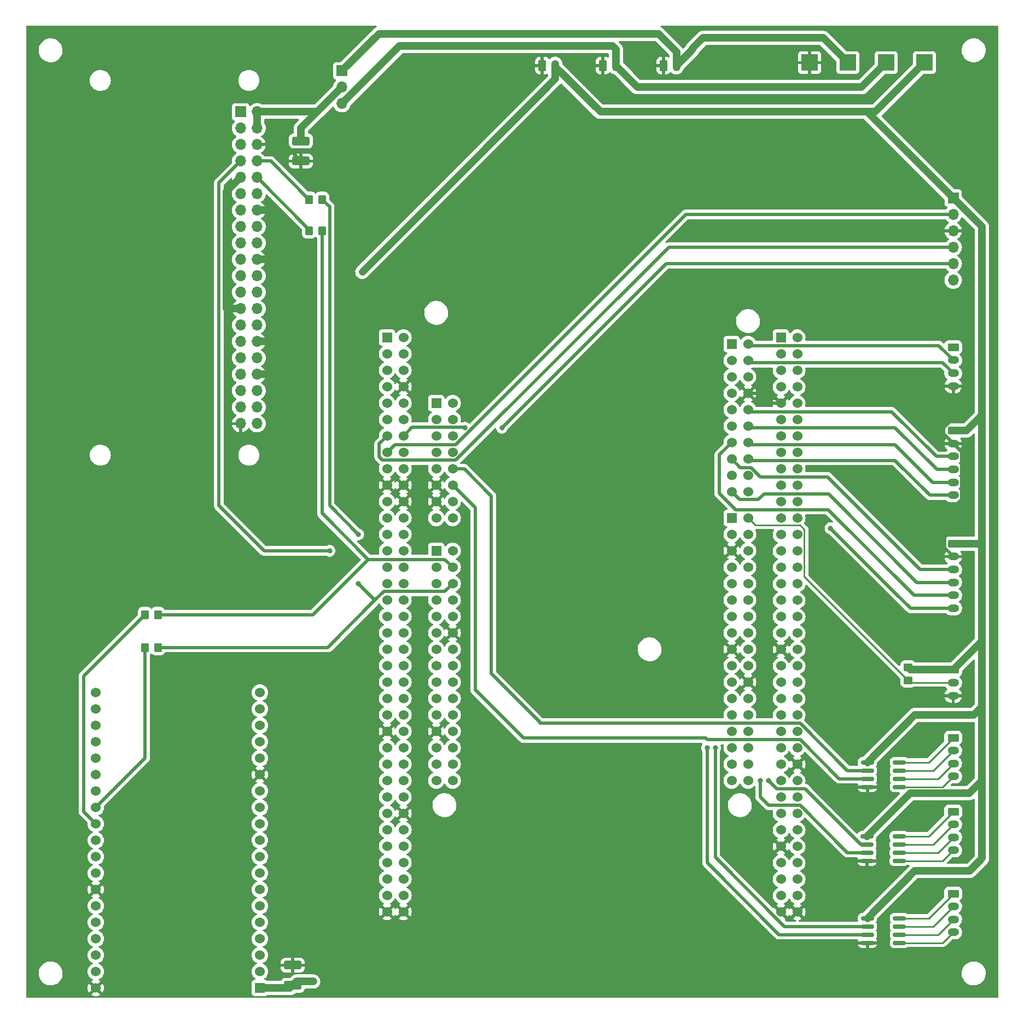
<source format=gtl>
G04 #@! TF.GenerationSoftware,KiCad,Pcbnew,7.0.10*
G04 #@! TF.CreationDate,2024-03-01T12:45:03+01:00*
G04 #@! TF.ProjectId,zapdos,7a617064-6f73-42e6-9b69-6361645f7063,rev?*
G04 #@! TF.SameCoordinates,Original*
G04 #@! TF.FileFunction,Copper,L1,Top*
G04 #@! TF.FilePolarity,Positive*
%FSLAX46Y46*%
G04 Gerber Fmt 4.6, Leading zero omitted, Abs format (unit mm)*
G04 Created by KiCad (PCBNEW 7.0.10) date 2024-03-01 12:45:03*
%MOMM*%
%LPD*%
G01*
G04 APERTURE LIST*
G04 Aperture macros list*
%AMRoundRect*
0 Rectangle with rounded corners*
0 $1 Rounding radius*
0 $2 $3 $4 $5 $6 $7 $8 $9 X,Y pos of 4 corners*
0 Add a 4 corners polygon primitive as box body*
4,1,4,$2,$3,$4,$5,$6,$7,$8,$9,$2,$3,0*
0 Add four circle primitives for the rounded corners*
1,1,$1+$1,$2,$3*
1,1,$1+$1,$4,$5*
1,1,$1+$1,$6,$7*
1,1,$1+$1,$8,$9*
0 Add four rect primitives between the rounded corners*
20,1,$1+$1,$2,$3,$4,$5,0*
20,1,$1+$1,$4,$5,$6,$7,0*
20,1,$1+$1,$6,$7,$8,$9,0*
20,1,$1+$1,$8,$9,$2,$3,0*%
G04 Aperture macros list end*
G04 #@! TA.AperFunction,ComponentPad*
%ADD10RoundRect,0.250000X-0.625000X0.350000X-0.625000X-0.350000X0.625000X-0.350000X0.625000X0.350000X0*%
G04 #@! TD*
G04 #@! TA.AperFunction,ComponentPad*
%ADD11O,1.750000X1.200000*%
G04 #@! TD*
G04 #@! TA.AperFunction,ComponentPad*
%ADD12R,1.530000X1.530000*%
G04 #@! TD*
G04 #@! TA.AperFunction,ComponentPad*
%ADD13C,1.530000*%
G04 #@! TD*
G04 #@! TA.AperFunction,SMDPad,CuDef*
%ADD14RoundRect,0.250000X-1.100000X0.412500X-1.100000X-0.412500X1.100000X-0.412500X1.100000X0.412500X0*%
G04 #@! TD*
G04 #@! TA.AperFunction,SMDPad,CuDef*
%ADD15RoundRect,0.250000X1.100000X-0.412500X1.100000X0.412500X-1.100000X0.412500X-1.100000X-0.412500X0*%
G04 #@! TD*
G04 #@! TA.AperFunction,SMDPad,CuDef*
%ADD16RoundRect,0.150000X-0.825000X-0.150000X0.825000X-0.150000X0.825000X0.150000X-0.825000X0.150000X0*%
G04 #@! TD*
G04 #@! TA.AperFunction,ComponentPad*
%ADD17R,1.700000X1.700000*%
G04 #@! TD*
G04 #@! TA.AperFunction,ComponentPad*
%ADD18O,1.700000X1.700000*%
G04 #@! TD*
G04 #@! TA.AperFunction,SMDPad,CuDef*
%ADD19R,2.500000X2.500000*%
G04 #@! TD*
G04 #@! TA.AperFunction,ComponentPad*
%ADD20RoundRect,0.250000X-0.350000X-0.625000X0.350000X-0.625000X0.350000X0.625000X-0.350000X0.625000X0*%
G04 #@! TD*
G04 #@! TA.AperFunction,ComponentPad*
%ADD21O,1.200000X1.750000*%
G04 #@! TD*
G04 #@! TA.AperFunction,SMDPad,CuDef*
%ADD22RoundRect,0.250000X0.350000X0.450000X-0.350000X0.450000X-0.350000X-0.450000X0.350000X-0.450000X0*%
G04 #@! TD*
G04 #@! TA.AperFunction,SMDPad,CuDef*
%ADD23RoundRect,0.250000X-0.450000X0.350000X-0.450000X-0.350000X0.450000X-0.350000X0.450000X0.350000X0*%
G04 #@! TD*
G04 #@! TA.AperFunction,ViaPad*
%ADD24C,0.800000*%
G04 #@! TD*
G04 #@! TA.AperFunction,Conductor*
%ADD25C,1.200000*%
G04 #@! TD*
G04 #@! TA.AperFunction,Conductor*
%ADD26C,0.500000*%
G04 #@! TD*
G04 #@! TA.AperFunction,Conductor*
%ADD27C,0.250000*%
G04 #@! TD*
G04 APERTURE END LIST*
D10*
X174000000Y-72000000D03*
D11*
X174000000Y-74000000D03*
X174000000Y-76000000D03*
X174000000Y-78000000D03*
D12*
X66675000Y-171165000D03*
D13*
X66675000Y-168625000D03*
X66675000Y-166085000D03*
X66675000Y-163545000D03*
X66675000Y-161005000D03*
X66675000Y-158465000D03*
X66675000Y-155925000D03*
X66675000Y-153385000D03*
X66675000Y-150845000D03*
X66675000Y-148305000D03*
X66675000Y-145765000D03*
X66675000Y-143225000D03*
X66675000Y-140685000D03*
X66675000Y-138145000D03*
X66675000Y-135605000D03*
X66675000Y-133065000D03*
X66675000Y-130525000D03*
X66675000Y-127985000D03*
X66675000Y-125445000D03*
X41275000Y-125445000D03*
X41275000Y-127985000D03*
X41275000Y-130525000D03*
X41275000Y-133065000D03*
X41275000Y-135605000D03*
X41275000Y-138145000D03*
X41275000Y-140685000D03*
X41275000Y-143225000D03*
X41275000Y-145765000D03*
X41275000Y-148305000D03*
X41275000Y-150845000D03*
X41275000Y-153385000D03*
X41275000Y-155925000D03*
X41275000Y-158465000D03*
X41275000Y-161005000D03*
X41275000Y-163545000D03*
X41275000Y-166085000D03*
X41275000Y-168625000D03*
X41275000Y-171165000D03*
D14*
X73025000Y-40055000D03*
X73025000Y-43180000D03*
D15*
X71755000Y-170765000D03*
X71755000Y-167640000D03*
D16*
X160655000Y-147670000D03*
X160655000Y-148940000D03*
X160655000Y-150210000D03*
X160655000Y-151480000D03*
X165605000Y-151480000D03*
X165605000Y-150210000D03*
X165605000Y-148940000D03*
X165605000Y-147670000D03*
D17*
X79375000Y-29210000D03*
D18*
X79375000Y-31750000D03*
X79375000Y-34290000D03*
D10*
X173990000Y-156560000D03*
D11*
X173990000Y-158560000D03*
X173990000Y-160560000D03*
X173990000Y-162560000D03*
D19*
X163618332Y-27940000D03*
D17*
X173990000Y-48895000D03*
D18*
X173990000Y-51435000D03*
X173990000Y-53975000D03*
X173990000Y-56515000D03*
X173990000Y-59055000D03*
X173990000Y-61595000D03*
D10*
X173990000Y-132430000D03*
D11*
X173990000Y-134430000D03*
X173990000Y-136430000D03*
X173990000Y-138430000D03*
D20*
X129175000Y-28390000D03*
D21*
X131175000Y-28390000D03*
D10*
X173990000Y-121920000D03*
D11*
X173990000Y-123920000D03*
X173990000Y-125920000D03*
D10*
X173990000Y-84900000D03*
D11*
X173990000Y-86900000D03*
X173990000Y-88900000D03*
X173990000Y-90900000D03*
X173990000Y-92900000D03*
X173990000Y-94900000D03*
D16*
X160720000Y-136240000D03*
X160720000Y-137510000D03*
X160720000Y-138780000D03*
X160720000Y-140050000D03*
X165670000Y-140050000D03*
X165670000Y-138780000D03*
X165670000Y-137510000D03*
X165670000Y-136240000D03*
D22*
X76295000Y-53975000D03*
X74295000Y-53975000D03*
D19*
X169545000Y-27940000D03*
D22*
X50895000Y-113380000D03*
X48895000Y-113380000D03*
D10*
X173990000Y-102395000D03*
D11*
X173990000Y-104395000D03*
X173990000Y-106395000D03*
X173990000Y-108395000D03*
X173990000Y-110395000D03*
X173990000Y-112395000D03*
D20*
X119785000Y-28390000D03*
D21*
X121785000Y-28390000D03*
D22*
X50895000Y-118460000D03*
X48895000Y-118460000D03*
D23*
X167005000Y-121555000D03*
X167005000Y-123555000D03*
D19*
X151765000Y-27940000D03*
D16*
X160720000Y-160370000D03*
X160720000Y-161640000D03*
X160720000Y-162910000D03*
X160720000Y-164180000D03*
X165670000Y-164180000D03*
X165670000Y-162910000D03*
X165670000Y-161640000D03*
X165670000Y-160370000D03*
D22*
X76295000Y-49120000D03*
X74295000Y-49120000D03*
D20*
X110395000Y-28390000D03*
D21*
X112395000Y-28390000D03*
D19*
X157691666Y-27940000D03*
D17*
X63700000Y-35560000D03*
D18*
X66240000Y-35560000D03*
X63700000Y-38100000D03*
X66240000Y-38100000D03*
X63700000Y-40640000D03*
X66240000Y-40640000D03*
X63700000Y-43180000D03*
X66240000Y-43180000D03*
X63700000Y-45720000D03*
X66240000Y-45720000D03*
X63700000Y-48260000D03*
X66240000Y-48260000D03*
X63700000Y-50800000D03*
X66240000Y-50800000D03*
X63700000Y-53340000D03*
X66240000Y-53340000D03*
X63700000Y-55880000D03*
X66240000Y-55880000D03*
X63700000Y-58420000D03*
X66240000Y-58420000D03*
X63700000Y-60960000D03*
X66240000Y-60960000D03*
X63700000Y-63500000D03*
X66240000Y-63500000D03*
X63700000Y-66040000D03*
X66240000Y-66040000D03*
X63700000Y-68580000D03*
X66240000Y-68580000D03*
X63700000Y-71120000D03*
X66240000Y-71120000D03*
X63700000Y-73660000D03*
X66240000Y-73660000D03*
X63700000Y-76200000D03*
X66240000Y-76200000D03*
X63700000Y-78740000D03*
X66240000Y-78740000D03*
X63700000Y-81280000D03*
X66240000Y-81280000D03*
X63700000Y-83820000D03*
X66240000Y-83820000D03*
D12*
X139700000Y-71501000D03*
D13*
X142240000Y-71501000D03*
X139700000Y-74041000D03*
X142240000Y-74041000D03*
X139700000Y-76581000D03*
X142240000Y-76581000D03*
X139700000Y-79121000D03*
X142240000Y-79121000D03*
X139700000Y-81661000D03*
X142240000Y-81661000D03*
X139700000Y-84201000D03*
X142240000Y-84201000D03*
X139700000Y-86741000D03*
X142240000Y-86741000D03*
X139700000Y-89281000D03*
X142240000Y-89281000D03*
X139700000Y-91821000D03*
X142240000Y-91821000D03*
X139700000Y-94361000D03*
X142240000Y-94361000D03*
D12*
X93980000Y-80645000D03*
D13*
X96520000Y-80645000D03*
X93980000Y-83185000D03*
X96520000Y-83185000D03*
X93980000Y-85725000D03*
X96520000Y-85725000D03*
X93980000Y-88265000D03*
X96520000Y-88265000D03*
X93980000Y-90805000D03*
X96520000Y-90805000D03*
X93980000Y-93345000D03*
X96520000Y-93345000D03*
X93980000Y-95885000D03*
X96520000Y-95885000D03*
X93980000Y-98425000D03*
X96520000Y-98425000D03*
D12*
X93980000Y-103505000D03*
D13*
X96520000Y-103505000D03*
X93980000Y-106045000D03*
X96520000Y-106045000D03*
X93980000Y-108585000D03*
X96520000Y-108585000D03*
X93980000Y-111125000D03*
X96520000Y-111125000D03*
X93980000Y-113665000D03*
X96520000Y-113665000D03*
X93980000Y-116205000D03*
X96520000Y-116205000D03*
X93980000Y-118745000D03*
X96520000Y-118745000D03*
X93980000Y-121285000D03*
X96520000Y-121285000D03*
X93980000Y-123825000D03*
X96520000Y-123825000D03*
X93980000Y-126365000D03*
X96520000Y-126365000D03*
X93980000Y-128905000D03*
X96520000Y-128905000D03*
X93980000Y-131445000D03*
X96520000Y-131445000D03*
X93980000Y-133985000D03*
X96520000Y-133985000D03*
X93980000Y-136525000D03*
X96520000Y-136525000D03*
X93980000Y-139065000D03*
X96520000Y-139065000D03*
D12*
X139700000Y-98425000D03*
D13*
X142240000Y-98425000D03*
X139700000Y-100965000D03*
X142240000Y-100965000D03*
X139700000Y-103505000D03*
X142240000Y-103505000D03*
X139700000Y-106045000D03*
X142240000Y-106045000D03*
X139700000Y-108585000D03*
X142240000Y-108585000D03*
X139700000Y-111125000D03*
X142240000Y-111125000D03*
X139700000Y-113665000D03*
X142240000Y-113665000D03*
X139700000Y-116205000D03*
X142240000Y-116205000D03*
X139700000Y-118745000D03*
X142240000Y-118745000D03*
X139700000Y-121285000D03*
X142240000Y-121285000D03*
X139700000Y-123825000D03*
X142240000Y-123825000D03*
X139700000Y-126365000D03*
X142240000Y-126365000D03*
X139700000Y-128905000D03*
X142240000Y-128905000D03*
X139700000Y-131445000D03*
X142240000Y-131445000D03*
X139700000Y-133985000D03*
X142240000Y-133985000D03*
X139700000Y-136525000D03*
X142240000Y-136525000D03*
X139700000Y-139065000D03*
X142240000Y-139065000D03*
D12*
X86360000Y-70485000D03*
D13*
X88900000Y-70485000D03*
X86360000Y-73025000D03*
X88900000Y-73025000D03*
X86360000Y-75565000D03*
X88900000Y-75565000D03*
X86360000Y-78105000D03*
X88900000Y-78105000D03*
X86360000Y-80645000D03*
X88900000Y-80645000D03*
X86360000Y-83185000D03*
X88900000Y-83185000D03*
X86360000Y-85725000D03*
X88900000Y-85725000D03*
X86360000Y-88265000D03*
X88900000Y-88265000D03*
X86360000Y-90805000D03*
X88900000Y-90805000D03*
X86360000Y-93345000D03*
X88900000Y-93345000D03*
X86360000Y-95885000D03*
X88900000Y-95885000D03*
X86360000Y-98425000D03*
X88900000Y-98425000D03*
X86360000Y-100965000D03*
X88900000Y-100965000D03*
X86360000Y-103505000D03*
X88900000Y-103505000D03*
X86360000Y-106045000D03*
X88900000Y-106045000D03*
X86360000Y-108585000D03*
X88900000Y-108585000D03*
X86360000Y-111125000D03*
X88900000Y-111125000D03*
X86360000Y-113665000D03*
X88900000Y-113665000D03*
X86360000Y-116205000D03*
X88900000Y-116205000D03*
X86360000Y-118745000D03*
X88900000Y-118745000D03*
X86360000Y-121285000D03*
X88900000Y-121285000D03*
X86360000Y-123825000D03*
X88900000Y-123825000D03*
X86360000Y-126365000D03*
X88900000Y-126365000D03*
X86360000Y-128905000D03*
X88900000Y-128905000D03*
X86360000Y-131445000D03*
X88900000Y-131445000D03*
X86360000Y-133985000D03*
X88900000Y-133985000D03*
X86360000Y-136525000D03*
X88900000Y-136525000D03*
X86360000Y-139065000D03*
X88900000Y-139065000D03*
X86360000Y-141605000D03*
X88900000Y-141605000D03*
X86360000Y-144145000D03*
X88900000Y-144145000D03*
X86360000Y-146685000D03*
X88900000Y-146685000D03*
X86360000Y-149225000D03*
X88900000Y-149225000D03*
X86360000Y-151765000D03*
X88900000Y-151765000D03*
X86360000Y-154305000D03*
X88900000Y-154305000D03*
X86360000Y-156845000D03*
X88900000Y-156845000D03*
X86360000Y-159385000D03*
X88900000Y-159385000D03*
D12*
X147320000Y-70505000D03*
D13*
X149860000Y-70505000D03*
X147320000Y-73045000D03*
X149860000Y-73045000D03*
X147320000Y-75585000D03*
X149860000Y-75585000D03*
X147320000Y-78125000D03*
X149860000Y-78125000D03*
X147320000Y-80665000D03*
X149860000Y-80665000D03*
X147320000Y-83205000D03*
X149860000Y-83205000D03*
X147320000Y-85745000D03*
X149860000Y-85745000D03*
X147320000Y-88285000D03*
X149860000Y-88285000D03*
X147320000Y-90825000D03*
X149860000Y-90825000D03*
X147320000Y-93365000D03*
X149860000Y-93365000D03*
X147320000Y-95905000D03*
X149860000Y-95905000D03*
X147320000Y-98445000D03*
X149860000Y-98445000D03*
X147320000Y-100985000D03*
X149860000Y-100985000D03*
X147320000Y-103525000D03*
X149860000Y-103525000D03*
X147320000Y-106065000D03*
X149860000Y-106065000D03*
X147320000Y-108605000D03*
X149860000Y-108605000D03*
X147320000Y-111145000D03*
X149860000Y-111145000D03*
X147320000Y-113685000D03*
X149860000Y-113685000D03*
X147320000Y-116225000D03*
X149860000Y-116225000D03*
X147320000Y-118765000D03*
X149860000Y-118765000D03*
X147320000Y-121305000D03*
X149860000Y-121305000D03*
X147320000Y-123845000D03*
X149860000Y-123845000D03*
X147320000Y-126385000D03*
X149860000Y-126385000D03*
X147320000Y-128925000D03*
X149860000Y-128925000D03*
X147320000Y-131465000D03*
X149860000Y-131465000D03*
X147320000Y-134005000D03*
X149860000Y-134005000D03*
X147320000Y-136545000D03*
X149860000Y-136545000D03*
X147320000Y-139085000D03*
X149860000Y-139085000D03*
X147320000Y-141625000D03*
X149860000Y-141625000D03*
X147320000Y-144165000D03*
X149860000Y-144165000D03*
X147320000Y-146705000D03*
X149860000Y-146705000D03*
X147320000Y-149245000D03*
X149860000Y-149245000D03*
X147320000Y-151785000D03*
X149860000Y-151785000D03*
X147320000Y-154325000D03*
X149860000Y-154325000D03*
X147320000Y-156865000D03*
X149860000Y-156865000D03*
X147320000Y-159405000D03*
X149860000Y-159405000D03*
D10*
X173990000Y-143860000D03*
D11*
X173990000Y-145860000D03*
X173990000Y-147860000D03*
X173990000Y-149860000D03*
D24*
X100437500Y-42437500D03*
X178435000Y-69000000D03*
X119380000Y-35560000D03*
X138000000Y-24130000D03*
X126000000Y-31750000D03*
X104140000Y-84455000D03*
X98420594Y-84450594D03*
X82550000Y-60325000D03*
X74930000Y-170180000D03*
X77470000Y-103505000D03*
X81915000Y-108585000D03*
X81915000Y-100965000D03*
X145415000Y-139065000D03*
X144145000Y-139065000D03*
X135890000Y-133985000D03*
X137160000Y-133985000D03*
X155000000Y-100000000D03*
D25*
X112395000Y-30480000D02*
X100437500Y-42437500D01*
X100437500Y-42437500D02*
X82550000Y-60325000D01*
D26*
X145165000Y-80665000D02*
X147320000Y-80665000D01*
X142240000Y-79121000D02*
X143621000Y-79121000D01*
X143621000Y-79121000D02*
X145165000Y-80665000D01*
X176500000Y-77500000D02*
X176250000Y-77750000D01*
X176250000Y-77750000D02*
X176000000Y-78000000D01*
X175290000Y-81628122D02*
X175290000Y-78710000D01*
X175290000Y-78710000D02*
X176250000Y-77750000D01*
X173990000Y-53975000D02*
X175475000Y-53975000D01*
X175475000Y-53975000D02*
X176500000Y-55000000D01*
X176500000Y-55000000D02*
X176500000Y-77500000D01*
X176000000Y-78000000D02*
X174000000Y-78000000D01*
D25*
X178435000Y-82500000D02*
X178435000Y-69000000D01*
X178435000Y-69000000D02*
X178435000Y-53340000D01*
D26*
X174000000Y-76000000D02*
X172370000Y-74370000D01*
X172370000Y-74370000D02*
X142569000Y-74370000D01*
X142569000Y-74370000D02*
X142240000Y-74041000D01*
X142240000Y-71501000D02*
X142459000Y-71720000D01*
X142459000Y-71720000D02*
X171720000Y-71720000D01*
X171720000Y-71720000D02*
X174000000Y-74000000D01*
X174000000Y-74000000D02*
X173740000Y-74260000D01*
X175290000Y-81628122D02*
X172500000Y-84418122D01*
X172500000Y-85410000D02*
X173990000Y-86900000D01*
X172500000Y-84418122D02*
X172500000Y-85410000D01*
X173990000Y-104395000D02*
X172665000Y-103070000D01*
X175315000Y-95570000D02*
X175315000Y-88225000D01*
X172665000Y-103070000D02*
X172665000Y-98220000D01*
X172665000Y-98220000D02*
X175315000Y-95570000D01*
X175315000Y-88225000D02*
X173990000Y-86900000D01*
D25*
X61540000Y-66040000D02*
X61500000Y-66000000D01*
X63700000Y-66040000D02*
X61540000Y-66040000D01*
X61500000Y-66000000D02*
X61500000Y-47920000D01*
X61500000Y-47920000D02*
X63700000Y-45720000D01*
X68300000Y-50800000D02*
X68500000Y-51000000D01*
X68500000Y-51000000D02*
X68500000Y-58500000D01*
X66240000Y-50800000D02*
X68300000Y-50800000D01*
X67420000Y-58420000D02*
X67500000Y-58500000D01*
X66240000Y-58420000D02*
X67420000Y-58420000D01*
X67500000Y-58500000D02*
X68500000Y-58500000D01*
X66240000Y-71120000D02*
X68120000Y-71120000D01*
X68120000Y-71120000D02*
X68500000Y-71500000D01*
X66240000Y-76200000D02*
X68300000Y-76200000D01*
X68300000Y-76200000D02*
X68500000Y-76000000D01*
X68500000Y-76000000D02*
X68500000Y-71500000D01*
X68500000Y-71500000D02*
X68000000Y-71000000D01*
X135255000Y-24130000D02*
X138000000Y-24130000D01*
X138000000Y-24130000D02*
X153881666Y-24130000D01*
X125095000Y-31750000D02*
X126000000Y-31750000D01*
X126000000Y-31750000D02*
X159808332Y-31750000D01*
X73025000Y-38100000D02*
X75565000Y-35560000D01*
X73025000Y-40055000D02*
X73025000Y-38100000D01*
X75565000Y-35560000D02*
X79375000Y-31750000D01*
X66240000Y-38100000D02*
X66240000Y-35560000D01*
X66240000Y-35560000D02*
X75565000Y-35560000D01*
D26*
X70485000Y-40640000D02*
X66240000Y-40640000D01*
X73025000Y-43180000D02*
X70485000Y-40640000D01*
X173990000Y-51435000D02*
X132638270Y-51435000D01*
X97023270Y-87050000D02*
X87575000Y-87050000D01*
X132638270Y-51435000D02*
X97023270Y-87050000D01*
X87575000Y-87050000D02*
X86360000Y-88265000D01*
X85145000Y-88955000D02*
X85145000Y-86940000D01*
X97023270Y-89480000D02*
X85670000Y-89480000D01*
X129988270Y-56515000D02*
X97023270Y-89480000D01*
X85145000Y-86940000D02*
X86360000Y-85725000D01*
X173990000Y-56515000D02*
X129988270Y-56515000D01*
X85670000Y-89480000D02*
X85145000Y-88955000D01*
X98370000Y-84400000D02*
X98420594Y-84450594D01*
X88900000Y-85725000D02*
X90225000Y-84400000D01*
X173990000Y-59055000D02*
X129540000Y-59055000D01*
X129540000Y-59055000D02*
X104140000Y-84455000D01*
X90225000Y-84400000D02*
X98370000Y-84400000D01*
D25*
X71355000Y-171165000D02*
X72340000Y-170180000D01*
X168055000Y-128905000D02*
X177165000Y-128905000D01*
X178435000Y-88470000D02*
X178435000Y-82500000D01*
X173990000Y-121920000D02*
X167370000Y-121920000D01*
X112395000Y-28390000D02*
X112395000Y-28575000D01*
X168055000Y-153035000D02*
X176530000Y-153035000D01*
X178435000Y-139065000D02*
X178435000Y-127635000D01*
X112395000Y-28575000D02*
X119380000Y-35560000D01*
X66675000Y-171165000D02*
X71355000Y-171165000D01*
X178435000Y-53340000D02*
X173990000Y-48895000D01*
X178435000Y-102870000D02*
X178435000Y-117475000D01*
X178435000Y-151130000D02*
X178435000Y-139065000D01*
X178435000Y-88470000D02*
X178435000Y-102870000D01*
X71355000Y-171165000D02*
X71755000Y-170765000D01*
X173990000Y-84900000D02*
X176035000Y-84900000D01*
X178435000Y-117475000D02*
X173990000Y-121920000D01*
X160020000Y-35560000D02*
X161925000Y-35560000D01*
X176530000Y-153035000D02*
X178435000Y-151130000D01*
X167370000Y-121920000D02*
X167005000Y-121555000D01*
X112395000Y-28390000D02*
X112395000Y-30480000D01*
X176035000Y-84900000D02*
X178435000Y-82500000D01*
X167084899Y-121555000D02*
X167005000Y-121555000D01*
X160720000Y-136240000D02*
X168055000Y-128905000D01*
X72340000Y-170180000D02*
X74930000Y-170180000D01*
X177165000Y-128905000D02*
X178435000Y-127635000D01*
X177960000Y-102395000D02*
X178435000Y-102870000D01*
X160655000Y-147670000D02*
X167350000Y-140975000D01*
X178435000Y-127635000D02*
X178435000Y-117475000D01*
X119380000Y-35560000D02*
X160020000Y-35560000D01*
X173990000Y-48895000D02*
X160655000Y-35560000D01*
X161925000Y-35560000D02*
X169545000Y-27940000D01*
X173990000Y-102395000D02*
X177960000Y-102395000D01*
X167350000Y-140975000D02*
X176525000Y-140975000D01*
X160720000Y-160370000D02*
X168055000Y-153035000D01*
X176525000Y-140975000D02*
X178435000Y-139065000D01*
X160655000Y-35560000D02*
X160020000Y-35560000D01*
D27*
X165670000Y-136240000D02*
X170180000Y-136240000D01*
X170180000Y-136240000D02*
X173990000Y-132430000D01*
D26*
X60325000Y-46555000D02*
X63700000Y-43180000D01*
X67310000Y-103505000D02*
X60325000Y-96520000D01*
X77470000Y-103505000D02*
X67310000Y-103505000D01*
X60325000Y-96520000D02*
X60325000Y-46555000D01*
X66240000Y-43180000D02*
X68355000Y-43180000D01*
X68355000Y-43180000D02*
X74295000Y-49120000D01*
X66240000Y-45720000D02*
X74295000Y-53775000D01*
X74295000Y-53775000D02*
X74295000Y-53975000D01*
D27*
X165670000Y-137510000D02*
X170910000Y-137510000D01*
X170910000Y-137510000D02*
X173990000Y-134430000D01*
X171640000Y-138780000D02*
X173990000Y-136430000D01*
X165670000Y-138780000D02*
X171640000Y-138780000D01*
X172370000Y-140050000D02*
X173990000Y-138430000D01*
X165670000Y-140050000D02*
X172370000Y-140050000D01*
X170180000Y-147670000D02*
X173990000Y-143860000D01*
X165605000Y-147670000D02*
X170180000Y-147670000D01*
X170910000Y-148940000D02*
X173990000Y-145860000D01*
X165605000Y-148940000D02*
X170910000Y-148940000D01*
X165605000Y-150210000D02*
X171640000Y-150210000D01*
X171640000Y-150210000D02*
X173990000Y-147860000D01*
X165605000Y-151480000D02*
X172370000Y-151480000D01*
X172370000Y-151480000D02*
X173990000Y-149860000D01*
X170180000Y-160370000D02*
X173990000Y-156560000D01*
X165670000Y-160370000D02*
X170180000Y-160370000D01*
X165670000Y-161640000D02*
X170910000Y-161640000D01*
X170910000Y-161640000D02*
X173990000Y-158560000D01*
D25*
X131175000Y-28390000D02*
X131175000Y-26315000D01*
X131175000Y-26315000D02*
X128355000Y-23495000D01*
X133675000Y-25890000D02*
X133675000Y-25710000D01*
X128355000Y-23495000D02*
X85090000Y-23495000D01*
X153881666Y-24130000D02*
X157691666Y-27940000D01*
X133675000Y-25710000D02*
X135255000Y-24130000D01*
X131175000Y-28390000D02*
X133675000Y-25890000D01*
X85090000Y-23495000D02*
X79375000Y-29210000D01*
D26*
X77470000Y-50295000D02*
X76295000Y-49120000D01*
X77470000Y-96520000D02*
X77470000Y-50295000D01*
X50895000Y-118460000D02*
X77196730Y-118460000D01*
X95305000Y-109800000D02*
X96520000Y-108585000D01*
X84493365Y-111163365D02*
X85856730Y-109800000D01*
X77196730Y-118460000D02*
X84493365Y-111163365D01*
X85856730Y-109800000D02*
X95305000Y-109800000D01*
X84493365Y-111163365D02*
X81915000Y-108585000D01*
X81915000Y-100965000D02*
X77470000Y-96520000D01*
X76295000Y-97698270D02*
X83426730Y-104830000D01*
X76295000Y-53975000D02*
X76295000Y-97698270D01*
X83426730Y-104830000D02*
X95305000Y-104830000D01*
X95305000Y-104830000D02*
X96520000Y-106045000D01*
X50895000Y-113380000D02*
X74876730Y-113380000D01*
X74876730Y-113380000D02*
X83426730Y-104830000D01*
X48895000Y-118460000D02*
X48895000Y-135605000D01*
X48895000Y-135605000D02*
X41275000Y-143225000D01*
X48895000Y-113380000D02*
X39370000Y-122905000D01*
X39370000Y-143860000D02*
X41275000Y-145765000D01*
X39370000Y-122905000D02*
X39370000Y-143860000D01*
D27*
X165670000Y-162910000D02*
X171640000Y-162910000D01*
X171640000Y-162910000D02*
X173990000Y-160560000D01*
X172370000Y-164180000D02*
X173990000Y-162560000D01*
X165670000Y-164180000D02*
X172370000Y-164180000D01*
X150950000Y-107500000D02*
X150950000Y-100173507D01*
X150950000Y-100173507D02*
X150311493Y-99535000D01*
X173990000Y-123920000D02*
X167370000Y-123920000D01*
X167005000Y-123555000D02*
X150950000Y-107500000D01*
X167370000Y-123920000D02*
X167005000Y-123555000D01*
X143350000Y-99535000D02*
X142240000Y-98425000D01*
X150311493Y-99535000D02*
X143350000Y-99535000D01*
D26*
X110000000Y-130175000D02*
X110000000Y-130000000D01*
X157623270Y-137510000D02*
X150288270Y-130175000D01*
X160720000Y-137510000D02*
X157623270Y-137510000D01*
X110000000Y-130000000D02*
X102500000Y-122500000D01*
X150288270Y-130175000D02*
X110000000Y-130175000D01*
X102500000Y-122500000D02*
X102500000Y-95000000D01*
X102500000Y-95000000D02*
X98305000Y-90805000D01*
X98305000Y-90805000D02*
X96520000Y-90805000D01*
X107500000Y-132500000D02*
X100000000Y-125000000D01*
X100000000Y-125000000D02*
X100000000Y-96825000D01*
X150288270Y-132715000D02*
X135890000Y-132715000D01*
X160720000Y-138780000D02*
X156353270Y-138780000D01*
X100000000Y-96825000D02*
X96520000Y-93345000D01*
X135890000Y-132715000D02*
X135675000Y-132500000D01*
X156353270Y-138780000D02*
X150288270Y-132715000D01*
X135675000Y-132500000D02*
X107500000Y-132500000D01*
X159680001Y-148940000D02*
X151075001Y-140335000D01*
X146685000Y-140335000D02*
X145415000Y-139065000D01*
X151075001Y-140335000D02*
X146851730Y-140335000D01*
X146851730Y-140335000D02*
X146685000Y-140335000D01*
X160655000Y-148940000D02*
X159680001Y-148940000D01*
X150288270Y-142875000D02*
X145415000Y-142875000D01*
X157623270Y-150210000D02*
X150288270Y-142875000D01*
X160655000Y-150210000D02*
X157623270Y-150210000D01*
X145415000Y-142875000D02*
X144145000Y-141605000D01*
X144145000Y-141605000D02*
X144145000Y-139065000D01*
X160720000Y-162910000D02*
X147035000Y-162910000D01*
X135890000Y-151765000D02*
X135890000Y-133985000D01*
X147035000Y-162910000D02*
X135890000Y-151765000D01*
X160720000Y-161640000D02*
X147836730Y-161640000D01*
X147836730Y-161640000D02*
X137160000Y-150963270D01*
X137160000Y-150963270D02*
X137160000Y-133985000D01*
D25*
X121785000Y-28390000D02*
X121785000Y-25900000D01*
X159808332Y-31750000D02*
X163618332Y-27940000D01*
X121785000Y-28390000D02*
X123460000Y-30065000D01*
X121785000Y-25900000D02*
X121285000Y-25400000D01*
X121285000Y-25400000D02*
X88265000Y-25400000D01*
X88265000Y-25400000D02*
X79375000Y-34290000D01*
X123460000Y-30115000D02*
X125095000Y-31750000D01*
X123460000Y-30065000D02*
X123460000Y-30115000D01*
D26*
X171400000Y-88900000D02*
X164490000Y-81990000D01*
X164490000Y-81990000D02*
X162500000Y-81990000D01*
X173990000Y-88900000D02*
X171400000Y-88900000D01*
X142569000Y-81990000D02*
X142240000Y-81661000D01*
X162500000Y-81990000D02*
X142569000Y-81990000D01*
X173990000Y-90900000D02*
X171480000Y-90900000D01*
X165000000Y-84420000D02*
X142459000Y-84420000D01*
X171480000Y-90900000D02*
X165000000Y-84420000D01*
X142459000Y-84420000D02*
X142240000Y-84201000D01*
X165000000Y-87070000D02*
X142569000Y-87070000D01*
X173990000Y-92900000D02*
X170830000Y-92900000D01*
X170830000Y-92900000D02*
X165000000Y-87070000D01*
X142569000Y-87070000D02*
X142240000Y-86741000D01*
X165000000Y-89500000D02*
X142459000Y-89500000D01*
X173990000Y-94900000D02*
X170400000Y-94900000D01*
X170400000Y-94900000D02*
X165000000Y-89500000D01*
X142459000Y-89500000D02*
X142240000Y-89281000D01*
X141025000Y-90606000D02*
X139700000Y-89281000D01*
X173990000Y-106395000D02*
X168895000Y-106395000D01*
X168895000Y-106395000D02*
X154540000Y-92040000D01*
X152500000Y-92040000D02*
X144177270Y-92040000D01*
X144177270Y-92040000D02*
X142743270Y-90606000D01*
X154540000Y-92040000D02*
X152500000Y-92040000D01*
X142743270Y-90606000D02*
X141025000Y-90606000D01*
X168395000Y-108395000D02*
X154690000Y-94690000D01*
X143819000Y-95576000D02*
X140915000Y-95576000D01*
X173990000Y-108395000D02*
X173395000Y-108395000D01*
X152500000Y-94690000D02*
X144705000Y-94690000D01*
X154690000Y-94690000D02*
X152500000Y-94690000D01*
X144705000Y-94690000D02*
X143819000Y-95576000D01*
X140915000Y-95576000D02*
X139700000Y-94361000D01*
X173990000Y-108395000D02*
X168395000Y-108395000D01*
X167895000Y-110395000D02*
X154620000Y-97120000D01*
X137795000Y-94615000D02*
X137795000Y-88646000D01*
X173990000Y-110395000D02*
X167895000Y-110395000D01*
X140300000Y-97120000D02*
X137795000Y-94615000D01*
X137795000Y-88646000D02*
X139700000Y-86741000D01*
X154620000Y-97120000D02*
X152500000Y-97120000D01*
X152500000Y-97120000D02*
X140300000Y-97120000D01*
X167395000Y-112395000D02*
X165000000Y-110000000D01*
X165000000Y-110000000D02*
X155000000Y-100000000D01*
X172395000Y-112395000D02*
X167395000Y-112395000D01*
X173990000Y-112395000D02*
X172395000Y-112395000D01*
G04 #@! TA.AperFunction,Conductor*
G36*
X84711933Y-22245185D02*
G01*
X84757688Y-22297989D01*
X84767632Y-22367147D01*
X84738607Y-22430703D01*
X84684270Y-22465622D01*
X84684616Y-22466485D01*
X84680139Y-22468277D01*
X84679829Y-22468477D01*
X84679127Y-22468682D01*
X84624594Y-22496795D01*
X84616592Y-22500565D01*
X84560188Y-22524719D01*
X84560181Y-22524723D01*
X84533568Y-22542735D01*
X84520892Y-22550257D01*
X84492316Y-22564990D01*
X84492313Y-22564991D01*
X84444092Y-22602913D01*
X84436947Y-22608131D01*
X84386131Y-22642525D01*
X84363399Y-22665256D01*
X84352380Y-22675037D01*
X84327113Y-22694908D01*
X84286931Y-22741279D01*
X84280902Y-22747754D01*
X79205475Y-27823181D01*
X79144152Y-27856666D01*
X79117794Y-27859500D01*
X78477129Y-27859500D01*
X78477123Y-27859501D01*
X78417516Y-27865908D01*
X78282671Y-27916202D01*
X78282664Y-27916206D01*
X78167455Y-28002452D01*
X78167452Y-28002455D01*
X78081206Y-28117664D01*
X78081202Y-28117671D01*
X78030908Y-28252517D01*
X78024501Y-28312116D01*
X78024500Y-28312135D01*
X78024500Y-30107870D01*
X78024501Y-30107876D01*
X78030908Y-30167483D01*
X78081202Y-30302328D01*
X78081206Y-30302335D01*
X78167452Y-30417544D01*
X78167455Y-30417547D01*
X78282664Y-30503793D01*
X78282671Y-30503797D01*
X78414081Y-30552810D01*
X78470015Y-30594681D01*
X78494432Y-30660145D01*
X78479580Y-30728418D01*
X78458430Y-30756673D01*
X78336503Y-30878600D01*
X78200965Y-31072169D01*
X78200964Y-31072171D01*
X78101098Y-31286335D01*
X78101095Y-31286341D01*
X78043364Y-31501799D01*
X78011270Y-31557386D01*
X75145477Y-34423181D01*
X75084154Y-34456666D01*
X75057796Y-34459500D01*
X67061946Y-34459500D01*
X66994907Y-34439815D01*
X66990839Y-34437086D01*
X66917830Y-34385965D01*
X66703663Y-34286097D01*
X66703659Y-34286096D01*
X66703655Y-34286094D01*
X66475413Y-34224938D01*
X66475403Y-34224936D01*
X66240001Y-34204341D01*
X66239999Y-34204341D01*
X66004596Y-34224936D01*
X66004586Y-34224938D01*
X65776344Y-34286094D01*
X65776335Y-34286098D01*
X65562171Y-34385964D01*
X65562169Y-34385965D01*
X65368600Y-34521503D01*
X65246673Y-34643430D01*
X65185350Y-34676914D01*
X65115658Y-34671930D01*
X65059725Y-34630058D01*
X65042810Y-34599081D01*
X64993797Y-34467671D01*
X64993793Y-34467664D01*
X64907547Y-34352455D01*
X64907544Y-34352452D01*
X64792335Y-34266206D01*
X64792328Y-34266202D01*
X64657482Y-34215908D01*
X64657483Y-34215908D01*
X64597883Y-34209501D01*
X64597881Y-34209500D01*
X64597873Y-34209500D01*
X64597864Y-34209500D01*
X62802129Y-34209500D01*
X62802123Y-34209501D01*
X62742516Y-34215908D01*
X62607671Y-34266202D01*
X62607664Y-34266206D01*
X62492455Y-34352452D01*
X62492452Y-34352455D01*
X62406206Y-34467664D01*
X62406202Y-34467671D01*
X62355908Y-34602517D01*
X62349501Y-34662116D01*
X62349500Y-34662135D01*
X62349500Y-36457870D01*
X62349501Y-36457876D01*
X62355908Y-36517483D01*
X62406202Y-36652328D01*
X62406206Y-36652335D01*
X62492452Y-36767544D01*
X62492455Y-36767547D01*
X62607664Y-36853793D01*
X62607671Y-36853797D01*
X62739081Y-36902810D01*
X62795015Y-36944681D01*
X62819432Y-37010145D01*
X62804580Y-37078418D01*
X62783430Y-37106673D01*
X62661503Y-37228600D01*
X62525965Y-37422169D01*
X62525964Y-37422171D01*
X62426098Y-37636335D01*
X62426094Y-37636344D01*
X62364938Y-37864586D01*
X62364936Y-37864596D01*
X62344341Y-38099999D01*
X62344341Y-38100000D01*
X62364936Y-38335403D01*
X62364938Y-38335413D01*
X62426094Y-38563655D01*
X62426096Y-38563659D01*
X62426097Y-38563663D01*
X62506004Y-38735023D01*
X62525965Y-38777830D01*
X62525967Y-38777834D01*
X62551812Y-38814744D01*
X62661501Y-38971396D01*
X62661506Y-38971402D01*
X62828597Y-39138493D01*
X62828603Y-39138498D01*
X63014158Y-39268425D01*
X63057783Y-39323002D01*
X63064977Y-39392500D01*
X63033454Y-39454855D01*
X63014158Y-39471575D01*
X62828597Y-39601505D01*
X62661505Y-39768597D01*
X62525965Y-39962169D01*
X62525964Y-39962171D01*
X62426098Y-40176335D01*
X62426094Y-40176344D01*
X62364938Y-40404586D01*
X62364936Y-40404596D01*
X62344341Y-40639999D01*
X62344341Y-40640000D01*
X62364936Y-40875403D01*
X62364938Y-40875413D01*
X62426094Y-41103655D01*
X62426096Y-41103659D01*
X62426097Y-41103663D01*
X62509155Y-41281781D01*
X62525965Y-41317830D01*
X62525967Y-41317834D01*
X62634281Y-41472521D01*
X62661501Y-41511396D01*
X62661506Y-41511402D01*
X62828597Y-41678493D01*
X62828603Y-41678498D01*
X63014158Y-41808425D01*
X63057783Y-41863002D01*
X63064977Y-41932500D01*
X63033454Y-41994855D01*
X63014158Y-42011575D01*
X62828597Y-42141505D01*
X62661505Y-42308597D01*
X62525965Y-42502169D01*
X62525964Y-42502171D01*
X62426098Y-42716335D01*
X62426094Y-42716344D01*
X62364938Y-42944586D01*
X62364936Y-42944596D01*
X62344341Y-43179999D01*
X62344341Y-43180001D01*
X62362977Y-43393013D01*
X62349210Y-43461513D01*
X62327130Y-43491501D01*
X59839358Y-45979272D01*
X59825729Y-45991051D01*
X59806469Y-46005390D01*
X59774632Y-46043331D01*
X59767346Y-46051284D01*
X59763407Y-46055224D01*
X59744176Y-46079545D01*
X59741902Y-46082337D01*
X59693694Y-46139790D01*
X59689729Y-46145819D01*
X59689682Y-46145788D01*
X59685630Y-46152147D01*
X59685679Y-46152177D01*
X59681889Y-46158321D01*
X59650192Y-46226294D01*
X59648623Y-46229536D01*
X59614957Y-46296572D01*
X59612488Y-46303357D01*
X59612432Y-46303336D01*
X59609960Y-46310450D01*
X59610015Y-46310469D01*
X59607743Y-46317325D01*
X59592573Y-46390788D01*
X59591793Y-46394304D01*
X59574499Y-46467279D01*
X59573661Y-46474454D01*
X59573601Y-46474447D01*
X59572835Y-46481945D01*
X59572895Y-46481951D01*
X59572265Y-46489140D01*
X59574448Y-46564128D01*
X59574500Y-46567735D01*
X59574500Y-96456294D01*
X59573191Y-96474263D01*
X59569710Y-96498025D01*
X59574028Y-96547368D01*
X59574500Y-96558176D01*
X59574500Y-96563711D01*
X59578098Y-96594495D01*
X59578464Y-96598083D01*
X59585000Y-96672791D01*
X59586461Y-96679867D01*
X59586403Y-96679878D01*
X59588034Y-96687237D01*
X59588092Y-96687224D01*
X59589757Y-96694249D01*
X59589758Y-96694254D01*
X59589759Y-96694255D01*
X59610233Y-96750510D01*
X59615400Y-96764705D01*
X59616582Y-96768107D01*
X59640182Y-96839326D01*
X59643236Y-96845874D01*
X59643182Y-96845898D01*
X59646470Y-96852688D01*
X59646521Y-96852663D01*
X59649761Y-96859114D01*
X59690979Y-96921784D01*
X59692889Y-96924782D01*
X59723972Y-96975174D01*
X59732289Y-96988658D01*
X59736766Y-96994319D01*
X59736719Y-96994356D01*
X59741482Y-97000202D01*
X59741528Y-97000164D01*
X59746173Y-97005699D01*
X59800707Y-97057149D01*
X59803295Y-97059663D01*
X66734270Y-103990638D01*
X66746051Y-104004270D01*
X66760388Y-104023528D01*
X66798337Y-104055372D01*
X66806310Y-104062679D01*
X66810217Y-104066586D01*
X66810223Y-104066591D01*
X66834537Y-104085816D01*
X66837318Y-104088080D01*
X66845542Y-104094981D01*
X66894789Y-104136305D01*
X66900818Y-104140270D01*
X66900785Y-104140319D01*
X66907147Y-104144372D01*
X66907179Y-104144321D01*
X66913319Y-104148108D01*
X66913323Y-104148111D01*
X66939173Y-104160165D01*
X66981320Y-104179819D01*
X66984566Y-104181391D01*
X67051562Y-104215038D01*
X67058357Y-104217511D01*
X67058336Y-104217567D01*
X67065455Y-104220042D01*
X67065474Y-104219986D01*
X67072324Y-104222255D01*
X67072327Y-104222257D01*
X67145842Y-104237435D01*
X67149290Y-104238200D01*
X67194496Y-104248915D01*
X67222274Y-104255499D01*
X67222275Y-104255499D01*
X67222279Y-104255500D01*
X67222283Y-104255500D01*
X67229452Y-104256338D01*
X67229444Y-104256397D01*
X67236945Y-104257164D01*
X67236951Y-104257105D01*
X67244140Y-104257734D01*
X67244144Y-104257733D01*
X67244145Y-104257734D01*
X67319131Y-104255552D01*
X67322738Y-104255500D01*
X76930663Y-104255500D01*
X76997702Y-104275185D01*
X77003548Y-104279182D01*
X77017265Y-104289148D01*
X77017270Y-104289151D01*
X77190192Y-104366142D01*
X77190197Y-104366144D01*
X77375354Y-104405500D01*
X77375355Y-104405500D01*
X77564644Y-104405500D01*
X77564646Y-104405500D01*
X77749803Y-104366144D01*
X77922730Y-104289151D01*
X78075871Y-104177888D01*
X78202533Y-104037216D01*
X78297179Y-103873284D01*
X78355674Y-103693256D01*
X78375460Y-103505000D01*
X78355674Y-103316744D01*
X78297179Y-103136716D01*
X78202533Y-102972784D01*
X78075871Y-102832112D01*
X78075870Y-102832111D01*
X77922734Y-102720851D01*
X77922729Y-102720848D01*
X77749807Y-102643857D01*
X77749802Y-102643855D01*
X77604001Y-102612865D01*
X77564646Y-102604500D01*
X77375354Y-102604500D01*
X77342897Y-102611398D01*
X77190197Y-102643855D01*
X77190192Y-102643857D01*
X77017270Y-102720848D01*
X77017265Y-102720851D01*
X77003548Y-102730818D01*
X76937742Y-102754298D01*
X76930663Y-102754500D01*
X67672229Y-102754500D01*
X67605190Y-102734815D01*
X67584548Y-102718181D01*
X61111819Y-96245451D01*
X61078334Y-96184128D01*
X61075500Y-96157770D01*
X61075500Y-88690000D01*
X63339474Y-88690000D01*
X63359547Y-88945064D01*
X63359547Y-88945067D01*
X63359548Y-88945070D01*
X63402083Y-89122237D01*
X63419279Y-89193864D01*
X63517188Y-89430239D01*
X63517190Y-89430242D01*
X63650875Y-89648396D01*
X63650878Y-89648401D01*
X63726200Y-89736591D01*
X63817044Y-89842956D01*
X63904192Y-89917387D01*
X64011598Y-90009121D01*
X64011600Y-90009122D01*
X64011601Y-90009123D01*
X64209158Y-90130186D01*
X64229757Y-90142809D01*
X64229760Y-90142811D01*
X64426175Y-90224168D01*
X64466140Y-90240722D01*
X64714930Y-90300452D01*
X64906137Y-90315500D01*
X64906145Y-90315500D01*
X65033855Y-90315500D01*
X65033863Y-90315500D01*
X65225070Y-90300452D01*
X65473860Y-90240722D01*
X65630016Y-90176040D01*
X65710239Y-90142811D01*
X65710240Y-90142810D01*
X65710243Y-90142809D01*
X65928399Y-90009123D01*
X66122956Y-89842956D01*
X66289123Y-89648399D01*
X66422809Y-89430243D01*
X66423177Y-89429356D01*
X66481857Y-89287688D01*
X66520722Y-89193860D01*
X66580452Y-88945070D01*
X66600526Y-88690000D01*
X66580452Y-88434930D01*
X66520722Y-88186140D01*
X66516541Y-88176046D01*
X66422811Y-87949760D01*
X66422809Y-87949757D01*
X66376191Y-87873684D01*
X66289123Y-87731601D01*
X66289122Y-87731600D01*
X66289121Y-87731598D01*
X66196898Y-87623619D01*
X66122956Y-87537044D01*
X66016591Y-87446200D01*
X65928401Y-87370878D01*
X65928396Y-87370875D01*
X65710242Y-87237190D01*
X65710239Y-87237188D01*
X65473864Y-87139279D01*
X65473860Y-87139278D01*
X65225070Y-87079548D01*
X65225068Y-87079547D01*
X65225065Y-87079547D01*
X65033868Y-87064500D01*
X65033863Y-87064500D01*
X64906137Y-87064500D01*
X64906131Y-87064500D01*
X64714934Y-87079547D01*
X64466135Y-87139279D01*
X64229760Y-87237188D01*
X64229757Y-87237190D01*
X64011603Y-87370875D01*
X64011598Y-87370878D01*
X63817044Y-87537044D01*
X63650878Y-87731598D01*
X63650875Y-87731603D01*
X63517190Y-87949757D01*
X63517188Y-87949760D01*
X63419279Y-88186135D01*
X63419278Y-88186140D01*
X63365936Y-88408325D01*
X63359547Y-88434935D01*
X63339474Y-88690000D01*
X61075500Y-88690000D01*
X61075500Y-46917229D01*
X61095185Y-46850190D01*
X61111814Y-46829553D01*
X62146881Y-45794485D01*
X62208199Y-45761004D01*
X62277890Y-45765988D01*
X62333824Y-45807859D01*
X62358085Y-45871362D01*
X62365430Y-45955316D01*
X62365432Y-45955326D01*
X62426566Y-46183483D01*
X62426570Y-46183492D01*
X62526399Y-46397578D01*
X62661894Y-46591082D01*
X62828917Y-46758105D01*
X63014595Y-46888119D01*
X63058219Y-46942696D01*
X63065412Y-47012195D01*
X63033890Y-47074549D01*
X63014595Y-47091269D01*
X62828594Y-47221508D01*
X62661505Y-47388597D01*
X62525965Y-47582169D01*
X62525964Y-47582171D01*
X62426098Y-47796335D01*
X62426094Y-47796344D01*
X62364938Y-48024586D01*
X62364936Y-48024596D01*
X62344341Y-48259999D01*
X62344341Y-48260000D01*
X62364936Y-48495403D01*
X62364938Y-48495413D01*
X62426094Y-48723655D01*
X62426096Y-48723659D01*
X62426097Y-48723663D01*
X62430000Y-48732032D01*
X62525965Y-48937830D01*
X62525967Y-48937834D01*
X62600690Y-49044548D01*
X62661501Y-49131396D01*
X62661506Y-49131402D01*
X62828597Y-49298493D01*
X62828603Y-49298498D01*
X63014158Y-49428425D01*
X63057783Y-49483002D01*
X63064977Y-49552500D01*
X63033454Y-49614855D01*
X63014158Y-49631575D01*
X62828597Y-49761505D01*
X62661505Y-49928597D01*
X62525965Y-50122169D01*
X62525964Y-50122171D01*
X62426098Y-50336335D01*
X62426094Y-50336344D01*
X62364938Y-50564586D01*
X62364936Y-50564596D01*
X62344341Y-50799999D01*
X62344341Y-50800000D01*
X62364936Y-51035403D01*
X62364938Y-51035413D01*
X62426094Y-51263655D01*
X62426096Y-51263659D01*
X62426097Y-51263663D01*
X62509155Y-51441781D01*
X62525965Y-51477830D01*
X62525967Y-51477834D01*
X62634281Y-51632521D01*
X62661501Y-51671396D01*
X62661506Y-51671402D01*
X62828597Y-51838493D01*
X62828603Y-51838498D01*
X63014158Y-51968425D01*
X63057783Y-52023002D01*
X63064977Y-52092500D01*
X63033454Y-52154855D01*
X63014158Y-52171575D01*
X62828597Y-52301505D01*
X62661505Y-52468597D01*
X62525965Y-52662169D01*
X62525964Y-52662171D01*
X62426098Y-52876335D01*
X62426094Y-52876344D01*
X62364938Y-53104586D01*
X62364936Y-53104596D01*
X62344341Y-53339999D01*
X62344341Y-53340000D01*
X62364936Y-53575403D01*
X62364938Y-53575413D01*
X62426094Y-53803655D01*
X62426096Y-53803659D01*
X62426097Y-53803663D01*
X62506004Y-53975023D01*
X62525965Y-54017830D01*
X62525967Y-54017834D01*
X62546312Y-54046889D01*
X62661501Y-54211396D01*
X62661506Y-54211402D01*
X62828597Y-54378493D01*
X62828603Y-54378498D01*
X63014158Y-54508425D01*
X63057783Y-54563002D01*
X63064977Y-54632500D01*
X63033454Y-54694855D01*
X63014158Y-54711575D01*
X62828597Y-54841505D01*
X62661505Y-55008597D01*
X62525965Y-55202169D01*
X62525964Y-55202171D01*
X62426098Y-55416335D01*
X62426094Y-55416344D01*
X62364938Y-55644586D01*
X62364936Y-55644596D01*
X62344341Y-55879999D01*
X62344341Y-55880000D01*
X62364936Y-56115403D01*
X62364938Y-56115413D01*
X62426094Y-56343655D01*
X62426096Y-56343659D01*
X62426097Y-56343663D01*
X62430000Y-56352032D01*
X62525965Y-56557830D01*
X62525967Y-56557834D01*
X62634281Y-56712521D01*
X62661501Y-56751396D01*
X62661506Y-56751402D01*
X62828597Y-56918493D01*
X62828603Y-56918498D01*
X63014158Y-57048425D01*
X63057783Y-57103002D01*
X63064977Y-57172500D01*
X63033454Y-57234855D01*
X63014158Y-57251575D01*
X62828597Y-57381505D01*
X62661505Y-57548597D01*
X62525965Y-57742169D01*
X62525964Y-57742171D01*
X62426098Y-57956335D01*
X62426094Y-57956344D01*
X62364938Y-58184586D01*
X62364936Y-58184596D01*
X62344341Y-58419999D01*
X62344341Y-58420000D01*
X62364936Y-58655403D01*
X62364938Y-58655413D01*
X62426094Y-58883655D01*
X62426096Y-58883659D01*
X62426097Y-58883663D01*
X62505993Y-59054999D01*
X62525965Y-59097830D01*
X62525967Y-59097834D01*
X62634281Y-59252521D01*
X62661501Y-59291396D01*
X62661506Y-59291402D01*
X62828597Y-59458493D01*
X62828603Y-59458498D01*
X63014158Y-59588425D01*
X63057783Y-59643002D01*
X63064977Y-59712500D01*
X63033454Y-59774855D01*
X63014158Y-59791575D01*
X62828597Y-59921505D01*
X62661505Y-60088597D01*
X62525965Y-60282169D01*
X62525964Y-60282171D01*
X62426098Y-60496335D01*
X62426094Y-60496344D01*
X62364938Y-60724586D01*
X62364936Y-60724596D01*
X62344341Y-60959999D01*
X62344341Y-60960000D01*
X62364936Y-61195403D01*
X62364938Y-61195413D01*
X62426094Y-61423655D01*
X62426096Y-61423659D01*
X62426097Y-61423663D01*
X62430000Y-61432032D01*
X62525965Y-61637830D01*
X62525967Y-61637834D01*
X62634281Y-61792521D01*
X62661501Y-61831396D01*
X62661506Y-61831402D01*
X62828597Y-61998493D01*
X62828603Y-61998498D01*
X63014158Y-62128425D01*
X63057783Y-62183002D01*
X63064977Y-62252500D01*
X63033454Y-62314855D01*
X63014158Y-62331575D01*
X62828597Y-62461505D01*
X62661505Y-62628597D01*
X62525965Y-62822169D01*
X62525964Y-62822171D01*
X62426098Y-63036335D01*
X62426094Y-63036344D01*
X62364938Y-63264586D01*
X62364936Y-63264596D01*
X62344341Y-63499999D01*
X62344341Y-63500000D01*
X62364936Y-63735403D01*
X62364938Y-63735413D01*
X62426094Y-63963655D01*
X62426096Y-63963659D01*
X62426097Y-63963663D01*
X62430000Y-63972032D01*
X62525965Y-64177830D01*
X62525967Y-64177834D01*
X62634281Y-64332521D01*
X62661501Y-64371396D01*
X62661506Y-64371402D01*
X62828597Y-64538493D01*
X62828603Y-64538498D01*
X63014594Y-64668730D01*
X63058219Y-64723307D01*
X63065413Y-64792805D01*
X63033890Y-64855160D01*
X63014595Y-64871880D01*
X62828922Y-65001890D01*
X62828920Y-65001891D01*
X62661891Y-65168920D01*
X62661886Y-65168926D01*
X62526400Y-65362420D01*
X62526399Y-65362422D01*
X62426570Y-65576507D01*
X62426567Y-65576513D01*
X62369364Y-65789999D01*
X62369364Y-65790000D01*
X63266314Y-65790000D01*
X63240507Y-65830156D01*
X63200000Y-65968111D01*
X63200000Y-66111889D01*
X63240507Y-66249844D01*
X63266314Y-66290000D01*
X62369364Y-66290000D01*
X62426567Y-66503486D01*
X62426570Y-66503492D01*
X62526399Y-66717578D01*
X62661894Y-66911082D01*
X62828917Y-67078105D01*
X63014595Y-67208119D01*
X63058219Y-67262696D01*
X63065412Y-67332195D01*
X63033890Y-67394549D01*
X63014595Y-67411269D01*
X62828594Y-67541508D01*
X62661505Y-67708597D01*
X62525965Y-67902169D01*
X62525964Y-67902171D01*
X62426098Y-68116335D01*
X62426094Y-68116344D01*
X62364938Y-68344586D01*
X62364936Y-68344596D01*
X62344341Y-68579999D01*
X62344341Y-68580000D01*
X62364936Y-68815403D01*
X62364938Y-68815413D01*
X62426094Y-69043655D01*
X62426096Y-69043659D01*
X62426097Y-69043663D01*
X62514836Y-69233964D01*
X62525965Y-69257830D01*
X62525967Y-69257834D01*
X62628915Y-69404858D01*
X62661501Y-69451396D01*
X62661506Y-69451402D01*
X62828597Y-69618493D01*
X62828603Y-69618498D01*
X63014158Y-69748425D01*
X63057783Y-69803002D01*
X63064977Y-69872500D01*
X63033454Y-69934855D01*
X63014158Y-69951575D01*
X62828597Y-70081505D01*
X62661505Y-70248597D01*
X62525965Y-70442169D01*
X62525964Y-70442171D01*
X62426098Y-70656335D01*
X62426094Y-70656344D01*
X62364938Y-70884586D01*
X62364936Y-70884596D01*
X62344341Y-71119999D01*
X62344341Y-71120000D01*
X62364936Y-71355403D01*
X62364938Y-71355413D01*
X62426094Y-71583655D01*
X62426096Y-71583659D01*
X62426097Y-71583663D01*
X62514837Y-71773965D01*
X62525965Y-71797830D01*
X62525967Y-71797834D01*
X62614910Y-71924856D01*
X62661501Y-71991396D01*
X62661506Y-71991402D01*
X62828597Y-72158493D01*
X62828603Y-72158498D01*
X63014158Y-72288425D01*
X63057783Y-72343002D01*
X63064977Y-72412500D01*
X63033454Y-72474855D01*
X63014158Y-72491575D01*
X62828597Y-72621505D01*
X62661505Y-72788597D01*
X62525965Y-72982169D01*
X62525964Y-72982171D01*
X62426098Y-73196335D01*
X62426094Y-73196344D01*
X62364938Y-73424586D01*
X62364936Y-73424596D01*
X62344341Y-73659999D01*
X62344341Y-73660000D01*
X62364936Y-73895403D01*
X62364938Y-73895413D01*
X62426094Y-74123655D01*
X62426096Y-74123659D01*
X62426097Y-74123663D01*
X62505535Y-74294017D01*
X62525965Y-74337830D01*
X62525967Y-74337834D01*
X62614910Y-74464856D01*
X62661501Y-74531396D01*
X62661506Y-74531402D01*
X62828597Y-74698493D01*
X62828603Y-74698498D01*
X63014158Y-74828425D01*
X63057783Y-74883002D01*
X63064977Y-74952500D01*
X63033454Y-75014855D01*
X63014158Y-75031575D01*
X62828597Y-75161505D01*
X62661505Y-75328597D01*
X62525965Y-75522169D01*
X62525964Y-75522171D01*
X62426098Y-75736335D01*
X62426094Y-75736344D01*
X62364938Y-75964586D01*
X62364936Y-75964596D01*
X62344341Y-76199999D01*
X62344341Y-76200000D01*
X62364936Y-76435403D01*
X62364938Y-76435413D01*
X62426094Y-76663655D01*
X62426096Y-76663659D01*
X62426097Y-76663663D01*
X62505993Y-76835000D01*
X62525965Y-76877830D01*
X62525967Y-76877834D01*
X62628915Y-77024858D01*
X62661501Y-77071396D01*
X62661506Y-77071402D01*
X62828597Y-77238493D01*
X62828603Y-77238498D01*
X63014158Y-77368425D01*
X63057783Y-77423002D01*
X63064977Y-77492500D01*
X63033454Y-77554855D01*
X63014158Y-77571575D01*
X62828597Y-77701505D01*
X62661505Y-77868597D01*
X62525965Y-78062169D01*
X62525964Y-78062171D01*
X62426098Y-78276335D01*
X62426094Y-78276344D01*
X62364938Y-78504586D01*
X62364936Y-78504596D01*
X62344341Y-78739999D01*
X62344341Y-78740000D01*
X62364936Y-78975403D01*
X62364938Y-78975413D01*
X62426094Y-79203655D01*
X62426096Y-79203659D01*
X62426097Y-79203663D01*
X62511080Y-79385909D01*
X62525965Y-79417830D01*
X62525967Y-79417834D01*
X62628915Y-79564858D01*
X62661501Y-79611396D01*
X62661506Y-79611402D01*
X62828597Y-79778493D01*
X62828603Y-79778498D01*
X63014158Y-79908425D01*
X63057783Y-79963002D01*
X63064977Y-80032500D01*
X63033454Y-80094855D01*
X63014158Y-80111575D01*
X62828597Y-80241505D01*
X62661505Y-80408597D01*
X62525965Y-80602169D01*
X62525964Y-80602171D01*
X62426098Y-80816335D01*
X62426094Y-80816344D01*
X62364938Y-81044586D01*
X62364936Y-81044596D01*
X62344341Y-81279999D01*
X62344341Y-81280000D01*
X62364936Y-81515403D01*
X62364938Y-81515413D01*
X62426094Y-81743655D01*
X62426096Y-81743659D01*
X62426097Y-81743663D01*
X62514837Y-81933965D01*
X62525965Y-81957830D01*
X62525967Y-81957834D01*
X62614910Y-82084856D01*
X62661501Y-82151396D01*
X62661506Y-82151402D01*
X62828597Y-82318493D01*
X62828603Y-82318498D01*
X63014594Y-82448730D01*
X63058219Y-82503307D01*
X63065413Y-82572805D01*
X63033890Y-82635160D01*
X63014595Y-82651880D01*
X62828922Y-82781890D01*
X62828920Y-82781891D01*
X62661891Y-82948920D01*
X62661886Y-82948926D01*
X62526400Y-83142420D01*
X62526399Y-83142422D01*
X62426570Y-83356507D01*
X62426567Y-83356513D01*
X62369364Y-83569999D01*
X62369364Y-83570000D01*
X63266314Y-83570000D01*
X63240507Y-83610156D01*
X63200000Y-83748111D01*
X63200000Y-83891889D01*
X63240507Y-84029844D01*
X63266314Y-84070000D01*
X62369364Y-84070000D01*
X62426567Y-84283486D01*
X62426570Y-84283492D01*
X62526399Y-84497578D01*
X62661894Y-84691082D01*
X62828917Y-84858105D01*
X63022421Y-84993600D01*
X63236507Y-85093429D01*
X63236516Y-85093433D01*
X63450000Y-85150634D01*
X63450000Y-84255501D01*
X63557685Y-84304680D01*
X63664237Y-84320000D01*
X63735763Y-84320000D01*
X63842315Y-84304680D01*
X63950000Y-84255501D01*
X63950000Y-85150633D01*
X64163483Y-85093433D01*
X64163492Y-85093429D01*
X64377578Y-84993600D01*
X64571082Y-84858105D01*
X64738105Y-84691082D01*
X64868119Y-84505405D01*
X64922696Y-84461781D01*
X64992195Y-84454588D01*
X65054549Y-84486110D01*
X65071269Y-84505405D01*
X65201505Y-84691401D01*
X65368599Y-84858495D01*
X65439935Y-84908445D01*
X65562165Y-84994032D01*
X65562167Y-84994033D01*
X65562170Y-84994035D01*
X65776337Y-85093903D01*
X66004592Y-85155063D01*
X66181034Y-85170500D01*
X66239999Y-85175659D01*
X66240000Y-85175659D01*
X66240001Y-85175659D01*
X66298966Y-85170500D01*
X66475408Y-85155063D01*
X66703663Y-85093903D01*
X66917830Y-84994035D01*
X67111401Y-84858495D01*
X67278495Y-84691401D01*
X67414035Y-84497830D01*
X67513903Y-84283663D01*
X67575063Y-84055408D01*
X67595659Y-83820000D01*
X67593617Y-83796666D01*
X67588701Y-83740467D01*
X67575063Y-83584592D01*
X67513903Y-83356337D01*
X67414035Y-83142171D01*
X67408731Y-83134595D01*
X67278494Y-82948597D01*
X67111402Y-82781506D01*
X67111396Y-82781501D01*
X66925842Y-82651575D01*
X66882217Y-82596998D01*
X66875023Y-82527500D01*
X66906546Y-82465145D01*
X66925842Y-82448425D01*
X67040065Y-82368445D01*
X67111401Y-82318495D01*
X67278495Y-82151401D01*
X67414035Y-81957830D01*
X67513903Y-81743663D01*
X67575063Y-81515408D01*
X67595659Y-81280000D01*
X67595655Y-81279959D01*
X67585852Y-81167904D01*
X67575063Y-81044592D01*
X67513903Y-80816337D01*
X67414035Y-80602171D01*
X67408425Y-80594158D01*
X67278494Y-80408597D01*
X67111402Y-80241506D01*
X67111396Y-80241501D01*
X66925842Y-80111575D01*
X66882217Y-80056998D01*
X66875023Y-79987500D01*
X66906546Y-79925145D01*
X66925842Y-79908425D01*
X67011502Y-79848445D01*
X67111401Y-79778495D01*
X67278495Y-79611401D01*
X67414035Y-79417830D01*
X67513903Y-79203663D01*
X67575063Y-78975408D01*
X67595659Y-78740000D01*
X67575063Y-78504592D01*
X67521434Y-78304444D01*
X67513905Y-78276344D01*
X67513904Y-78276343D01*
X67513903Y-78276337D01*
X67414035Y-78062171D01*
X67408425Y-78054158D01*
X67278494Y-77868597D01*
X67111402Y-77701506D01*
X67111401Y-77701505D01*
X66925405Y-77571269D01*
X66881781Y-77516692D01*
X66874588Y-77447193D01*
X66906110Y-77384839D01*
X66925405Y-77368119D01*
X67111082Y-77238105D01*
X67278105Y-77071082D01*
X67413600Y-76877578D01*
X67513429Y-76663492D01*
X67513432Y-76663486D01*
X67570636Y-76450000D01*
X66673686Y-76450000D01*
X66699493Y-76409844D01*
X66740000Y-76271889D01*
X66740000Y-76128111D01*
X66699493Y-75990156D01*
X66673686Y-75950000D01*
X67570636Y-75950000D01*
X67570635Y-75949999D01*
X67513432Y-75736513D01*
X67513429Y-75736507D01*
X67413600Y-75522422D01*
X67413599Y-75522420D01*
X67278113Y-75328926D01*
X67278108Y-75328920D01*
X67111078Y-75161890D01*
X66925405Y-75031879D01*
X66881780Y-74977302D01*
X66874588Y-74907804D01*
X66906110Y-74845449D01*
X66925406Y-74828730D01*
X66925842Y-74828425D01*
X67111401Y-74698495D01*
X67278495Y-74531401D01*
X67414035Y-74337830D01*
X67513903Y-74123663D01*
X67575063Y-73895408D01*
X67595659Y-73660000D01*
X67575063Y-73424592D01*
X67513903Y-73196337D01*
X67414035Y-72982171D01*
X67408425Y-72974158D01*
X67278494Y-72788597D01*
X67111402Y-72621506D01*
X67111401Y-72621505D01*
X66925405Y-72491269D01*
X66881781Y-72436692D01*
X66874588Y-72367193D01*
X66906110Y-72304839D01*
X66925405Y-72288119D01*
X67111082Y-72158105D01*
X67278105Y-71991082D01*
X67413600Y-71797578D01*
X67513429Y-71583492D01*
X67513432Y-71583486D01*
X67570636Y-71370000D01*
X66673686Y-71370000D01*
X66699493Y-71329844D01*
X66740000Y-71191889D01*
X66740000Y-71048111D01*
X66699493Y-70910156D01*
X66673686Y-70870000D01*
X67570636Y-70870000D01*
X67570635Y-70869999D01*
X67513432Y-70656513D01*
X67513429Y-70656507D01*
X67413600Y-70442422D01*
X67413599Y-70442420D01*
X67278113Y-70248926D01*
X67278108Y-70248920D01*
X67111078Y-70081890D01*
X66925405Y-69951879D01*
X66881780Y-69897302D01*
X66874588Y-69827804D01*
X66906110Y-69765449D01*
X66925406Y-69748730D01*
X66925842Y-69748425D01*
X67111401Y-69618495D01*
X67278495Y-69451401D01*
X67414035Y-69257830D01*
X67513903Y-69043663D01*
X67575063Y-68815408D01*
X67595659Y-68580000D01*
X67575063Y-68344592D01*
X67522369Y-68147933D01*
X67513905Y-68116344D01*
X67513904Y-68116343D01*
X67513903Y-68116337D01*
X67414035Y-67902171D01*
X67408425Y-67894158D01*
X67278494Y-67708597D01*
X67111402Y-67541506D01*
X67111396Y-67541501D01*
X66925842Y-67411575D01*
X66882217Y-67356998D01*
X66875023Y-67287500D01*
X66906546Y-67225145D01*
X66925842Y-67208425D01*
X67017402Y-67144314D01*
X67111401Y-67078495D01*
X67278495Y-66911401D01*
X67414035Y-66717830D01*
X67513903Y-66503663D01*
X67575063Y-66275408D01*
X67595659Y-66040000D01*
X67575063Y-65804592D01*
X67513903Y-65576337D01*
X67414035Y-65362171D01*
X67408731Y-65354595D01*
X67278494Y-65168597D01*
X67111402Y-65001506D01*
X67111396Y-65001501D01*
X66925842Y-64871575D01*
X66882217Y-64816998D01*
X66875023Y-64747500D01*
X66906546Y-64685145D01*
X66925842Y-64668425D01*
X66948026Y-64652891D01*
X67111401Y-64538495D01*
X67278495Y-64371401D01*
X67414035Y-64177830D01*
X67513903Y-63963663D01*
X67575063Y-63735408D01*
X67595659Y-63500000D01*
X67575063Y-63264592D01*
X67513903Y-63036337D01*
X67414035Y-62822171D01*
X67408425Y-62814158D01*
X67278494Y-62628597D01*
X67111402Y-62461506D01*
X67111396Y-62461501D01*
X66925842Y-62331575D01*
X66882217Y-62276998D01*
X66875023Y-62207500D01*
X66906546Y-62145145D01*
X66925842Y-62128425D01*
X67025472Y-62058663D01*
X67111401Y-61998495D01*
X67278495Y-61831401D01*
X67414035Y-61637830D01*
X67513903Y-61423663D01*
X67575063Y-61195408D01*
X67595659Y-60960000D01*
X67575063Y-60724592D01*
X67528626Y-60551285D01*
X67513905Y-60496344D01*
X67513904Y-60496343D01*
X67513903Y-60496337D01*
X67414035Y-60282171D01*
X67408425Y-60274158D01*
X67278494Y-60088597D01*
X67111402Y-59921506D01*
X67111401Y-59921505D01*
X66925405Y-59791269D01*
X66881781Y-59736692D01*
X66874588Y-59667193D01*
X66906110Y-59604839D01*
X66925405Y-59588119D01*
X67111082Y-59458105D01*
X67278105Y-59291082D01*
X67413600Y-59097578D01*
X67513429Y-58883492D01*
X67513432Y-58883486D01*
X67570636Y-58670000D01*
X66673686Y-58670000D01*
X66699493Y-58629844D01*
X66740000Y-58491889D01*
X66740000Y-58348111D01*
X66699493Y-58210156D01*
X66673686Y-58170000D01*
X67570636Y-58170000D01*
X67570635Y-58169999D01*
X67513432Y-57956513D01*
X67513429Y-57956507D01*
X67413600Y-57742422D01*
X67413599Y-57742420D01*
X67278113Y-57548926D01*
X67278108Y-57548920D01*
X67111078Y-57381890D01*
X66925405Y-57251879D01*
X66881780Y-57197302D01*
X66874588Y-57127804D01*
X66906110Y-57065449D01*
X66925406Y-57048730D01*
X66925842Y-57048425D01*
X67111401Y-56918495D01*
X67278495Y-56751401D01*
X67414035Y-56557830D01*
X67513903Y-56343663D01*
X67575063Y-56115408D01*
X67595659Y-55880000D01*
X67591567Y-55833235D01*
X67586889Y-55779759D01*
X67575063Y-55644592D01*
X67513903Y-55416337D01*
X67414035Y-55202171D01*
X67408425Y-55194158D01*
X67278494Y-55008597D01*
X67111402Y-54841506D01*
X67111396Y-54841501D01*
X66925842Y-54711575D01*
X66882217Y-54656998D01*
X66875023Y-54587500D01*
X66906546Y-54525145D01*
X66925842Y-54508425D01*
X66948026Y-54492891D01*
X67111401Y-54378495D01*
X67278495Y-54211401D01*
X67414035Y-54017830D01*
X67513903Y-53803663D01*
X67575063Y-53575408D01*
X67595659Y-53340000D01*
X67575063Y-53104592D01*
X67513903Y-52876337D01*
X67414035Y-52662171D01*
X67411330Y-52658307D01*
X67278494Y-52468597D01*
X67111402Y-52301506D01*
X67111401Y-52301505D01*
X66925405Y-52171269D01*
X66881781Y-52116692D01*
X66874588Y-52047193D01*
X66906110Y-51984839D01*
X66925405Y-51968119D01*
X67111082Y-51838105D01*
X67278105Y-51671082D01*
X67413600Y-51477578D01*
X67513429Y-51263492D01*
X67513432Y-51263486D01*
X67570636Y-51050000D01*
X66673686Y-51050000D01*
X66699493Y-51009844D01*
X66740000Y-50871889D01*
X66740000Y-50728111D01*
X66699493Y-50590156D01*
X66673686Y-50550000D01*
X67570636Y-50550000D01*
X67570635Y-50549999D01*
X67513432Y-50336513D01*
X67513429Y-50336507D01*
X67413600Y-50122422D01*
X67413599Y-50122420D01*
X67278113Y-49928926D01*
X67278108Y-49928920D01*
X67111078Y-49761890D01*
X66925405Y-49631879D01*
X66881780Y-49577302D01*
X66874588Y-49507804D01*
X66906110Y-49445449D01*
X66925406Y-49428730D01*
X66925842Y-49428425D01*
X67111401Y-49298495D01*
X67278495Y-49131401D01*
X67414035Y-48937830D01*
X67513903Y-48723663D01*
X67575063Y-48495408D01*
X67582375Y-48411823D01*
X67607827Y-48346757D01*
X67664418Y-48305779D01*
X67734180Y-48301900D01*
X67793584Y-48334952D01*
X73158181Y-53699548D01*
X73191666Y-53760871D01*
X73194500Y-53787229D01*
X73194500Y-54475001D01*
X73194501Y-54475019D01*
X73205000Y-54577796D01*
X73205001Y-54577799D01*
X73243790Y-54694855D01*
X73260186Y-54744334D01*
X73352288Y-54893656D01*
X73476344Y-55017712D01*
X73625666Y-55109814D01*
X73792203Y-55164999D01*
X73894991Y-55175500D01*
X74695008Y-55175499D01*
X74695016Y-55175498D01*
X74695019Y-55175498D01*
X74751302Y-55169748D01*
X74797797Y-55164999D01*
X74964334Y-55109814D01*
X75113656Y-55017712D01*
X75207319Y-54924049D01*
X75268642Y-54890564D01*
X75338334Y-54895548D01*
X75382681Y-54924049D01*
X75476344Y-55017712D01*
X75485591Y-55023416D01*
X75532318Y-55075360D01*
X75544500Y-55128957D01*
X75544500Y-97634564D01*
X75543191Y-97652533D01*
X75539710Y-97676295D01*
X75544028Y-97725638D01*
X75544500Y-97736446D01*
X75544500Y-97741981D01*
X75548098Y-97772765D01*
X75548464Y-97776353D01*
X75555000Y-97851061D01*
X75556461Y-97858137D01*
X75556403Y-97858148D01*
X75558034Y-97865507D01*
X75558092Y-97865494D01*
X75559757Y-97872519D01*
X75559758Y-97872524D01*
X75559759Y-97872525D01*
X75569351Y-97898881D01*
X75585400Y-97942975D01*
X75586582Y-97946377D01*
X75610182Y-98017596D01*
X75613236Y-98024144D01*
X75613182Y-98024168D01*
X75616470Y-98030958D01*
X75616521Y-98030933D01*
X75619761Y-98037384D01*
X75660979Y-98100054D01*
X75662889Y-98103052D01*
X75693972Y-98153444D01*
X75702289Y-98166928D01*
X75706766Y-98172589D01*
X75706719Y-98172626D01*
X75711482Y-98178472D01*
X75711528Y-98178434D01*
X75716173Y-98183969D01*
X75770708Y-98235420D01*
X75773296Y-98237934D01*
X82277681Y-104742319D01*
X82311166Y-104803642D01*
X82306182Y-104873334D01*
X82277681Y-104917681D01*
X74602181Y-112593181D01*
X74540858Y-112626666D01*
X74514500Y-112629500D01*
X52010638Y-112629500D01*
X51943599Y-112609815D01*
X51905099Y-112570597D01*
X51837712Y-112461344D01*
X51713656Y-112337288D01*
X51564334Y-112245186D01*
X51397797Y-112190001D01*
X51397795Y-112190000D01*
X51295010Y-112179500D01*
X50494998Y-112179500D01*
X50494980Y-112179501D01*
X50392203Y-112190000D01*
X50392200Y-112190001D01*
X50225668Y-112245185D01*
X50225663Y-112245187D01*
X50076342Y-112337289D01*
X49982681Y-112430951D01*
X49921358Y-112464436D01*
X49851666Y-112459452D01*
X49807319Y-112430951D01*
X49713657Y-112337289D01*
X49713656Y-112337288D01*
X49564334Y-112245186D01*
X49397797Y-112190001D01*
X49397795Y-112190000D01*
X49295010Y-112179500D01*
X48494998Y-112179500D01*
X48494980Y-112179501D01*
X48392203Y-112190000D01*
X48392200Y-112190001D01*
X48225668Y-112245185D01*
X48225663Y-112245187D01*
X48076342Y-112337289D01*
X47952289Y-112461342D01*
X47860187Y-112610663D01*
X47860186Y-112610666D01*
X47805001Y-112777203D01*
X47805001Y-112777204D01*
X47805000Y-112777204D01*
X47794500Y-112879983D01*
X47794500Y-113367769D01*
X47774815Y-113434808D01*
X47758181Y-113455450D01*
X38884358Y-122329272D01*
X38870729Y-122341051D01*
X38851469Y-122355390D01*
X38819632Y-122393331D01*
X38812346Y-122401284D01*
X38808407Y-122405224D01*
X38789176Y-122429545D01*
X38786902Y-122432337D01*
X38738694Y-122489790D01*
X38734729Y-122495819D01*
X38734682Y-122495788D01*
X38730630Y-122502147D01*
X38730679Y-122502177D01*
X38726889Y-122508321D01*
X38695192Y-122576294D01*
X38693623Y-122579536D01*
X38659957Y-122646572D01*
X38657488Y-122653357D01*
X38657432Y-122653336D01*
X38654960Y-122660450D01*
X38655015Y-122660469D01*
X38652743Y-122667325D01*
X38637573Y-122740788D01*
X38636793Y-122744304D01*
X38619499Y-122817279D01*
X38618661Y-122824454D01*
X38618601Y-122824447D01*
X38617835Y-122831945D01*
X38617895Y-122831951D01*
X38617265Y-122839140D01*
X38619448Y-122914128D01*
X38619500Y-122917735D01*
X38619500Y-143796294D01*
X38618191Y-143814263D01*
X38614710Y-143838025D01*
X38619028Y-143887368D01*
X38619500Y-143898176D01*
X38619500Y-143903711D01*
X38623098Y-143934495D01*
X38623464Y-143938083D01*
X38630000Y-144012791D01*
X38631461Y-144019867D01*
X38631403Y-144019878D01*
X38633034Y-144027237D01*
X38633092Y-144027224D01*
X38634757Y-144034249D01*
X38634758Y-144034254D01*
X38634759Y-144034255D01*
X38644814Y-144061883D01*
X38660400Y-144104705D01*
X38661582Y-144108107D01*
X38685182Y-144179326D01*
X38688236Y-144185874D01*
X38688182Y-144185898D01*
X38691470Y-144192688D01*
X38691521Y-144192663D01*
X38694761Y-144199114D01*
X38735979Y-144261784D01*
X38737889Y-144264782D01*
X38749663Y-144283869D01*
X38777289Y-144328658D01*
X38781766Y-144334319D01*
X38781719Y-144334356D01*
X38786482Y-144340202D01*
X38786528Y-144340164D01*
X38791173Y-144345699D01*
X38845707Y-144397149D01*
X38848295Y-144399663D01*
X39980590Y-145531958D01*
X40014075Y-145593281D01*
X40016437Y-145630446D01*
X40004666Y-145764997D01*
X40004666Y-145765001D01*
X40023964Y-145985585D01*
X40023965Y-145985592D01*
X40081275Y-146199475D01*
X40081279Y-146199486D01*
X40174856Y-146400163D01*
X40174858Y-146400167D01*
X40301868Y-146581555D01*
X40458445Y-146738132D01*
X40639833Y-146865142D01*
X40666093Y-146877387D01*
X40763091Y-146922618D01*
X40815531Y-146968790D01*
X40834683Y-147035983D01*
X40814467Y-147102865D01*
X40763091Y-147147382D01*
X40639836Y-147204856D01*
X40639834Y-147204857D01*
X40458444Y-147331868D01*
X40301868Y-147488444D01*
X40174857Y-147669834D01*
X40174856Y-147669836D01*
X40081279Y-147870513D01*
X40081275Y-147870524D01*
X40023965Y-148084407D01*
X40023964Y-148084414D01*
X40004666Y-148304998D01*
X40004666Y-148305001D01*
X40023964Y-148525585D01*
X40023965Y-148525592D01*
X40081275Y-148739475D01*
X40081279Y-148739486D01*
X40159666Y-148907587D01*
X40174858Y-148940167D01*
X40301868Y-149121555D01*
X40458445Y-149278132D01*
X40639833Y-149405142D01*
X40665488Y-149417105D01*
X40763091Y-149462618D01*
X40815531Y-149508790D01*
X40834683Y-149575983D01*
X40814467Y-149642865D01*
X40763091Y-149687382D01*
X40639836Y-149744856D01*
X40639834Y-149744857D01*
X40458444Y-149871868D01*
X40301868Y-150028444D01*
X40174857Y-150209834D01*
X40174856Y-150209836D01*
X40081279Y-150410513D01*
X40081275Y-150410524D01*
X40023965Y-150624407D01*
X40023964Y-150624414D01*
X40004666Y-150844998D01*
X40004666Y-150845001D01*
X40023964Y-151065585D01*
X40023965Y-151065592D01*
X40081275Y-151279475D01*
X40081279Y-151279486D01*
X40142094Y-151409904D01*
X40174858Y-151480167D01*
X40301868Y-151661555D01*
X40458445Y-151818132D01*
X40639833Y-151945142D01*
X40686989Y-151967131D01*
X40763091Y-152002618D01*
X40815531Y-152048790D01*
X40834683Y-152115983D01*
X40814467Y-152182865D01*
X40763091Y-152227382D01*
X40639836Y-152284856D01*
X40639834Y-152284857D01*
X40458444Y-152411868D01*
X40301868Y-152568444D01*
X40174857Y-152749834D01*
X40174856Y-152749836D01*
X40081279Y-152950513D01*
X40081275Y-152950524D01*
X40023965Y-153164407D01*
X40023964Y-153164414D01*
X40004666Y-153384998D01*
X40004666Y-153385001D01*
X40023964Y-153605585D01*
X40023965Y-153605592D01*
X40081275Y-153819475D01*
X40081279Y-153819486D01*
X40174856Y-154020163D01*
X40174858Y-154020167D01*
X40301868Y-154201555D01*
X40458445Y-154358132D01*
X40639833Y-154485142D01*
X40763682Y-154542893D01*
X40816122Y-154589065D01*
X40835274Y-154656258D01*
X40815059Y-154723139D01*
X40763683Y-154767657D01*
X40640084Y-154825293D01*
X40574657Y-154871104D01*
X41133634Y-155430081D01*
X41129839Y-155430627D01*
X40996438Y-155491549D01*
X40885605Y-155587587D01*
X40806318Y-155710960D01*
X40783866Y-155787419D01*
X40221104Y-155224657D01*
X40175293Y-155290084D01*
X40081749Y-155490690D01*
X40081745Y-155490699D01*
X40024461Y-155704490D01*
X40024459Y-155704500D01*
X40005168Y-155924999D01*
X40005168Y-155925000D01*
X40024459Y-156145499D01*
X40024461Y-156145509D01*
X40081745Y-156359300D01*
X40081749Y-156359309D01*
X40175295Y-156559919D01*
X40221103Y-156625341D01*
X40221105Y-156625342D01*
X40783866Y-156062580D01*
X40806318Y-156139040D01*
X40885605Y-156262413D01*
X40996438Y-156358451D01*
X41129839Y-156419373D01*
X41133633Y-156419918D01*
X40574656Y-156978894D01*
X40640083Y-157024706D01*
X40640085Y-157024707D01*
X40763683Y-157082342D01*
X40816122Y-157128514D01*
X40835274Y-157195708D01*
X40815058Y-157262589D01*
X40763683Y-157307106D01*
X40639833Y-157364857D01*
X40458444Y-157491868D01*
X40301868Y-157648444D01*
X40174857Y-157829834D01*
X40174856Y-157829836D01*
X40081279Y-158030513D01*
X40081275Y-158030524D01*
X40023965Y-158244407D01*
X40023964Y-158244414D01*
X40004666Y-158464998D01*
X40004666Y-158465001D01*
X40023964Y-158685585D01*
X40023965Y-158685592D01*
X40081275Y-158899475D01*
X40081279Y-158899486D01*
X40159666Y-159067587D01*
X40174858Y-159100167D01*
X40301868Y-159281555D01*
X40458445Y-159438132D01*
X40639833Y-159565142D01*
X40666093Y-159577387D01*
X40763091Y-159622618D01*
X40815531Y-159668790D01*
X40834683Y-159735983D01*
X40814467Y-159802865D01*
X40763091Y-159847382D01*
X40639836Y-159904856D01*
X40639834Y-159904857D01*
X40458444Y-160031868D01*
X40301868Y-160188444D01*
X40174857Y-160369834D01*
X40174856Y-160369836D01*
X40081279Y-160570513D01*
X40081275Y-160570524D01*
X40023965Y-160784407D01*
X40023964Y-160784414D01*
X40004666Y-161004998D01*
X40004666Y-161005001D01*
X40023964Y-161225585D01*
X40023965Y-161225592D01*
X40081275Y-161439475D01*
X40081279Y-161439486D01*
X40145583Y-161577387D01*
X40174858Y-161640167D01*
X40301868Y-161821555D01*
X40458445Y-161978132D01*
X40639833Y-162105142D01*
X40665488Y-162117105D01*
X40763091Y-162162618D01*
X40815531Y-162208790D01*
X40834683Y-162275983D01*
X40814467Y-162342865D01*
X40763091Y-162387382D01*
X40639836Y-162444856D01*
X40639834Y-162444857D01*
X40458444Y-162571868D01*
X40301868Y-162728444D01*
X40174857Y-162909834D01*
X40174856Y-162909836D01*
X40081279Y-163110513D01*
X40081275Y-163110524D01*
X40023965Y-163324407D01*
X40023964Y-163324414D01*
X40004666Y-163544998D01*
X40004666Y-163545001D01*
X40023964Y-163765585D01*
X40023965Y-163765592D01*
X40081275Y-163979475D01*
X40081279Y-163979486D01*
X40174856Y-164180163D01*
X40174858Y-164180167D01*
X40301868Y-164361555D01*
X40458445Y-164518132D01*
X40639833Y-164645142D01*
X40701828Y-164674050D01*
X40763091Y-164702618D01*
X40815531Y-164748790D01*
X40834683Y-164815983D01*
X40814467Y-164882865D01*
X40763091Y-164927382D01*
X40639836Y-164984856D01*
X40639834Y-164984857D01*
X40458444Y-165111868D01*
X40301868Y-165268444D01*
X40174857Y-165449834D01*
X40174856Y-165449836D01*
X40081279Y-165650513D01*
X40081275Y-165650524D01*
X40023965Y-165864407D01*
X40023964Y-165864414D01*
X40004666Y-166084998D01*
X40004666Y-166085001D01*
X40023964Y-166305585D01*
X40023965Y-166305592D01*
X40081275Y-166519475D01*
X40081279Y-166519486D01*
X40135230Y-166635184D01*
X40174858Y-166720167D01*
X40301868Y-166901555D01*
X40458445Y-167058132D01*
X40639833Y-167185142D01*
X40701828Y-167214050D01*
X40763091Y-167242618D01*
X40815531Y-167288790D01*
X40834683Y-167355983D01*
X40814467Y-167422865D01*
X40763091Y-167467382D01*
X40639836Y-167524856D01*
X40639834Y-167524857D01*
X40458444Y-167651868D01*
X40301868Y-167808444D01*
X40174857Y-167989834D01*
X40174856Y-167989836D01*
X40081279Y-168190513D01*
X40081275Y-168190524D01*
X40023965Y-168404407D01*
X40023964Y-168404414D01*
X40004666Y-168624998D01*
X40004666Y-168625001D01*
X40023964Y-168845585D01*
X40023965Y-168845592D01*
X40081275Y-169059475D01*
X40081279Y-169059486D01*
X40168729Y-169247024D01*
X40174858Y-169260167D01*
X40301868Y-169441555D01*
X40458445Y-169598132D01*
X40639833Y-169725142D01*
X40763682Y-169782893D01*
X40816122Y-169829065D01*
X40835274Y-169896258D01*
X40815059Y-169963139D01*
X40763683Y-170007657D01*
X40640084Y-170065293D01*
X40574657Y-170111104D01*
X41133634Y-170670081D01*
X41129839Y-170670627D01*
X40996438Y-170731549D01*
X40885605Y-170827587D01*
X40806318Y-170950960D01*
X40783866Y-171027419D01*
X40221104Y-170464657D01*
X40175293Y-170530084D01*
X40081749Y-170730690D01*
X40081745Y-170730699D01*
X40024461Y-170944490D01*
X40024459Y-170944500D01*
X40005168Y-171164999D01*
X40005168Y-171165000D01*
X40024459Y-171385499D01*
X40024461Y-171385509D01*
X40081745Y-171599300D01*
X40081749Y-171599309D01*
X40175295Y-171799919D01*
X40221103Y-171865341D01*
X40221105Y-171865342D01*
X40783866Y-171302580D01*
X40806318Y-171379040D01*
X40885605Y-171502413D01*
X40996438Y-171598451D01*
X41129839Y-171659373D01*
X41133633Y-171659918D01*
X40574656Y-172218894D01*
X40640083Y-172264706D01*
X40640085Y-172264707D01*
X40840690Y-172358250D01*
X40840699Y-172358254D01*
X41054490Y-172415538D01*
X41054500Y-172415540D01*
X41274999Y-172434832D01*
X41275001Y-172434832D01*
X41495499Y-172415540D01*
X41495509Y-172415538D01*
X41709300Y-172358254D01*
X41709309Y-172358250D01*
X41909915Y-172264706D01*
X41975342Y-172218894D01*
X41416366Y-171659918D01*
X41420161Y-171659373D01*
X41553562Y-171598451D01*
X41664395Y-171502413D01*
X41743682Y-171379040D01*
X41766133Y-171302580D01*
X42328894Y-171865342D01*
X42374706Y-171799915D01*
X42468250Y-171599309D01*
X42468254Y-171599300D01*
X42525538Y-171385509D01*
X42525540Y-171385499D01*
X42544832Y-171165000D01*
X42544832Y-171164999D01*
X42525540Y-170944500D01*
X42525538Y-170944490D01*
X42468254Y-170730699D01*
X42468250Y-170730690D01*
X42374707Y-170530085D01*
X42374706Y-170530083D01*
X42328894Y-170464657D01*
X42328894Y-170464656D01*
X41766132Y-171027418D01*
X41743682Y-170950960D01*
X41664395Y-170827587D01*
X41553562Y-170731549D01*
X41420161Y-170670627D01*
X41416366Y-170670081D01*
X41975342Y-170111105D01*
X41975341Y-170111103D01*
X41909919Y-170065295D01*
X41786316Y-170007657D01*
X41733877Y-169961484D01*
X41714725Y-169894291D01*
X41734941Y-169827410D01*
X41786312Y-169782895D01*
X41910167Y-169725142D01*
X42091555Y-169598132D01*
X42248132Y-169441555D01*
X42375142Y-169260167D01*
X42468723Y-169059480D01*
X42526035Y-168845591D01*
X42545334Y-168625001D01*
X65404666Y-168625001D01*
X65423964Y-168845585D01*
X65423965Y-168845592D01*
X65481275Y-169059475D01*
X65481279Y-169059486D01*
X65568729Y-169247024D01*
X65574858Y-169260167D01*
X65701868Y-169441555D01*
X65858445Y-169598132D01*
X65858447Y-169598134D01*
X65858449Y-169598135D01*
X65878966Y-169612501D01*
X65966690Y-169673926D01*
X66010314Y-169728502D01*
X66017508Y-169798000D01*
X65985985Y-169860355D01*
X65925755Y-169895769D01*
X65895569Y-169899500D01*
X65862131Y-169899500D01*
X65862123Y-169899501D01*
X65802516Y-169905908D01*
X65667671Y-169956202D01*
X65667664Y-169956206D01*
X65552455Y-170042452D01*
X65552452Y-170042455D01*
X65466206Y-170157664D01*
X65466202Y-170157671D01*
X65415908Y-170292517D01*
X65409501Y-170352116D01*
X65409500Y-170352135D01*
X65409500Y-171977870D01*
X65409501Y-171977876D01*
X65415908Y-172037483D01*
X65466202Y-172172328D01*
X65466206Y-172172335D01*
X65552452Y-172287544D01*
X65552455Y-172287547D01*
X65667664Y-172373793D01*
X65667671Y-172373797D01*
X65802517Y-172424091D01*
X65802516Y-172424091D01*
X65809444Y-172424835D01*
X65862127Y-172430500D01*
X67487872Y-172430499D01*
X67547483Y-172424091D01*
X67682331Y-172373796D01*
X67683513Y-172372910D01*
X67793956Y-172290234D01*
X67859420Y-172265816D01*
X67868267Y-172265500D01*
X71252763Y-172265500D01*
X71273326Y-172267216D01*
X71276134Y-172267689D01*
X71366614Y-172265535D01*
X71369564Y-172265500D01*
X71407417Y-172265500D01*
X71407425Y-172265500D01*
X71407433Y-172265499D01*
X71407437Y-172265499D01*
X71409748Y-172265278D01*
X71416079Y-172264673D01*
X71424900Y-172264147D01*
X71486245Y-172262687D01*
X71517648Y-172255854D01*
X71532208Y-172253583D01*
X71564218Y-172250528D01*
X71564221Y-172250527D01*
X71564222Y-172250527D01*
X71623082Y-172233243D01*
X71631645Y-172231056D01*
X71691612Y-172218013D01*
X71721165Y-172205356D01*
X71735024Y-172200374D01*
X71765875Y-172191316D01*
X71820408Y-172163201D01*
X71828403Y-172159434D01*
X71884812Y-172135279D01*
X71911435Y-172117258D01*
X71924095Y-172109747D01*
X71952682Y-172095011D01*
X72000921Y-172057073D01*
X72008054Y-172051864D01*
X72058865Y-172017477D01*
X72081602Y-171994738D01*
X72092615Y-171984964D01*
X72117886Y-171965092D01*
X72117891Y-171965085D01*
X72120859Y-171962257D01*
X72182962Y-171930240D01*
X72206430Y-171927999D01*
X72905002Y-171927999D01*
X72905008Y-171927999D01*
X73007797Y-171917499D01*
X73174334Y-171862314D01*
X73323656Y-171770212D01*
X73447712Y-171646156D01*
X73539814Y-171496834D01*
X73583335Y-171365495D01*
X73623108Y-171308051D01*
X73687624Y-171281228D01*
X73701041Y-171280500D01*
X74982419Y-171280500D01*
X74982425Y-171280500D01*
X75139218Y-171265528D01*
X75340875Y-171206316D01*
X75527682Y-171110011D01*
X75551001Y-171091673D01*
X75692883Y-170980094D01*
X75692886Y-170980092D01*
X75830519Y-170821256D01*
X75874157Y-170745674D01*
X75935601Y-170639249D01*
X75935600Y-170639249D01*
X75935604Y-170639244D01*
X76004344Y-170440633D01*
X76034254Y-170232602D01*
X76024254Y-170022670D01*
X75974704Y-169818424D01*
X75965377Y-169798000D01*
X75887401Y-169627256D01*
X75887398Y-169627251D01*
X75887397Y-169627250D01*
X75887396Y-169627247D01*
X75765486Y-169456048D01*
X75765484Y-169456046D01*
X75765479Y-169456040D01*
X75613379Y-169311014D01*
X75436574Y-169197388D01*
X75402695Y-169183825D01*
X75304791Y-169144630D01*
X75241455Y-169119274D01*
X75035086Y-169079500D01*
X75035085Y-169079500D01*
X72442238Y-169079500D01*
X72421673Y-169077783D01*
X72418869Y-169077311D01*
X72418866Y-169077311D01*
X72333825Y-169079335D01*
X72328386Y-169079465D01*
X72325436Y-169079500D01*
X72287575Y-169079500D01*
X72278905Y-169080327D01*
X72270091Y-169080852D01*
X72208750Y-169082313D01*
X72177340Y-169089145D01*
X72162776Y-169091416D01*
X72130787Y-169094471D01*
X72130784Y-169094471D01*
X72130782Y-169094472D01*
X72098929Y-169103824D01*
X72071916Y-169111756D01*
X72063342Y-169113944D01*
X72003394Y-169126985D01*
X72003380Y-169126989D01*
X71973833Y-169139642D01*
X71959958Y-169144630D01*
X71929130Y-169153681D01*
X71929119Y-169153686D01*
X71874583Y-169181800D01*
X71866581Y-169185570D01*
X71810194Y-169209717D01*
X71810183Y-169209723D01*
X71783568Y-169227735D01*
X71770896Y-169235254D01*
X71742320Y-169249987D01*
X71742313Y-169249991D01*
X71694091Y-169287914D01*
X71686944Y-169293133D01*
X71636140Y-169327518D01*
X71636129Y-169327527D01*
X71613399Y-169350256D01*
X71602380Y-169360037D01*
X71577113Y-169379908D01*
X71536931Y-169426279D01*
X71530902Y-169432754D01*
X71397975Y-169565681D01*
X71336652Y-169599166D01*
X71310294Y-169602000D01*
X70604998Y-169602000D01*
X70604980Y-169602001D01*
X70502203Y-169612500D01*
X70502200Y-169612501D01*
X70335668Y-169667685D01*
X70335663Y-169667687D01*
X70186342Y-169759789D01*
X70062289Y-169883842D01*
X70054631Y-169896258D01*
X69997049Y-169989615D01*
X69987191Y-170005597D01*
X69935243Y-170052321D01*
X69881652Y-170064500D01*
X67868267Y-170064500D01*
X67801228Y-170044815D01*
X67793956Y-170039766D01*
X67682335Y-169956206D01*
X67682328Y-169956202D01*
X67547482Y-169905908D01*
X67547483Y-169905908D01*
X67487883Y-169899501D01*
X67487881Y-169899500D01*
X67487873Y-169899500D01*
X67487865Y-169899500D01*
X67454435Y-169899500D01*
X67387396Y-169879815D01*
X67341641Y-169827011D01*
X67331697Y-169757853D01*
X67360722Y-169694297D01*
X67383307Y-169673928D01*
X67491555Y-169598132D01*
X67648132Y-169441555D01*
X67775142Y-169260167D01*
X67868723Y-169059480D01*
X67890619Y-168977763D01*
X175310787Y-168977763D01*
X175340413Y-169247013D01*
X175340415Y-169247024D01*
X175408926Y-169509082D01*
X175408928Y-169509088D01*
X175514870Y-169758390D01*
X175600989Y-169899501D01*
X175655979Y-169989605D01*
X175655986Y-169989615D01*
X175829253Y-170197819D01*
X175829259Y-170197824D01*
X175868074Y-170232602D01*
X176030998Y-170378582D01*
X176256910Y-170528044D01*
X176502176Y-170643020D01*
X176502183Y-170643022D01*
X176502185Y-170643023D01*
X176761557Y-170721057D01*
X176761564Y-170721058D01*
X176761569Y-170721060D01*
X177029561Y-170760500D01*
X177029566Y-170760500D01*
X177232629Y-170760500D01*
X177232631Y-170760500D01*
X177232636Y-170760499D01*
X177232648Y-170760499D01*
X177270191Y-170757750D01*
X177435156Y-170745677D01*
X177547758Y-170720593D01*
X177699546Y-170686782D01*
X177699548Y-170686781D01*
X177699553Y-170686780D01*
X177952558Y-170590014D01*
X178188777Y-170457441D01*
X178403177Y-170291888D01*
X178591186Y-170096881D01*
X178748799Y-169876579D01*
X178826659Y-169725140D01*
X178872649Y-169635690D01*
X178872651Y-169635684D01*
X178872656Y-169635675D01*
X178944093Y-169426279D01*
X178960117Y-169379309D01*
X178960117Y-169379307D01*
X178960118Y-169379305D01*
X179009319Y-169112933D01*
X179019212Y-168842235D01*
X178989586Y-168572982D01*
X178921072Y-168310912D01*
X178815130Y-168061610D01*
X178674018Y-167830390D01*
X178655755Y-167808445D01*
X178500746Y-167622180D01*
X178500740Y-167622175D01*
X178299002Y-167441418D01*
X178073092Y-167291957D01*
X178044861Y-167278723D01*
X177827824Y-167176980D01*
X177827819Y-167176978D01*
X177827814Y-167176976D01*
X177568442Y-167098942D01*
X177568428Y-167098939D01*
X177452791Y-167081921D01*
X177300439Y-167059500D01*
X177097369Y-167059500D01*
X177097351Y-167059500D01*
X176894844Y-167074323D01*
X176894831Y-167074325D01*
X176630453Y-167133217D01*
X176630446Y-167133220D01*
X176377439Y-167229987D01*
X176141226Y-167362557D01*
X176141224Y-167362558D01*
X176141223Y-167362559D01*
X176078893Y-167410688D01*
X175926822Y-167528112D01*
X175738822Y-167723109D01*
X175738816Y-167723116D01*
X175581202Y-167943419D01*
X175581199Y-167943424D01*
X175457350Y-168184309D01*
X175457343Y-168184327D01*
X175369884Y-168440685D01*
X175369882Y-168440695D01*
X175332180Y-168644815D01*
X175320681Y-168707068D01*
X175320680Y-168707075D01*
X175310787Y-168977763D01*
X67890619Y-168977763D01*
X67926035Y-168845591D01*
X67945334Y-168625000D01*
X67926035Y-168404409D01*
X67868723Y-168190520D01*
X67775142Y-167989833D01*
X67705238Y-167890000D01*
X69905001Y-167890000D01*
X69905001Y-168102486D01*
X69915494Y-168205197D01*
X69970641Y-168371619D01*
X69970643Y-168371624D01*
X70062684Y-168520845D01*
X70186654Y-168644815D01*
X70335875Y-168736856D01*
X70335880Y-168736858D01*
X70502302Y-168792005D01*
X70502309Y-168792006D01*
X70605019Y-168802499D01*
X71504999Y-168802499D01*
X71505000Y-168802498D01*
X71505000Y-167890000D01*
X72005000Y-167890000D01*
X72005000Y-168802499D01*
X72904972Y-168802499D01*
X72904986Y-168802498D01*
X73007697Y-168792005D01*
X73174119Y-168736858D01*
X73174124Y-168736856D01*
X73323345Y-168644815D01*
X73447315Y-168520845D01*
X73539356Y-168371624D01*
X73539358Y-168371619D01*
X73594505Y-168205197D01*
X73594506Y-168205190D01*
X73604999Y-168102486D01*
X73605000Y-168102473D01*
X73605000Y-167890000D01*
X72005000Y-167890000D01*
X71505000Y-167890000D01*
X69905001Y-167890000D01*
X67705238Y-167890000D01*
X67648132Y-167808445D01*
X67491555Y-167651868D01*
X67310167Y-167524858D01*
X67186907Y-167467381D01*
X67134468Y-167421210D01*
X67125572Y-167390000D01*
X69905000Y-167390000D01*
X71505000Y-167390000D01*
X71505000Y-166477500D01*
X72005000Y-166477500D01*
X72005000Y-167390000D01*
X73604999Y-167390000D01*
X73604999Y-167177528D01*
X73604998Y-167177513D01*
X73594505Y-167074802D01*
X73539358Y-166908380D01*
X73539356Y-166908375D01*
X73447315Y-166759154D01*
X73323345Y-166635184D01*
X73174124Y-166543143D01*
X73174119Y-166543141D01*
X73007697Y-166487994D01*
X73007690Y-166487993D01*
X72904986Y-166477500D01*
X72005000Y-166477500D01*
X71505000Y-166477500D01*
X70605028Y-166477500D01*
X70605012Y-166477501D01*
X70502302Y-166487994D01*
X70335880Y-166543141D01*
X70335875Y-166543143D01*
X70186654Y-166635184D01*
X70062684Y-166759154D01*
X69970643Y-166908375D01*
X69970641Y-166908380D01*
X69915494Y-167074802D01*
X69915493Y-167074809D01*
X69905000Y-167177513D01*
X69905000Y-167390000D01*
X67125572Y-167390000D01*
X67115316Y-167354017D01*
X67135531Y-167287136D01*
X67186908Y-167242618D01*
X67310167Y-167185142D01*
X67491555Y-167058132D01*
X67648132Y-166901555D01*
X67775142Y-166720167D01*
X67868723Y-166519480D01*
X67926035Y-166305591D01*
X67945334Y-166085000D01*
X67926035Y-165864409D01*
X67868723Y-165650520D01*
X67775142Y-165449833D01*
X67648132Y-165268445D01*
X67491555Y-165111868D01*
X67310167Y-164984858D01*
X67186907Y-164927381D01*
X67134468Y-164881210D01*
X67115316Y-164814017D01*
X67135531Y-164747136D01*
X67186908Y-164702618D01*
X67191667Y-164700399D01*
X67310167Y-164645142D01*
X67491555Y-164518132D01*
X67579686Y-164430001D01*
X159247704Y-164430001D01*
X159247899Y-164432486D01*
X159293718Y-164590198D01*
X159377314Y-164731552D01*
X159377321Y-164731561D01*
X159493438Y-164847678D01*
X159493447Y-164847685D01*
X159634803Y-164931282D01*
X159634806Y-164931283D01*
X159792504Y-164977099D01*
X159792510Y-164977100D01*
X159829350Y-164979999D01*
X159829366Y-164980000D01*
X160470000Y-164980000D01*
X160470000Y-164430000D01*
X160970000Y-164430000D01*
X160970000Y-164980000D01*
X161610634Y-164980000D01*
X161610649Y-164979999D01*
X161647489Y-164977100D01*
X161647495Y-164977099D01*
X161805193Y-164931283D01*
X161805196Y-164931282D01*
X161946552Y-164847685D01*
X161946561Y-164847678D01*
X162062678Y-164731561D01*
X162062685Y-164731552D01*
X162146281Y-164590198D01*
X162192100Y-164432486D01*
X162192295Y-164430001D01*
X162192295Y-164430000D01*
X160970000Y-164430000D01*
X160470000Y-164430000D01*
X159247705Y-164430000D01*
X159247704Y-164430001D01*
X67579686Y-164430001D01*
X67613986Y-164395701D01*
X164194500Y-164395701D01*
X164197401Y-164432567D01*
X164197402Y-164432573D01*
X164243254Y-164590393D01*
X164243255Y-164590396D01*
X164243256Y-164590398D01*
X164252449Y-164605942D01*
X164326917Y-164731862D01*
X164326923Y-164731870D01*
X164443129Y-164848076D01*
X164443133Y-164848079D01*
X164443135Y-164848081D01*
X164584602Y-164931744D01*
X164626224Y-164943836D01*
X164742426Y-164977597D01*
X164742429Y-164977597D01*
X164742431Y-164977598D01*
X164779306Y-164980500D01*
X164779314Y-164980500D01*
X166560686Y-164980500D01*
X166560694Y-164980500D01*
X166597569Y-164977598D01*
X166597571Y-164977597D01*
X166597573Y-164977597D01*
X166639191Y-164965505D01*
X166755398Y-164931744D01*
X166896865Y-164848081D01*
X166897268Y-164847678D01*
X166903128Y-164841819D01*
X166964451Y-164808334D01*
X166990809Y-164805500D01*
X172287257Y-164805500D01*
X172302877Y-164807224D01*
X172302904Y-164806939D01*
X172310660Y-164807671D01*
X172310667Y-164807673D01*
X172377873Y-164805561D01*
X172381768Y-164805500D01*
X172409346Y-164805500D01*
X172409350Y-164805500D01*
X172413324Y-164804997D01*
X172424963Y-164804080D01*
X172468627Y-164802709D01*
X172487869Y-164797117D01*
X172506912Y-164793174D01*
X172526792Y-164790664D01*
X172567401Y-164774585D01*
X172578444Y-164770803D01*
X172620390Y-164758618D01*
X172637629Y-164748422D01*
X172655103Y-164739862D01*
X172673727Y-164732488D01*
X172673727Y-164732487D01*
X172673732Y-164732486D01*
X172709083Y-164706800D01*
X172718814Y-164700408D01*
X172756420Y-164678170D01*
X172770589Y-164663999D01*
X172785379Y-164651368D01*
X172801587Y-164639594D01*
X172829438Y-164605926D01*
X172837279Y-164597309D01*
X173737772Y-163696819D01*
X173799095Y-163663334D01*
X173825453Y-163660500D01*
X174317419Y-163660500D01*
X174317425Y-163660500D01*
X174474218Y-163645528D01*
X174675875Y-163586316D01*
X174862682Y-163490011D01*
X174864454Y-163488618D01*
X175027883Y-163360094D01*
X175027886Y-163360092D01*
X175165519Y-163201256D01*
X175209150Y-163125686D01*
X175270601Y-163019249D01*
X175270600Y-163019249D01*
X175270604Y-163019244D01*
X175339344Y-162820633D01*
X175369254Y-162612602D01*
X175359254Y-162402670D01*
X175309704Y-162198424D01*
X175306707Y-162191862D01*
X175222401Y-162007256D01*
X175222398Y-162007251D01*
X175222397Y-162007250D01*
X175222396Y-162007247D01*
X175100486Y-161836048D01*
X175100484Y-161836046D01*
X175100479Y-161836040D01*
X174948379Y-161691014D01*
X174907057Y-161664458D01*
X174861302Y-161611654D01*
X174851359Y-161542496D01*
X174880384Y-161478940D01*
X174897445Y-161462673D01*
X174946242Y-161424298D01*
X175027886Y-161360092D01*
X175165519Y-161201256D01*
X175230829Y-161088137D01*
X175253809Y-161048334D01*
X175270604Y-161019244D01*
X175339344Y-160820633D01*
X175369254Y-160612602D01*
X175359254Y-160402670D01*
X175309704Y-160198424D01*
X175289556Y-160154306D01*
X175222401Y-160007256D01*
X175222398Y-160007251D01*
X175222397Y-160007250D01*
X175222396Y-160007247D01*
X175100486Y-159836048D01*
X175100484Y-159836046D01*
X175100479Y-159836040D01*
X174948379Y-159691014D01*
X174907057Y-159664458D01*
X174861302Y-159611654D01*
X174851359Y-159542496D01*
X174880384Y-159478940D01*
X174897445Y-159462673D01*
X174970781Y-159405000D01*
X175027886Y-159360092D01*
X175165519Y-159201256D01*
X175171464Y-159190960D01*
X175242693Y-159067587D01*
X175270604Y-159019244D01*
X175339344Y-158820633D01*
X175369254Y-158612602D01*
X175359254Y-158402670D01*
X175309704Y-158198424D01*
X175280892Y-158135334D01*
X175222401Y-158007256D01*
X175222398Y-158007251D01*
X175222397Y-158007250D01*
X175222396Y-158007247D01*
X175100486Y-157836048D01*
X174997917Y-157738249D01*
X174962982Y-157677740D01*
X174966307Y-157607950D01*
X175006835Y-157551036D01*
X175018384Y-157542971D01*
X175083656Y-157502712D01*
X175207712Y-157378656D01*
X175299814Y-157229334D01*
X175354999Y-157062797D01*
X175365500Y-156960009D01*
X175365499Y-156159992D01*
X175364027Y-156145585D01*
X175354999Y-156057203D01*
X175354998Y-156057200D01*
X175352097Y-156048444D01*
X175299814Y-155890666D01*
X175207712Y-155741344D01*
X175083656Y-155617288D01*
X174990888Y-155560069D01*
X174934336Y-155525187D01*
X174934331Y-155525185D01*
X174884854Y-155508790D01*
X174767797Y-155470001D01*
X174767795Y-155470000D01*
X174665010Y-155459500D01*
X173314998Y-155459500D01*
X173314981Y-155459501D01*
X173212203Y-155470000D01*
X173212200Y-155470001D01*
X173045668Y-155525185D01*
X173045663Y-155525187D01*
X172896342Y-155617289D01*
X172772289Y-155741342D01*
X172680187Y-155890663D01*
X172680185Y-155890668D01*
X172668809Y-155924998D01*
X172625001Y-156057203D01*
X172625001Y-156057204D01*
X172625000Y-156057204D01*
X172614500Y-156159983D01*
X172614500Y-156960000D01*
X172614502Y-156960028D01*
X172616937Y-156983869D01*
X172604165Y-157052561D01*
X172581260Y-157084147D01*
X169957228Y-159708181D01*
X169895905Y-159741666D01*
X169869547Y-159744500D01*
X166990809Y-159744500D01*
X166923770Y-159724815D01*
X166903128Y-159708181D01*
X166896870Y-159701923D01*
X166896862Y-159701917D01*
X166767645Y-159625499D01*
X166755398Y-159618256D01*
X166755397Y-159618255D01*
X166755396Y-159618255D01*
X166755393Y-159618254D01*
X166597573Y-159572402D01*
X166597567Y-159572401D01*
X166560701Y-159569500D01*
X166560694Y-159569500D01*
X164779306Y-159569500D01*
X164779298Y-159569500D01*
X164742432Y-159572401D01*
X164742426Y-159572402D01*
X164584606Y-159618254D01*
X164584603Y-159618255D01*
X164443137Y-159701917D01*
X164443129Y-159701923D01*
X164326923Y-159818129D01*
X164326917Y-159818137D01*
X164243255Y-159959603D01*
X164243254Y-159959606D01*
X164197402Y-160117426D01*
X164197401Y-160117432D01*
X164194500Y-160154298D01*
X164194500Y-160585701D01*
X164197401Y-160622567D01*
X164197402Y-160622573D01*
X164243254Y-160780393D01*
X164243255Y-160780396D01*
X164243256Y-160780398D01*
X164251892Y-160795001D01*
X164326917Y-160921862D01*
X164331702Y-160928031D01*
X164329256Y-160929927D01*
X164355857Y-160978642D01*
X164350873Y-161048334D01*
X164330069Y-161080703D01*
X164331702Y-161081969D01*
X164326917Y-161088137D01*
X164243255Y-161229603D01*
X164243254Y-161229606D01*
X164197402Y-161387426D01*
X164197401Y-161387432D01*
X164194500Y-161424298D01*
X164194500Y-161855701D01*
X164197401Y-161892567D01*
X164197402Y-161892573D01*
X164243254Y-162050393D01*
X164243255Y-162050396D01*
X164243256Y-162050398D01*
X164272350Y-162099594D01*
X164326917Y-162191862D01*
X164331702Y-162198031D01*
X164329256Y-162199927D01*
X164355857Y-162248642D01*
X164350873Y-162318334D01*
X164330069Y-162350703D01*
X164331702Y-162351969D01*
X164326917Y-162358137D01*
X164243255Y-162499603D01*
X164243254Y-162499606D01*
X164197402Y-162657426D01*
X164197401Y-162657432D01*
X164194500Y-162694298D01*
X164194500Y-163125701D01*
X164197401Y-163162567D01*
X164197402Y-163162573D01*
X164243254Y-163320393D01*
X164243255Y-163320396D01*
X164243256Y-163320398D01*
X164266730Y-163360090D01*
X164326917Y-163461862D01*
X164331702Y-163468031D01*
X164329256Y-163469927D01*
X164355857Y-163518642D01*
X164350873Y-163588334D01*
X164330069Y-163620703D01*
X164331702Y-163621969D01*
X164326917Y-163628137D01*
X164243255Y-163769603D01*
X164243254Y-163769606D01*
X164197402Y-163927426D01*
X164197401Y-163927432D01*
X164194500Y-163964298D01*
X164194500Y-164395701D01*
X67613986Y-164395701D01*
X67648132Y-164361555D01*
X67775142Y-164180167D01*
X67868723Y-163979480D01*
X67926035Y-163765591D01*
X67944624Y-163553111D01*
X67945334Y-163545001D01*
X67945334Y-163544998D01*
X67939820Y-163481974D01*
X67926035Y-163324409D01*
X67868723Y-163110520D01*
X67775142Y-162909833D01*
X67648132Y-162728445D01*
X67491555Y-162571868D01*
X67310167Y-162444858D01*
X67186907Y-162387381D01*
X67134468Y-162341210D01*
X67115316Y-162274017D01*
X67135531Y-162207136D01*
X67186908Y-162162618D01*
X67310167Y-162105142D01*
X67491555Y-161978132D01*
X67648132Y-161821555D01*
X67775142Y-161640167D01*
X67868723Y-161439480D01*
X67926035Y-161225591D01*
X67942577Y-161036513D01*
X67945334Y-161005001D01*
X67945334Y-161004998D01*
X67939820Y-160941974D01*
X67926035Y-160784409D01*
X67868723Y-160570520D01*
X67775142Y-160369833D01*
X67648132Y-160188445D01*
X67491555Y-160031868D01*
X67310167Y-159904858D01*
X67298404Y-159899373D01*
X67186908Y-159847382D01*
X67134468Y-159801210D01*
X67115316Y-159734017D01*
X67135531Y-159667136D01*
X67186908Y-159622618D01*
X67194581Y-159619040D01*
X67310167Y-159565142D01*
X67491555Y-159438132D01*
X67648132Y-159281555D01*
X67775142Y-159100167D01*
X67868723Y-158899480D01*
X67926035Y-158685591D01*
X67945334Y-158465000D01*
X67926035Y-158244409D01*
X67868723Y-158030520D01*
X67855840Y-158002893D01*
X67828910Y-157945140D01*
X67775142Y-157829833D01*
X67648132Y-157648445D01*
X67491555Y-157491868D01*
X67310167Y-157364858D01*
X67186907Y-157307381D01*
X67134468Y-157261210D01*
X67115316Y-157194017D01*
X67135531Y-157127136D01*
X67186908Y-157082618D01*
X67187500Y-157082342D01*
X67310167Y-157025142D01*
X67491555Y-156898132D01*
X67648132Y-156741555D01*
X67775142Y-156560167D01*
X67868723Y-156359480D01*
X67926035Y-156145591D01*
X67945334Y-155925000D01*
X67926035Y-155704409D01*
X67868723Y-155490520D01*
X67865038Y-155482618D01*
X67828911Y-155405142D01*
X67775142Y-155289833D01*
X67648132Y-155108445D01*
X67491555Y-154951868D01*
X67310167Y-154824858D01*
X67186907Y-154767381D01*
X67134468Y-154721210D01*
X67115316Y-154654017D01*
X67135531Y-154587136D01*
X67186908Y-154542618D01*
X67310167Y-154485142D01*
X67491555Y-154358132D01*
X67648132Y-154201555D01*
X67775142Y-154020167D01*
X67868723Y-153819480D01*
X67926035Y-153605591D01*
X67945334Y-153385000D01*
X67926035Y-153164409D01*
X67868723Y-152950520D01*
X67865038Y-152942618D01*
X67828911Y-152865142D01*
X67775142Y-152749833D01*
X67648132Y-152568445D01*
X67491555Y-152411868D01*
X67310167Y-152284858D01*
X67309654Y-152284619D01*
X67196265Y-152231745D01*
X67186907Y-152227381D01*
X67134468Y-152181210D01*
X67115316Y-152114017D01*
X67135531Y-152047136D01*
X67186908Y-152002618D01*
X67310167Y-151945142D01*
X67491555Y-151818132D01*
X67648132Y-151661555D01*
X67775142Y-151480167D01*
X67868723Y-151279480D01*
X67926035Y-151065591D01*
X67944624Y-150853113D01*
X67945334Y-150845001D01*
X67945334Y-150844998D01*
X67939820Y-150781974D01*
X67926035Y-150624409D01*
X67868723Y-150410520D01*
X67865038Y-150402618D01*
X67804158Y-150272058D01*
X67775142Y-150209833D01*
X67648132Y-150028445D01*
X67491555Y-149871868D01*
X67310167Y-149744858D01*
X67298404Y-149739373D01*
X67186908Y-149687382D01*
X67134468Y-149641210D01*
X67115316Y-149574017D01*
X67135531Y-149507136D01*
X67186908Y-149462618D01*
X67195675Y-149458530D01*
X67310167Y-149405142D01*
X67491555Y-149278132D01*
X67648132Y-149121555D01*
X67775142Y-148940167D01*
X67868723Y-148739480D01*
X67926035Y-148525591D01*
X67942577Y-148336513D01*
X67945334Y-148305001D01*
X67945334Y-148304998D01*
X67939820Y-148241974D01*
X67926035Y-148084409D01*
X67868723Y-147870520D01*
X67865038Y-147862618D01*
X67812917Y-147750842D01*
X67775142Y-147669833D01*
X67648132Y-147488445D01*
X67491555Y-147331868D01*
X67310167Y-147204858D01*
X67186907Y-147147381D01*
X67134468Y-147101210D01*
X67115316Y-147034017D01*
X67135531Y-146967136D01*
X67186908Y-146922618D01*
X67310167Y-146865142D01*
X67491555Y-146738132D01*
X67648132Y-146581555D01*
X67775142Y-146400167D01*
X67868723Y-146199480D01*
X67926035Y-145985591D01*
X67945334Y-145765000D01*
X67926035Y-145544409D01*
X67868723Y-145330520D01*
X67865038Y-145322618D01*
X67807345Y-145198894D01*
X67775142Y-145129833D01*
X67648132Y-144948445D01*
X67491555Y-144791868D01*
X67310167Y-144664858D01*
X67291848Y-144656316D01*
X67186908Y-144607382D01*
X67134468Y-144561210D01*
X67115316Y-144494017D01*
X67135531Y-144427136D01*
X67186908Y-144382618D01*
X67310167Y-144325142D01*
X67491555Y-144198132D01*
X67648132Y-144041555D01*
X67775142Y-143860167D01*
X67868723Y-143659480D01*
X67926035Y-143445591D01*
X67945334Y-143225000D01*
X67926035Y-143004409D01*
X67868723Y-142790520D01*
X67859154Y-142770000D01*
X67775143Y-142589836D01*
X67775142Y-142589834D01*
X67775142Y-142589833D01*
X67648132Y-142408445D01*
X67491555Y-142251868D01*
X67310167Y-142124858D01*
X67309399Y-142124500D01*
X67186908Y-142067382D01*
X67134468Y-142021210D01*
X67115316Y-141954017D01*
X67135531Y-141887136D01*
X67186908Y-141842618D01*
X67219378Y-141827477D01*
X67310167Y-141785142D01*
X67491555Y-141658132D01*
X67648132Y-141501555D01*
X67775142Y-141320167D01*
X67868723Y-141119480D01*
X67926035Y-140905591D01*
X67945334Y-140685000D01*
X67926035Y-140464409D01*
X67868723Y-140250520D01*
X67775142Y-140049833D01*
X67648132Y-139868445D01*
X67491555Y-139711868D01*
X67310167Y-139584858D01*
X67310163Y-139584856D01*
X67186317Y-139527106D01*
X67133877Y-139480934D01*
X67114725Y-139413741D01*
X67134941Y-139346859D01*
X67186317Y-139302342D01*
X67309912Y-139244708D01*
X67309914Y-139244707D01*
X67375342Y-139198894D01*
X66816366Y-138639918D01*
X66820161Y-138639373D01*
X66953562Y-138578451D01*
X67064395Y-138482413D01*
X67143682Y-138359040D01*
X67166133Y-138282580D01*
X67728894Y-138845342D01*
X67774706Y-138779915D01*
X67868250Y-138579309D01*
X67868254Y-138579300D01*
X67925538Y-138365509D01*
X67925540Y-138365499D01*
X67944832Y-138145000D01*
X67944832Y-138144999D01*
X67925540Y-137924500D01*
X67925538Y-137924490D01*
X67868254Y-137710699D01*
X67868250Y-137710690D01*
X67774707Y-137510085D01*
X67774706Y-137510083D01*
X67728894Y-137444657D01*
X67728894Y-137444656D01*
X67166132Y-138007418D01*
X67143682Y-137930960D01*
X67064395Y-137807587D01*
X66953562Y-137711549D01*
X66820161Y-137650627D01*
X66816366Y-137650081D01*
X67375342Y-137091105D01*
X67375341Y-137091103D01*
X67309919Y-137045295D01*
X67186316Y-136987657D01*
X67133877Y-136941484D01*
X67114725Y-136874291D01*
X67134941Y-136807410D01*
X67186312Y-136762895D01*
X67310167Y-136705142D01*
X67491555Y-136578132D01*
X67648132Y-136421555D01*
X67775142Y-136240167D01*
X67868723Y-136039480D01*
X67926035Y-135825591D01*
X67945334Y-135605000D01*
X67944221Y-135592283D01*
X67939162Y-135534458D01*
X67926035Y-135384409D01*
X67868723Y-135170520D01*
X67865038Y-135162618D01*
X67822434Y-135071253D01*
X67775142Y-134969833D01*
X67648132Y-134788445D01*
X67491555Y-134631868D01*
X67310167Y-134504858D01*
X67269931Y-134486096D01*
X67186908Y-134447382D01*
X67134468Y-134401210D01*
X67115316Y-134334017D01*
X67135531Y-134267136D01*
X67186908Y-134222618D01*
X67310167Y-134165142D01*
X67491555Y-134038132D01*
X67648132Y-133881555D01*
X67775142Y-133700167D01*
X67868723Y-133499480D01*
X67926035Y-133285591D01*
X67945334Y-133065000D01*
X67926035Y-132844409D01*
X67868723Y-132630520D01*
X67775142Y-132429833D01*
X67648132Y-132248445D01*
X67491555Y-132091868D01*
X67310167Y-131964858D01*
X67309399Y-131964500D01*
X67229408Y-131927200D01*
X67186907Y-131907381D01*
X67134468Y-131861210D01*
X67115316Y-131794017D01*
X67135531Y-131727136D01*
X67186908Y-131682618D01*
X67310167Y-131625142D01*
X67491555Y-131498132D01*
X67648132Y-131341555D01*
X67775142Y-131160167D01*
X67868723Y-130959480D01*
X67926035Y-130745591D01*
X67942901Y-130552806D01*
X67945334Y-130525001D01*
X67945334Y-130524998D01*
X67933673Y-130391710D01*
X67926035Y-130304409D01*
X67868723Y-130090520D01*
X67855840Y-130062893D01*
X67775143Y-129889836D01*
X67775142Y-129889834D01*
X67775142Y-129889833D01*
X67648132Y-129708445D01*
X67491555Y-129551868D01*
X67310167Y-129424858D01*
X67309399Y-129424500D01*
X67186908Y-129367382D01*
X67134468Y-129321210D01*
X67115316Y-129254017D01*
X67135531Y-129187136D01*
X67186908Y-129142618D01*
X67310167Y-129085142D01*
X67491555Y-128958132D01*
X67648132Y-128801555D01*
X67775142Y-128620167D01*
X67868723Y-128419480D01*
X67926035Y-128205591D01*
X67945334Y-127985000D01*
X67940935Y-127934724D01*
X67932474Y-127838006D01*
X67926035Y-127764409D01*
X67868723Y-127550520D01*
X67865038Y-127542618D01*
X67828911Y-127465142D01*
X67775142Y-127349833D01*
X67648132Y-127168445D01*
X67491555Y-127011868D01*
X67310167Y-126884858D01*
X67186907Y-126827381D01*
X67134468Y-126781210D01*
X67115316Y-126714017D01*
X67135531Y-126647136D01*
X67186908Y-126602618D01*
X67310167Y-126545142D01*
X67491555Y-126418132D01*
X67648132Y-126261555D01*
X67775142Y-126080167D01*
X67868723Y-125879480D01*
X67926035Y-125665591D01*
X67945334Y-125445000D01*
X67926035Y-125224409D01*
X67868723Y-125010520D01*
X67865038Y-125002618D01*
X67781281Y-124822999D01*
X67775142Y-124809833D01*
X67648132Y-124628445D01*
X67491555Y-124471868D01*
X67310167Y-124344858D01*
X67291851Y-124336317D01*
X67109486Y-124251279D01*
X67109475Y-124251275D01*
X66895592Y-124193965D01*
X66895585Y-124193964D01*
X66675002Y-124174666D01*
X66674998Y-124174666D01*
X66454414Y-124193964D01*
X66454407Y-124193965D01*
X66240524Y-124251275D01*
X66240513Y-124251279D01*
X66039836Y-124344856D01*
X66039834Y-124344857D01*
X65858444Y-124471868D01*
X65701868Y-124628444D01*
X65574857Y-124809834D01*
X65574856Y-124809836D01*
X65481279Y-125010513D01*
X65481275Y-125010524D01*
X65423965Y-125224407D01*
X65423964Y-125224414D01*
X65404666Y-125444998D01*
X65404666Y-125445001D01*
X65423964Y-125665585D01*
X65423965Y-125665592D01*
X65481275Y-125879475D01*
X65481279Y-125879486D01*
X65571385Y-126072719D01*
X65574858Y-126080167D01*
X65701868Y-126261555D01*
X65858445Y-126418132D01*
X66039833Y-126545142D01*
X66101828Y-126574050D01*
X66163091Y-126602618D01*
X66215531Y-126648790D01*
X66234683Y-126715983D01*
X66214467Y-126782865D01*
X66163091Y-126827382D01*
X66039836Y-126884856D01*
X66039834Y-126884857D01*
X65858444Y-127011868D01*
X65701868Y-127168444D01*
X65574857Y-127349834D01*
X65574856Y-127349836D01*
X65481279Y-127550513D01*
X65481275Y-127550524D01*
X65423965Y-127764407D01*
X65423964Y-127764414D01*
X65404666Y-127984998D01*
X65404666Y-127985001D01*
X65423964Y-128205585D01*
X65423965Y-128205592D01*
X65481275Y-128419475D01*
X65481279Y-128419486D01*
X65574856Y-128620163D01*
X65574858Y-128620167D01*
X65701868Y-128801555D01*
X65858445Y-128958132D01*
X66039833Y-129085142D01*
X66101828Y-129114050D01*
X66163091Y-129142618D01*
X66215531Y-129188790D01*
X66234683Y-129255983D01*
X66214467Y-129322865D01*
X66163091Y-129367382D01*
X66039836Y-129424856D01*
X66039834Y-129424857D01*
X65858444Y-129551868D01*
X65701868Y-129708444D01*
X65574857Y-129889834D01*
X65574856Y-129889836D01*
X65481279Y-130090513D01*
X65481275Y-130090524D01*
X65423965Y-130304407D01*
X65423964Y-130304414D01*
X65404666Y-130524998D01*
X65404666Y-130525001D01*
X65423964Y-130745585D01*
X65423965Y-130745592D01*
X65481275Y-130959475D01*
X65481279Y-130959486D01*
X65574856Y-131160163D01*
X65574858Y-131160167D01*
X65701868Y-131341555D01*
X65858445Y-131498132D01*
X66039833Y-131625142D01*
X66101828Y-131654050D01*
X66163091Y-131682618D01*
X66215531Y-131728790D01*
X66234683Y-131795983D01*
X66214467Y-131862865D01*
X66163091Y-131907382D01*
X66039836Y-131964856D01*
X66039834Y-131964857D01*
X65858444Y-132091868D01*
X65701868Y-132248444D01*
X65574857Y-132429834D01*
X65574856Y-132429836D01*
X65481279Y-132630513D01*
X65481275Y-132630524D01*
X65423965Y-132844407D01*
X65423964Y-132844414D01*
X65404666Y-133064998D01*
X65404666Y-133065001D01*
X65423964Y-133285585D01*
X65423965Y-133285592D01*
X65481275Y-133499475D01*
X65481279Y-133499486D01*
X65535947Y-133616722D01*
X65574858Y-133700167D01*
X65701868Y-133881555D01*
X65858445Y-134038132D01*
X66039833Y-134165142D01*
X66101828Y-134194050D01*
X66163091Y-134222618D01*
X66215531Y-134268790D01*
X66234683Y-134335983D01*
X66214467Y-134402865D01*
X66163091Y-134447382D01*
X66039836Y-134504856D01*
X66039834Y-134504857D01*
X65858444Y-134631868D01*
X65701868Y-134788444D01*
X65574857Y-134969834D01*
X65574856Y-134969836D01*
X65481279Y-135170513D01*
X65481275Y-135170524D01*
X65423965Y-135384407D01*
X65423964Y-135384414D01*
X65404666Y-135604998D01*
X65404666Y-135605001D01*
X65423964Y-135825585D01*
X65423965Y-135825592D01*
X65481275Y-136039475D01*
X65481279Y-136039486D01*
X65559666Y-136207587D01*
X65574858Y-136240167D01*
X65701868Y-136421555D01*
X65858445Y-136578132D01*
X66039833Y-136705142D01*
X66163682Y-136762893D01*
X66216122Y-136809065D01*
X66235274Y-136876258D01*
X66215059Y-136943139D01*
X66163683Y-136987657D01*
X66040084Y-137045293D01*
X65974657Y-137091104D01*
X66533634Y-137650081D01*
X66529839Y-137650627D01*
X66396438Y-137711549D01*
X66285605Y-137807587D01*
X66206318Y-137930960D01*
X66183866Y-138007419D01*
X65621104Y-137444657D01*
X65575293Y-137510084D01*
X65481749Y-137710690D01*
X65481745Y-137710699D01*
X65424461Y-137924490D01*
X65424459Y-137924500D01*
X65405168Y-138144999D01*
X65405168Y-138145000D01*
X65424459Y-138365499D01*
X65424461Y-138365509D01*
X65481745Y-138579300D01*
X65481749Y-138579309D01*
X65575295Y-138779919D01*
X65621103Y-138845341D01*
X65621105Y-138845342D01*
X66183866Y-138282580D01*
X66206318Y-138359040D01*
X66285605Y-138482413D01*
X66396438Y-138578451D01*
X66529839Y-138639373D01*
X66533633Y-138639918D01*
X65974656Y-139198894D01*
X66040083Y-139244706D01*
X66040085Y-139244707D01*
X66163683Y-139302342D01*
X66216122Y-139348514D01*
X66235274Y-139415708D01*
X66215058Y-139482589D01*
X66163683Y-139527106D01*
X66039833Y-139584857D01*
X65858444Y-139711868D01*
X65701868Y-139868444D01*
X65574857Y-140049834D01*
X65574856Y-140049836D01*
X65481279Y-140250513D01*
X65481275Y-140250524D01*
X65423965Y-140464407D01*
X65423964Y-140464414D01*
X65404666Y-140684998D01*
X65404666Y-140685001D01*
X65423964Y-140905585D01*
X65423965Y-140905592D01*
X65481275Y-141119475D01*
X65481279Y-141119486D01*
X65545383Y-141256957D01*
X65574858Y-141320167D01*
X65701868Y-141501555D01*
X65858445Y-141658132D01*
X66039833Y-141785142D01*
X66061819Y-141795394D01*
X66163091Y-141842618D01*
X66215531Y-141888790D01*
X66234683Y-141955983D01*
X66214467Y-142022865D01*
X66163091Y-142067382D01*
X66039836Y-142124856D01*
X66039834Y-142124857D01*
X65858444Y-142251868D01*
X65701868Y-142408444D01*
X65574857Y-142589834D01*
X65574856Y-142589836D01*
X65481279Y-142790513D01*
X65481275Y-142790524D01*
X65423965Y-143004407D01*
X65423964Y-143004414D01*
X65404666Y-143224998D01*
X65404666Y-143225001D01*
X65423964Y-143445585D01*
X65423965Y-143445592D01*
X65481275Y-143659475D01*
X65481279Y-143659486D01*
X65553453Y-143814263D01*
X65574858Y-143860167D01*
X65701868Y-144041555D01*
X65858445Y-144198132D01*
X66039833Y-144325142D01*
X66079376Y-144343581D01*
X66163091Y-144382618D01*
X66215531Y-144428790D01*
X66234683Y-144495983D01*
X66214467Y-144562865D01*
X66163091Y-144607382D01*
X66039836Y-144664856D01*
X66039834Y-144664857D01*
X65858444Y-144791868D01*
X65701868Y-144948444D01*
X65574857Y-145129834D01*
X65574856Y-145129836D01*
X65481279Y-145330513D01*
X65481275Y-145330524D01*
X65423965Y-145544407D01*
X65423964Y-145544414D01*
X65404666Y-145764998D01*
X65404666Y-145765001D01*
X65423964Y-145985585D01*
X65423965Y-145985592D01*
X65481275Y-146199475D01*
X65481279Y-146199486D01*
X65574856Y-146400163D01*
X65574858Y-146400167D01*
X65701868Y-146581555D01*
X65858445Y-146738132D01*
X66039833Y-146865142D01*
X66066093Y-146877387D01*
X66163091Y-146922618D01*
X66215531Y-146968790D01*
X66234683Y-147035983D01*
X66214467Y-147102865D01*
X66163091Y-147147382D01*
X66039836Y-147204856D01*
X66039834Y-147204857D01*
X65858444Y-147331868D01*
X65701868Y-147488444D01*
X65574857Y-147669834D01*
X65574856Y-147669836D01*
X65481279Y-147870513D01*
X65481275Y-147870524D01*
X65423965Y-148084407D01*
X65423964Y-148084414D01*
X65404666Y-148304998D01*
X65404666Y-148305001D01*
X65423964Y-148525585D01*
X65423965Y-148525592D01*
X65481275Y-148739475D01*
X65481279Y-148739486D01*
X65559666Y-148907587D01*
X65574858Y-148940167D01*
X65701868Y-149121555D01*
X65858445Y-149278132D01*
X66039833Y-149405142D01*
X66065488Y-149417105D01*
X66163091Y-149462618D01*
X66215531Y-149508790D01*
X66234683Y-149575983D01*
X66214467Y-149642865D01*
X66163091Y-149687382D01*
X66039836Y-149744856D01*
X66039834Y-149744857D01*
X65858444Y-149871868D01*
X65701868Y-150028444D01*
X65574857Y-150209834D01*
X65574856Y-150209836D01*
X65481279Y-150410513D01*
X65481275Y-150410524D01*
X65423965Y-150624407D01*
X65423964Y-150624414D01*
X65404666Y-150844998D01*
X65404666Y-150845001D01*
X65423964Y-151065585D01*
X65423965Y-151065592D01*
X65481275Y-151279475D01*
X65481279Y-151279486D01*
X65542094Y-151409904D01*
X65574858Y-151480167D01*
X65701868Y-151661555D01*
X65858445Y-151818132D01*
X66039833Y-151945142D01*
X66086989Y-151967131D01*
X66163091Y-152002618D01*
X66215531Y-152048790D01*
X66234683Y-152115983D01*
X66214467Y-152182865D01*
X66163091Y-152227382D01*
X66039836Y-152284856D01*
X66039834Y-152284857D01*
X65858444Y-152411868D01*
X65701868Y-152568444D01*
X65574857Y-152749834D01*
X65574856Y-152749836D01*
X65481279Y-152950513D01*
X65481275Y-152950524D01*
X65423965Y-153164407D01*
X65423964Y-153164414D01*
X65404666Y-153384998D01*
X65404666Y-153385001D01*
X65423964Y-153605585D01*
X65423965Y-153605592D01*
X65481275Y-153819475D01*
X65481279Y-153819486D01*
X65574856Y-154020163D01*
X65574858Y-154020167D01*
X65701868Y-154201555D01*
X65858445Y-154358132D01*
X66039833Y-154485142D01*
X66101828Y-154514050D01*
X66163091Y-154542618D01*
X66215531Y-154588790D01*
X66234683Y-154655983D01*
X66214467Y-154722865D01*
X66163091Y-154767382D01*
X66039836Y-154824856D01*
X66039834Y-154824857D01*
X65858444Y-154951868D01*
X65701868Y-155108444D01*
X65574857Y-155289834D01*
X65574856Y-155289836D01*
X65481279Y-155490513D01*
X65481275Y-155490524D01*
X65423965Y-155704407D01*
X65423964Y-155704414D01*
X65404666Y-155924998D01*
X65404666Y-155925001D01*
X65423964Y-156145585D01*
X65423965Y-156145592D01*
X65481275Y-156359475D01*
X65481279Y-156359486D01*
X65516492Y-156435000D01*
X65574858Y-156560167D01*
X65701868Y-156741555D01*
X65858445Y-156898132D01*
X66039833Y-157025142D01*
X66098634Y-157052561D01*
X66163091Y-157082618D01*
X66215531Y-157128790D01*
X66234683Y-157195983D01*
X66214467Y-157262865D01*
X66163091Y-157307382D01*
X66039836Y-157364856D01*
X66039834Y-157364857D01*
X65858444Y-157491868D01*
X65701868Y-157648444D01*
X65574857Y-157829834D01*
X65574856Y-157829836D01*
X65481279Y-158030513D01*
X65481275Y-158030524D01*
X65423965Y-158244407D01*
X65423964Y-158244414D01*
X65404666Y-158464998D01*
X65404666Y-158465001D01*
X65423964Y-158685585D01*
X65423965Y-158685592D01*
X65481275Y-158899475D01*
X65481279Y-158899486D01*
X65559666Y-159067587D01*
X65574858Y-159100167D01*
X65701868Y-159281555D01*
X65858445Y-159438132D01*
X66039833Y-159565142D01*
X66066093Y-159577387D01*
X66163091Y-159622618D01*
X66215531Y-159668790D01*
X66234683Y-159735983D01*
X66214467Y-159802865D01*
X66163091Y-159847382D01*
X66039836Y-159904856D01*
X66039834Y-159904857D01*
X65858444Y-160031868D01*
X65701868Y-160188444D01*
X65574857Y-160369834D01*
X65574856Y-160369836D01*
X65481279Y-160570513D01*
X65481275Y-160570524D01*
X65423965Y-160784407D01*
X65423964Y-160784414D01*
X65404666Y-161004998D01*
X65404666Y-161005001D01*
X65423964Y-161225585D01*
X65423965Y-161225592D01*
X65481275Y-161439475D01*
X65481279Y-161439486D01*
X65545583Y-161577387D01*
X65574858Y-161640167D01*
X65701868Y-161821555D01*
X65858445Y-161978132D01*
X66039833Y-162105142D01*
X66065488Y-162117105D01*
X66163091Y-162162618D01*
X66215531Y-162208790D01*
X66234683Y-162275983D01*
X66214467Y-162342865D01*
X66163091Y-162387382D01*
X66039836Y-162444856D01*
X66039834Y-162444857D01*
X65858444Y-162571868D01*
X65701868Y-162728444D01*
X65574857Y-162909834D01*
X65574856Y-162909836D01*
X65481279Y-163110513D01*
X65481275Y-163110524D01*
X65423965Y-163324407D01*
X65423964Y-163324414D01*
X65404666Y-163544998D01*
X65404666Y-163545001D01*
X65423964Y-163765585D01*
X65423965Y-163765592D01*
X65481275Y-163979475D01*
X65481279Y-163979486D01*
X65574856Y-164180163D01*
X65574858Y-164180167D01*
X65701868Y-164361555D01*
X65858445Y-164518132D01*
X66039833Y-164645142D01*
X66101828Y-164674050D01*
X66163091Y-164702618D01*
X66215531Y-164748790D01*
X66234683Y-164815983D01*
X66214467Y-164882865D01*
X66163091Y-164927382D01*
X66039836Y-164984856D01*
X66039834Y-164984857D01*
X65858444Y-165111868D01*
X65701868Y-165268444D01*
X65574857Y-165449834D01*
X65574856Y-165449836D01*
X65481279Y-165650513D01*
X65481275Y-165650524D01*
X65423965Y-165864407D01*
X65423964Y-165864414D01*
X65404666Y-166084998D01*
X65404666Y-166085001D01*
X65423964Y-166305585D01*
X65423965Y-166305592D01*
X65481275Y-166519475D01*
X65481279Y-166519486D01*
X65535230Y-166635184D01*
X65574858Y-166720167D01*
X65701868Y-166901555D01*
X65858445Y-167058132D01*
X66039833Y-167185142D01*
X66101828Y-167214050D01*
X66163091Y-167242618D01*
X66215531Y-167288790D01*
X66234683Y-167355983D01*
X66214467Y-167422865D01*
X66163091Y-167467382D01*
X66039836Y-167524856D01*
X66039834Y-167524857D01*
X65858444Y-167651868D01*
X65701868Y-167808444D01*
X65574857Y-167989834D01*
X65574856Y-167989836D01*
X65481279Y-168190513D01*
X65481275Y-168190524D01*
X65423965Y-168404407D01*
X65423964Y-168404414D01*
X65404666Y-168624998D01*
X65404666Y-168625001D01*
X42545334Y-168625001D01*
X42545334Y-168625000D01*
X42526035Y-168404409D01*
X42468723Y-168190520D01*
X42375142Y-167989833D01*
X42248132Y-167808445D01*
X42091555Y-167651868D01*
X41910167Y-167524858D01*
X41786907Y-167467381D01*
X41734468Y-167421210D01*
X41715316Y-167354017D01*
X41735531Y-167287136D01*
X41786908Y-167242618D01*
X41910167Y-167185142D01*
X42091555Y-167058132D01*
X42248132Y-166901555D01*
X42375142Y-166720167D01*
X42468723Y-166519480D01*
X42526035Y-166305591D01*
X42545334Y-166085000D01*
X42526035Y-165864409D01*
X42468723Y-165650520D01*
X42375142Y-165449833D01*
X42248132Y-165268445D01*
X42091555Y-165111868D01*
X41910167Y-164984858D01*
X41786907Y-164927381D01*
X41734468Y-164881210D01*
X41715316Y-164814017D01*
X41735531Y-164747136D01*
X41786908Y-164702618D01*
X41791667Y-164700399D01*
X41910167Y-164645142D01*
X42091555Y-164518132D01*
X42248132Y-164361555D01*
X42375142Y-164180167D01*
X42468723Y-163979480D01*
X42526035Y-163765591D01*
X42544624Y-163553111D01*
X42545334Y-163545001D01*
X42545334Y-163544998D01*
X42539820Y-163481974D01*
X42526035Y-163324409D01*
X42468723Y-163110520D01*
X42375142Y-162909833D01*
X42248132Y-162728445D01*
X42091555Y-162571868D01*
X41910167Y-162444858D01*
X41786907Y-162387381D01*
X41734468Y-162341210D01*
X41715316Y-162274017D01*
X41735531Y-162207136D01*
X41786908Y-162162618D01*
X41910167Y-162105142D01*
X42091555Y-161978132D01*
X42248132Y-161821555D01*
X42375142Y-161640167D01*
X42468723Y-161439480D01*
X42526035Y-161225591D01*
X42542577Y-161036513D01*
X42545334Y-161005001D01*
X42545334Y-161004998D01*
X42539820Y-160941974D01*
X42526035Y-160784409D01*
X42468723Y-160570520D01*
X42375142Y-160369833D01*
X42248132Y-160188445D01*
X42091555Y-160031868D01*
X41910167Y-159904858D01*
X41898404Y-159899373D01*
X41786908Y-159847382D01*
X41734468Y-159801210D01*
X41715316Y-159734017D01*
X41735531Y-159667136D01*
X41786908Y-159622618D01*
X41794581Y-159619040D01*
X41910167Y-159565142D01*
X42091555Y-159438132D01*
X42248132Y-159281555D01*
X42375142Y-159100167D01*
X42468723Y-158899480D01*
X42526035Y-158685591D01*
X42545334Y-158465000D01*
X42526035Y-158244409D01*
X42468723Y-158030520D01*
X42455840Y-158002893D01*
X42428910Y-157945140D01*
X42375142Y-157829833D01*
X42248132Y-157648445D01*
X42091555Y-157491868D01*
X41910167Y-157364858D01*
X41893118Y-157356908D01*
X41786317Y-157307106D01*
X41733877Y-157260934D01*
X41714725Y-157193741D01*
X41734941Y-157126859D01*
X41786317Y-157082342D01*
X41909912Y-157024708D01*
X41909914Y-157024707D01*
X41975342Y-156978894D01*
X41416366Y-156419918D01*
X41420161Y-156419373D01*
X41553562Y-156358451D01*
X41664395Y-156262413D01*
X41743682Y-156139040D01*
X41766133Y-156062580D01*
X42328894Y-156625342D01*
X42374706Y-156559915D01*
X42468250Y-156359309D01*
X42468254Y-156359300D01*
X42525538Y-156145509D01*
X42525540Y-156145499D01*
X42544832Y-155925000D01*
X42544832Y-155924999D01*
X42525540Y-155704500D01*
X42525538Y-155704490D01*
X42468254Y-155490699D01*
X42468250Y-155490690D01*
X42374707Y-155290085D01*
X42374706Y-155290083D01*
X42328894Y-155224657D01*
X42328894Y-155224656D01*
X41766132Y-155787418D01*
X41743682Y-155710960D01*
X41664395Y-155587587D01*
X41553562Y-155491549D01*
X41420161Y-155430627D01*
X41416366Y-155430081D01*
X41975342Y-154871105D01*
X41975341Y-154871103D01*
X41909919Y-154825295D01*
X41786316Y-154767657D01*
X41733877Y-154721484D01*
X41714725Y-154654291D01*
X41734941Y-154587410D01*
X41786312Y-154542895D01*
X41910167Y-154485142D01*
X42091555Y-154358132D01*
X42248132Y-154201555D01*
X42375142Y-154020167D01*
X42468723Y-153819480D01*
X42526035Y-153605591D01*
X42545334Y-153385000D01*
X42526035Y-153164409D01*
X42468723Y-152950520D01*
X42465038Y-152942618D01*
X42428911Y-152865142D01*
X42375142Y-152749833D01*
X42248132Y-152568445D01*
X42091555Y-152411868D01*
X41910167Y-152284858D01*
X41909654Y-152284619D01*
X41796265Y-152231745D01*
X41786907Y-152227381D01*
X41734468Y-152181210D01*
X41715316Y-152114017D01*
X41735531Y-152047136D01*
X41786908Y-152002618D01*
X41910167Y-151945142D01*
X42091555Y-151818132D01*
X42248132Y-151661555D01*
X42375142Y-151480167D01*
X42468723Y-151279480D01*
X42526035Y-151065591D01*
X42544624Y-150853113D01*
X42545334Y-150845001D01*
X42545334Y-150844998D01*
X42539820Y-150781974D01*
X42526035Y-150624409D01*
X42468723Y-150410520D01*
X42465038Y-150402618D01*
X42404158Y-150272058D01*
X42375142Y-150209833D01*
X42248132Y-150028445D01*
X42091555Y-149871868D01*
X41910167Y-149744858D01*
X41898404Y-149739373D01*
X41786908Y-149687382D01*
X41734468Y-149641210D01*
X41715316Y-149574017D01*
X41735531Y-149507136D01*
X41786908Y-149462618D01*
X41795675Y-149458530D01*
X41910167Y-149405142D01*
X42091555Y-149278132D01*
X42248132Y-149121555D01*
X42375142Y-148940167D01*
X42468723Y-148739480D01*
X42526035Y-148525591D01*
X42542577Y-148336513D01*
X42545334Y-148305001D01*
X42545334Y-148304998D01*
X42539820Y-148241974D01*
X42526035Y-148084409D01*
X42468723Y-147870520D01*
X42465038Y-147862618D01*
X42412917Y-147750842D01*
X42375142Y-147669833D01*
X42248132Y-147488445D01*
X42091555Y-147331868D01*
X41910167Y-147204858D01*
X41786907Y-147147381D01*
X41734468Y-147101210D01*
X41715316Y-147034017D01*
X41735531Y-146967136D01*
X41786908Y-146922618D01*
X41910167Y-146865142D01*
X42091555Y-146738132D01*
X42248132Y-146581555D01*
X42375142Y-146400167D01*
X42468723Y-146199480D01*
X42526035Y-145985591D01*
X42545334Y-145765000D01*
X42526035Y-145544409D01*
X42468723Y-145330520D01*
X42465038Y-145322618D01*
X42407345Y-145198894D01*
X42375142Y-145129833D01*
X42248132Y-144948445D01*
X42091555Y-144791868D01*
X41910167Y-144664858D01*
X41891848Y-144656316D01*
X41786908Y-144607382D01*
X41734468Y-144561210D01*
X41715316Y-144494017D01*
X41735531Y-144427136D01*
X41786908Y-144382618D01*
X41910167Y-144325142D01*
X42091555Y-144198132D01*
X42248132Y-144041555D01*
X42375142Y-143860167D01*
X42468723Y-143659480D01*
X42526035Y-143445591D01*
X42545334Y-143225000D01*
X42533561Y-143090444D01*
X42547327Y-143021947D01*
X42569405Y-142991961D01*
X49380638Y-136180727D01*
X49394267Y-136168950D01*
X49413530Y-136154610D01*
X49445366Y-136116669D01*
X49452683Y-136108684D01*
X49453993Y-136107372D01*
X49456590Y-136104777D01*
X49467859Y-136090524D01*
X49475811Y-136080467D01*
X49478094Y-136077664D01*
X49485854Y-136068417D01*
X49526302Y-136020214D01*
X49526303Y-136020211D01*
X49530272Y-136014179D01*
X49530323Y-136014212D01*
X49534369Y-136007860D01*
X49534317Y-136007828D01*
X49538105Y-136001683D01*
X49538111Y-136001677D01*
X49569829Y-135933655D01*
X49571369Y-135930476D01*
X49605040Y-135863433D01*
X49605043Y-135863417D01*
X49607510Y-135856644D01*
X49607568Y-135856665D01*
X49610043Y-135849546D01*
X49609985Y-135849527D01*
X49612255Y-135842677D01*
X49614954Y-135829606D01*
X49627431Y-135769171D01*
X49628186Y-135765767D01*
X49645500Y-135692721D01*
X49645500Y-135692719D01*
X49645501Y-135692715D01*
X49646339Y-135685548D01*
X49646397Y-135685554D01*
X49647164Y-135678056D01*
X49647104Y-135678051D01*
X49647733Y-135670860D01*
X49645552Y-135595889D01*
X49645500Y-135592283D01*
X49645500Y-119613957D01*
X49665185Y-119546918D01*
X49704407Y-119508416D01*
X49713656Y-119502712D01*
X49807319Y-119409049D01*
X49868642Y-119375564D01*
X49938334Y-119380548D01*
X49982681Y-119409049D01*
X50076344Y-119502712D01*
X50225666Y-119594814D01*
X50392203Y-119649999D01*
X50494991Y-119660500D01*
X51295008Y-119660499D01*
X51295016Y-119660498D01*
X51295019Y-119660498D01*
X51351302Y-119654748D01*
X51397797Y-119649999D01*
X51564334Y-119594814D01*
X51713656Y-119502712D01*
X51837712Y-119378656D01*
X51905099Y-119269402D01*
X51957047Y-119222679D01*
X52010638Y-119210500D01*
X77133025Y-119210500D01*
X77150995Y-119211809D01*
X77174753Y-119215289D01*
X77224099Y-119210971D01*
X77234906Y-119210500D01*
X77240434Y-119210500D01*
X77240439Y-119210500D01*
X77271286Y-119206893D01*
X77274760Y-119206539D01*
X77349527Y-119199999D01*
X77349535Y-119199996D01*
X77356596Y-119198539D01*
X77356608Y-119198598D01*
X77363973Y-119196965D01*
X77363959Y-119196906D01*
X77370979Y-119195241D01*
X77370985Y-119195241D01*
X77441509Y-119169572D01*
X77444847Y-119168412D01*
X77516064Y-119144814D01*
X77516072Y-119144808D01*
X77522612Y-119141760D01*
X77522638Y-119141816D01*
X77529420Y-119138532D01*
X77529393Y-119138478D01*
X77535843Y-119135238D01*
X77535847Y-119135237D01*
X77598567Y-119093984D01*
X77601462Y-119092140D01*
X77665386Y-119052712D01*
X77665392Y-119052705D01*
X77671055Y-119048229D01*
X77671092Y-119048277D01*
X77676934Y-119043518D01*
X77676894Y-119043471D01*
X77682416Y-119038835D01*
X77682426Y-119038830D01*
X77733915Y-118984253D01*
X77736362Y-118981734D01*
X84951810Y-111766285D01*
X84951815Y-111766282D01*
X84962018Y-111756077D01*
X84962021Y-111756077D01*
X85006085Y-111712011D01*
X85011299Y-111707094D01*
X85045047Y-111677061D01*
X85108213Y-111647198D01*
X85177497Y-111656227D01*
X85230901Y-111701279D01*
X85239863Y-111717287D01*
X85259857Y-111760166D01*
X85259858Y-111760167D01*
X85386868Y-111941555D01*
X85543445Y-112098132D01*
X85724833Y-112225142D01*
X85751700Y-112237670D01*
X85848091Y-112282618D01*
X85900531Y-112328790D01*
X85919683Y-112395983D01*
X85899467Y-112462865D01*
X85848091Y-112507382D01*
X85724836Y-112564856D01*
X85724834Y-112564857D01*
X85543444Y-112691868D01*
X85386868Y-112848444D01*
X85259857Y-113029834D01*
X85259856Y-113029836D01*
X85166279Y-113230513D01*
X85166275Y-113230524D01*
X85108965Y-113444407D01*
X85108964Y-113444414D01*
X85089666Y-113664998D01*
X85089666Y-113665001D01*
X85108964Y-113885585D01*
X85108965Y-113885592D01*
X85166275Y-114099475D01*
X85166279Y-114099486D01*
X85259153Y-114298656D01*
X85259858Y-114300167D01*
X85386868Y-114481555D01*
X85543445Y-114638132D01*
X85724833Y-114765142D01*
X85767724Y-114785142D01*
X85848091Y-114822618D01*
X85900531Y-114868790D01*
X85919683Y-114935983D01*
X85899467Y-115002865D01*
X85848091Y-115047382D01*
X85724836Y-115104856D01*
X85724834Y-115104857D01*
X85543444Y-115231868D01*
X85386868Y-115388444D01*
X85259857Y-115569834D01*
X85259856Y-115569836D01*
X85166279Y-115770513D01*
X85166275Y-115770524D01*
X85108965Y-115984407D01*
X85108964Y-115984414D01*
X85089666Y-116204998D01*
X85089666Y-116205001D01*
X85108964Y-116425585D01*
X85108965Y-116425592D01*
X85166275Y-116639475D01*
X85166279Y-116639486D01*
X85211708Y-116736908D01*
X85259858Y-116840167D01*
X85386868Y-117021555D01*
X85543445Y-117178132D01*
X85724833Y-117305142D01*
X85767724Y-117325142D01*
X85848091Y-117362618D01*
X85900531Y-117408790D01*
X85919683Y-117475983D01*
X85899467Y-117542865D01*
X85848091Y-117587382D01*
X85724836Y-117644856D01*
X85724834Y-117644857D01*
X85543444Y-117771868D01*
X85386868Y-117928444D01*
X85259857Y-118109834D01*
X85259856Y-118109836D01*
X85166279Y-118310513D01*
X85166275Y-118310524D01*
X85108965Y-118524407D01*
X85108964Y-118524414D01*
X85089666Y-118744998D01*
X85089666Y-118745001D01*
X85108964Y-118965585D01*
X85108965Y-118965592D01*
X85166275Y-119179475D01*
X85166279Y-119179486D01*
X85259153Y-119378656D01*
X85259858Y-119380167D01*
X85386868Y-119561555D01*
X85543445Y-119718132D01*
X85724833Y-119845142D01*
X85766789Y-119864706D01*
X85848091Y-119902618D01*
X85900531Y-119948790D01*
X85919683Y-120015983D01*
X85899467Y-120082865D01*
X85848091Y-120127382D01*
X85724836Y-120184856D01*
X85724834Y-120184857D01*
X85543444Y-120311868D01*
X85386868Y-120468444D01*
X85259857Y-120649834D01*
X85259856Y-120649836D01*
X85166279Y-120850513D01*
X85166275Y-120850524D01*
X85108965Y-121064407D01*
X85108964Y-121064414D01*
X85089666Y-121284998D01*
X85089666Y-121285001D01*
X85108964Y-121505585D01*
X85108965Y-121505592D01*
X85166275Y-121719475D01*
X85166279Y-121719486D01*
X85211708Y-121816908D01*
X85259858Y-121920167D01*
X85386868Y-122101555D01*
X85543445Y-122258132D01*
X85724833Y-122385142D01*
X85786828Y-122414050D01*
X85848091Y-122442618D01*
X85900531Y-122488790D01*
X85919683Y-122555983D01*
X85899467Y-122622865D01*
X85848091Y-122667382D01*
X85724836Y-122724856D01*
X85724834Y-122724857D01*
X85543444Y-122851868D01*
X85386868Y-123008444D01*
X85259857Y-123189834D01*
X85259856Y-123189836D01*
X85166279Y-123390513D01*
X85166275Y-123390524D01*
X85108965Y-123604407D01*
X85108964Y-123604414D01*
X85089666Y-123824998D01*
X85089666Y-123825001D01*
X85108964Y-124045585D01*
X85108965Y-124045592D01*
X85166275Y-124259475D01*
X85166279Y-124259486D01*
X85259740Y-124459915D01*
X85259858Y-124460167D01*
X85386868Y-124641555D01*
X85543445Y-124798132D01*
X85724833Y-124925142D01*
X85770241Y-124946316D01*
X85848091Y-124982618D01*
X85900531Y-125028790D01*
X85919683Y-125095983D01*
X85899467Y-125162865D01*
X85848091Y-125207382D01*
X85724836Y-125264856D01*
X85724834Y-125264857D01*
X85543444Y-125391868D01*
X85386868Y-125548444D01*
X85259857Y-125729834D01*
X85259856Y-125729836D01*
X85166279Y-125930513D01*
X85166275Y-125930524D01*
X85108965Y-126144407D01*
X85108964Y-126144414D01*
X85089666Y-126364998D01*
X85089666Y-126365001D01*
X85108964Y-126585585D01*
X85108965Y-126585592D01*
X85166275Y-126799475D01*
X85166279Y-126799486D01*
X85250568Y-126980244D01*
X85259858Y-127000167D01*
X85386868Y-127181555D01*
X85543445Y-127338132D01*
X85724833Y-127465142D01*
X85727542Y-127466405D01*
X85848091Y-127522618D01*
X85900531Y-127568790D01*
X85919683Y-127635983D01*
X85899467Y-127702865D01*
X85848091Y-127747382D01*
X85724836Y-127804856D01*
X85724834Y-127804857D01*
X85543444Y-127931868D01*
X85386868Y-128088444D01*
X85259857Y-128269834D01*
X85259856Y-128269836D01*
X85166279Y-128470513D01*
X85166275Y-128470524D01*
X85108965Y-128684407D01*
X85108964Y-128684414D01*
X85089666Y-128904998D01*
X85089666Y-128905001D01*
X85108964Y-129125585D01*
X85108965Y-129125592D01*
X85166275Y-129339475D01*
X85166279Y-129339486D01*
X85206089Y-129424858D01*
X85259858Y-129540167D01*
X85386868Y-129721555D01*
X85543445Y-129878132D01*
X85724833Y-130005142D01*
X85848682Y-130062893D01*
X85901122Y-130109065D01*
X85920274Y-130176258D01*
X85900059Y-130243139D01*
X85848683Y-130287657D01*
X85725084Y-130345293D01*
X85659657Y-130391104D01*
X86218634Y-130950081D01*
X86214839Y-130950627D01*
X86081438Y-131011549D01*
X85970605Y-131107587D01*
X85891318Y-131230960D01*
X85868866Y-131307419D01*
X85306104Y-130744657D01*
X85260293Y-130810084D01*
X85166749Y-131010690D01*
X85166745Y-131010699D01*
X85109461Y-131224490D01*
X85109459Y-131224500D01*
X85090168Y-131444999D01*
X85090168Y-131445000D01*
X85109459Y-131665499D01*
X85109461Y-131665509D01*
X85166745Y-131879300D01*
X85166749Y-131879309D01*
X85260295Y-132079919D01*
X85306103Y-132145341D01*
X85306105Y-132145342D01*
X85868866Y-131582580D01*
X85891318Y-131659040D01*
X85970605Y-131782413D01*
X86081438Y-131878451D01*
X86214839Y-131939373D01*
X86218633Y-131939918D01*
X85659656Y-132498894D01*
X85725083Y-132544706D01*
X85725085Y-132544707D01*
X85848683Y-132602342D01*
X85901122Y-132648514D01*
X85920274Y-132715708D01*
X85900058Y-132782589D01*
X85848683Y-132827106D01*
X85724833Y-132884857D01*
X85543444Y-133011868D01*
X85386868Y-133168444D01*
X85259857Y-133349834D01*
X85259856Y-133349836D01*
X85166279Y-133550513D01*
X85166275Y-133550524D01*
X85108965Y-133764407D01*
X85108964Y-133764414D01*
X85089666Y-133984998D01*
X85089666Y-133985001D01*
X85108964Y-134205585D01*
X85108965Y-134205592D01*
X85166275Y-134419475D01*
X85166279Y-134419486D01*
X85211708Y-134516908D01*
X85259858Y-134620167D01*
X85386868Y-134801555D01*
X85543445Y-134958132D01*
X85724833Y-135085142D01*
X85767724Y-135105142D01*
X85848091Y-135142618D01*
X85900531Y-135188790D01*
X85919683Y-135255983D01*
X85899467Y-135322865D01*
X85848091Y-135367382D01*
X85724836Y-135424856D01*
X85724834Y-135424857D01*
X85543444Y-135551868D01*
X85386868Y-135708444D01*
X85259857Y-135889834D01*
X85259856Y-135889836D01*
X85166279Y-136090513D01*
X85166275Y-136090524D01*
X85108965Y-136304407D01*
X85108964Y-136304414D01*
X85089666Y-136524998D01*
X85089666Y-136525001D01*
X85108964Y-136745585D01*
X85108965Y-136745592D01*
X85166275Y-136959475D01*
X85166279Y-136959486D01*
X85231618Y-137099606D01*
X85259858Y-137160167D01*
X85386868Y-137341555D01*
X85543445Y-137498132D01*
X85724833Y-137625142D01*
X85727542Y-137626405D01*
X85848091Y-137682618D01*
X85900531Y-137728790D01*
X85919683Y-137795983D01*
X85899467Y-137862865D01*
X85848091Y-137907382D01*
X85724836Y-137964856D01*
X85724834Y-137964857D01*
X85543444Y-138091868D01*
X85386868Y-138248444D01*
X85259857Y-138429834D01*
X85259856Y-138429836D01*
X85166279Y-138630513D01*
X85166275Y-138630524D01*
X85108965Y-138844407D01*
X85108964Y-138844414D01*
X85089666Y-139064998D01*
X85089666Y-139065001D01*
X85108964Y-139285585D01*
X85108965Y-139285592D01*
X85166275Y-139499475D01*
X85166279Y-139499486D01*
X85245463Y-139669297D01*
X85259858Y-139700167D01*
X85386868Y-139881555D01*
X85543445Y-140038132D01*
X85724833Y-140165142D01*
X85727542Y-140166405D01*
X85848091Y-140222618D01*
X85900531Y-140268790D01*
X85919683Y-140335983D01*
X85899467Y-140402865D01*
X85848091Y-140447382D01*
X85724836Y-140504856D01*
X85724834Y-140504857D01*
X85543444Y-140631868D01*
X85386868Y-140788444D01*
X85259857Y-140969834D01*
X85259856Y-140969836D01*
X85166279Y-141170513D01*
X85166275Y-141170524D01*
X85108965Y-141384407D01*
X85108964Y-141384414D01*
X85089666Y-141604998D01*
X85089666Y-141605001D01*
X85108964Y-141825585D01*
X85108965Y-141825592D01*
X85166275Y-142039475D01*
X85166279Y-142039486D01*
X85217498Y-142149325D01*
X85259858Y-142240167D01*
X85386868Y-142421555D01*
X85543445Y-142578132D01*
X85724833Y-142705142D01*
X85727542Y-142706405D01*
X85848091Y-142762618D01*
X85900531Y-142808790D01*
X85919683Y-142875983D01*
X85899467Y-142942865D01*
X85848091Y-142987382D01*
X85724836Y-143044856D01*
X85724834Y-143044857D01*
X85543444Y-143171868D01*
X85386868Y-143328444D01*
X85259857Y-143509834D01*
X85259856Y-143509836D01*
X85166279Y-143710513D01*
X85166275Y-143710524D01*
X85108965Y-143924407D01*
X85108964Y-143924414D01*
X85089666Y-144144998D01*
X85089666Y-144145001D01*
X85108964Y-144365585D01*
X85108965Y-144365592D01*
X85166275Y-144579475D01*
X85166279Y-144579486D01*
X85249295Y-144757515D01*
X85259858Y-144780167D01*
X85386868Y-144961555D01*
X85543445Y-145118132D01*
X85724833Y-145245142D01*
X85767724Y-145265142D01*
X85848091Y-145302618D01*
X85900531Y-145348790D01*
X85919683Y-145415983D01*
X85899467Y-145482865D01*
X85848091Y-145527382D01*
X85724836Y-145584856D01*
X85724834Y-145584857D01*
X85543444Y-145711868D01*
X85386868Y-145868444D01*
X85259857Y-146049834D01*
X85259856Y-146049836D01*
X85166279Y-146250513D01*
X85166275Y-146250524D01*
X85108965Y-146464407D01*
X85108964Y-146464414D01*
X85089666Y-146684998D01*
X85089666Y-146685001D01*
X85108964Y-146905585D01*
X85108965Y-146905592D01*
X85166275Y-147119475D01*
X85166279Y-147119486D01*
X85259856Y-147320163D01*
X85259858Y-147320167D01*
X85386868Y-147501555D01*
X85543445Y-147658132D01*
X85724833Y-147785142D01*
X85767724Y-147805142D01*
X85848091Y-147842618D01*
X85900531Y-147888790D01*
X85919683Y-147955983D01*
X85899467Y-148022865D01*
X85848091Y-148067382D01*
X85724836Y-148124856D01*
X85724834Y-148124857D01*
X85543444Y-148251868D01*
X85386868Y-148408444D01*
X85259857Y-148589834D01*
X85259856Y-148589836D01*
X85166279Y-148790513D01*
X85166275Y-148790524D01*
X85108965Y-149004407D01*
X85108964Y-149004414D01*
X85089666Y-149224998D01*
X85089666Y-149225001D01*
X85108964Y-149445585D01*
X85108965Y-149445592D01*
X85166275Y-149659475D01*
X85166279Y-149659486D01*
X85231618Y-149799606D01*
X85259858Y-149860167D01*
X85386868Y-150041555D01*
X85543445Y-150198132D01*
X85724833Y-150325142D01*
X85766789Y-150344706D01*
X85848091Y-150382618D01*
X85900531Y-150428790D01*
X85919683Y-150495983D01*
X85899467Y-150562865D01*
X85848091Y-150607382D01*
X85724836Y-150664856D01*
X85724834Y-150664857D01*
X85543444Y-150791868D01*
X85386868Y-150948444D01*
X85259857Y-151129834D01*
X85259856Y-151129836D01*
X85166279Y-151330513D01*
X85166275Y-151330524D01*
X85108965Y-151544407D01*
X85108964Y-151544414D01*
X85089666Y-151764998D01*
X85089666Y-151765001D01*
X85108964Y-151985585D01*
X85108965Y-151985592D01*
X85166275Y-152199475D01*
X85166279Y-152199486D01*
X85221161Y-152317181D01*
X85259858Y-152400167D01*
X85386868Y-152581555D01*
X85543445Y-152738132D01*
X85724833Y-152865142D01*
X85767724Y-152885142D01*
X85848091Y-152922618D01*
X85900531Y-152968790D01*
X85919683Y-153035983D01*
X85899467Y-153102865D01*
X85848091Y-153147382D01*
X85724836Y-153204856D01*
X85724834Y-153204857D01*
X85543444Y-153331868D01*
X85386868Y-153488444D01*
X85259857Y-153669834D01*
X85259856Y-153669836D01*
X85166279Y-153870513D01*
X85166275Y-153870524D01*
X85108965Y-154084407D01*
X85108964Y-154084414D01*
X85089666Y-154304998D01*
X85089666Y-154305001D01*
X85108964Y-154525585D01*
X85108965Y-154525592D01*
X85166275Y-154739475D01*
X85166279Y-154739486D01*
X85227654Y-154871105D01*
X85259858Y-154940167D01*
X85386868Y-155121555D01*
X85543445Y-155278132D01*
X85724833Y-155405142D01*
X85745974Y-155415000D01*
X85848091Y-155462618D01*
X85900531Y-155508790D01*
X85919683Y-155575983D01*
X85899467Y-155642865D01*
X85848091Y-155687382D01*
X85724836Y-155744856D01*
X85724834Y-155744857D01*
X85543444Y-155871868D01*
X85386868Y-156028444D01*
X85259857Y-156209834D01*
X85259856Y-156209836D01*
X85166279Y-156410513D01*
X85166275Y-156410524D01*
X85108965Y-156624407D01*
X85108964Y-156624414D01*
X85089666Y-156844998D01*
X85089666Y-156845001D01*
X85108964Y-157065585D01*
X85108965Y-157065592D01*
X85166275Y-157279475D01*
X85166279Y-157279486D01*
X85259856Y-157480163D01*
X85259858Y-157480167D01*
X85386868Y-157661555D01*
X85543445Y-157818132D01*
X85724833Y-157945142D01*
X85848682Y-158002893D01*
X85901122Y-158049065D01*
X85920274Y-158116258D01*
X85900059Y-158183139D01*
X85848683Y-158227657D01*
X85725084Y-158285293D01*
X85659657Y-158331104D01*
X86218634Y-158890081D01*
X86214839Y-158890627D01*
X86081438Y-158951549D01*
X85970605Y-159047587D01*
X85891318Y-159170960D01*
X85868866Y-159247419D01*
X85306104Y-158684657D01*
X85260293Y-158750084D01*
X85166749Y-158950690D01*
X85166745Y-158950699D01*
X85109461Y-159164490D01*
X85109459Y-159164500D01*
X85090168Y-159384999D01*
X85090168Y-159385000D01*
X85109459Y-159605499D01*
X85109461Y-159605509D01*
X85166745Y-159819300D01*
X85166749Y-159819309D01*
X85260295Y-160019919D01*
X85306103Y-160085341D01*
X85306105Y-160085342D01*
X85868866Y-159522580D01*
X85891318Y-159599040D01*
X85970605Y-159722413D01*
X86081438Y-159818451D01*
X86214839Y-159879373D01*
X86218633Y-159879918D01*
X85659656Y-160438894D01*
X85725083Y-160484706D01*
X85725085Y-160484707D01*
X85925690Y-160578250D01*
X85925699Y-160578254D01*
X86139490Y-160635538D01*
X86139500Y-160635540D01*
X86359999Y-160654832D01*
X86360001Y-160654832D01*
X86580499Y-160635540D01*
X86580509Y-160635538D01*
X86794300Y-160578254D01*
X86794309Y-160578250D01*
X86994915Y-160484706D01*
X87060342Y-160438894D01*
X86501366Y-159879918D01*
X86505161Y-159879373D01*
X86638562Y-159818451D01*
X86749395Y-159722413D01*
X86828682Y-159599040D01*
X86851133Y-159522580D01*
X87413894Y-160085342D01*
X87459707Y-160019914D01*
X87459708Y-160019912D01*
X87517618Y-159895725D01*
X87563790Y-159843285D01*
X87630983Y-159824133D01*
X87697865Y-159844349D01*
X87742382Y-159895725D01*
X87800293Y-160019916D01*
X87800294Y-160019918D01*
X87846103Y-160085341D01*
X87846105Y-160085342D01*
X88408866Y-159522580D01*
X88431318Y-159599040D01*
X88510605Y-159722413D01*
X88621438Y-159818451D01*
X88754839Y-159879373D01*
X88758633Y-159879918D01*
X88199656Y-160438894D01*
X88265083Y-160484706D01*
X88265085Y-160484707D01*
X88465690Y-160578250D01*
X88465699Y-160578254D01*
X88679490Y-160635538D01*
X88679500Y-160635540D01*
X88899999Y-160654832D01*
X88900001Y-160654832D01*
X89120499Y-160635540D01*
X89120509Y-160635538D01*
X89334300Y-160578254D01*
X89334309Y-160578250D01*
X89534915Y-160484706D01*
X89600342Y-160438894D01*
X89041366Y-159879918D01*
X89045161Y-159879373D01*
X89178562Y-159818451D01*
X89289395Y-159722413D01*
X89368682Y-159599040D01*
X89391133Y-159522580D01*
X89953894Y-160085342D01*
X89999706Y-160019915D01*
X90093250Y-159819309D01*
X90093254Y-159819300D01*
X90150538Y-159605509D01*
X90150540Y-159605499D01*
X90169832Y-159385000D01*
X90169832Y-159384999D01*
X90150540Y-159164500D01*
X90150538Y-159164490D01*
X90093254Y-158950699D01*
X90093250Y-158950690D01*
X89999707Y-158750085D01*
X89999706Y-158750083D01*
X89953894Y-158684657D01*
X89953894Y-158684656D01*
X89391132Y-159247418D01*
X89368682Y-159170960D01*
X89289395Y-159047587D01*
X89178562Y-158951549D01*
X89045161Y-158890627D01*
X89041366Y-158890081D01*
X89600342Y-158331105D01*
X89600341Y-158331103D01*
X89534919Y-158285295D01*
X89411316Y-158227657D01*
X89358877Y-158181484D01*
X89339725Y-158114291D01*
X89359941Y-158047410D01*
X89411312Y-158002895D01*
X89535167Y-157945142D01*
X89716555Y-157818132D01*
X89873132Y-157661555D01*
X90000142Y-157480167D01*
X90093723Y-157279480D01*
X90151035Y-157065591D01*
X90170334Y-156845000D01*
X90151035Y-156624409D01*
X90093723Y-156410520D01*
X90090900Y-156404467D01*
X90009469Y-156229836D01*
X90000142Y-156209833D01*
X89873132Y-156028445D01*
X89716555Y-155871868D01*
X89535167Y-155744858D01*
X89411907Y-155687381D01*
X89359468Y-155641210D01*
X89340316Y-155574017D01*
X89360531Y-155507136D01*
X89411908Y-155462618D01*
X89535167Y-155405142D01*
X89716555Y-155278132D01*
X89873132Y-155121555D01*
X90000142Y-154940167D01*
X90093723Y-154739480D01*
X90151035Y-154525591D01*
X90170334Y-154305000D01*
X90151035Y-154084409D01*
X90093723Y-153870520D01*
X90091031Y-153864748D01*
X90009469Y-153689836D01*
X90000142Y-153669833D01*
X89873132Y-153488445D01*
X89716555Y-153331868D01*
X89535167Y-153204858D01*
X89411907Y-153147381D01*
X89359468Y-153101210D01*
X89340316Y-153034017D01*
X89360531Y-152967136D01*
X89411908Y-152922618D01*
X89535167Y-152865142D01*
X89716555Y-152738132D01*
X89873132Y-152581555D01*
X90000142Y-152400167D01*
X90093723Y-152199480D01*
X90151035Y-151985591D01*
X90170334Y-151765000D01*
X90168411Y-151743025D01*
X90164761Y-151701294D01*
X90151035Y-151544409D01*
X90093723Y-151330520D01*
X90090900Y-151324467D01*
X90046849Y-151229998D01*
X90000142Y-151129833D01*
X89873132Y-150948445D01*
X89716555Y-150791868D01*
X89535167Y-150664858D01*
X89524950Y-150660094D01*
X89411908Y-150607382D01*
X89359468Y-150561210D01*
X89340316Y-150494017D01*
X89360531Y-150427136D01*
X89411908Y-150382618D01*
X89535167Y-150325142D01*
X89716555Y-150198132D01*
X89873132Y-150041555D01*
X90000142Y-149860167D01*
X90093723Y-149659480D01*
X90151035Y-149445591D01*
X90170334Y-149225000D01*
X90151035Y-149004409D01*
X90093723Y-148790520D01*
X90081574Y-148764467D01*
X90032903Y-148660090D01*
X90000142Y-148589833D01*
X89873132Y-148408445D01*
X89716555Y-148251868D01*
X89535167Y-148124858D01*
X89526106Y-148120633D01*
X89411908Y-148067382D01*
X89359468Y-148021210D01*
X89340316Y-147954017D01*
X89360531Y-147887136D01*
X89411908Y-147842618D01*
X89535167Y-147785142D01*
X89716555Y-147658132D01*
X89873132Y-147501555D01*
X90000142Y-147320167D01*
X90093723Y-147119480D01*
X90151035Y-146905591D01*
X90170334Y-146685000D01*
X90151035Y-146464409D01*
X90093723Y-146250520D01*
X90090900Y-146244467D01*
X90009469Y-146069836D01*
X90000142Y-146049833D01*
X89873132Y-145868445D01*
X89716555Y-145711868D01*
X89535167Y-145584858D01*
X89448434Y-145544414D01*
X89411317Y-145527106D01*
X89358877Y-145480934D01*
X89339725Y-145413741D01*
X89359941Y-145346859D01*
X89411317Y-145302342D01*
X89534912Y-145244708D01*
X89534914Y-145244707D01*
X89600342Y-145198894D01*
X89041366Y-144639918D01*
X89045161Y-144639373D01*
X89178562Y-144578451D01*
X89289395Y-144482413D01*
X89368682Y-144359040D01*
X89391133Y-144282580D01*
X89953894Y-144845342D01*
X89999706Y-144779915D01*
X90093250Y-144579309D01*
X90093254Y-144579300D01*
X90150538Y-144365509D01*
X90150540Y-144365499D01*
X90169832Y-144145000D01*
X90169832Y-144144999D01*
X90150540Y-143924500D01*
X90150538Y-143924490D01*
X90093254Y-143710699D01*
X90093250Y-143710690D01*
X89999707Y-143510085D01*
X89999706Y-143510083D01*
X89953894Y-143444657D01*
X89953894Y-143444656D01*
X89391132Y-144007418D01*
X89368682Y-143930960D01*
X89289395Y-143807587D01*
X89178562Y-143711549D01*
X89045161Y-143650627D01*
X89041366Y-143650081D01*
X89600342Y-143091105D01*
X89600341Y-143091103D01*
X89534919Y-143045295D01*
X89411316Y-142987657D01*
X89360330Y-142942763D01*
X93395787Y-142942763D01*
X93425413Y-143212013D01*
X93425415Y-143212024D01*
X93490244Y-143459998D01*
X93493928Y-143474088D01*
X93599870Y-143723390D01*
X93740979Y-143954605D01*
X93740986Y-143954615D01*
X93914253Y-144162819D01*
X93914259Y-144162824D01*
X94022746Y-144260028D01*
X94115998Y-144343582D01*
X94341910Y-144493044D01*
X94587176Y-144608020D01*
X94587183Y-144608022D01*
X94587185Y-144608023D01*
X94846557Y-144686057D01*
X94846564Y-144686058D01*
X94846569Y-144686060D01*
X95114561Y-144725500D01*
X95114566Y-144725500D01*
X95317629Y-144725500D01*
X95317631Y-144725500D01*
X95317636Y-144725499D01*
X95317648Y-144725499D01*
X95355191Y-144722750D01*
X95520156Y-144710677D01*
X95632758Y-144685593D01*
X95784546Y-144651782D01*
X95784548Y-144651781D01*
X95784553Y-144651780D01*
X96037558Y-144555014D01*
X96273777Y-144422441D01*
X96488177Y-144256888D01*
X96676186Y-144061881D01*
X96833799Y-143841579D01*
X96914272Y-143685058D01*
X96957649Y-143600690D01*
X96957651Y-143600684D01*
X96957656Y-143600675D01*
X97045118Y-143344305D01*
X97094319Y-143077933D01*
X97104212Y-142807235D01*
X97074586Y-142537982D01*
X97006072Y-142275912D01*
X96900130Y-142026610D01*
X96759018Y-141795390D01*
X96705057Y-141730549D01*
X96585746Y-141587180D01*
X96585740Y-141587175D01*
X96384002Y-141406418D01*
X96158092Y-141256957D01*
X96158090Y-141256956D01*
X95912824Y-141141980D01*
X95912819Y-141141978D01*
X95912814Y-141141976D01*
X95653442Y-141063942D01*
X95653428Y-141063939D01*
X95537791Y-141046921D01*
X95385439Y-141024500D01*
X95182369Y-141024500D01*
X95182351Y-141024500D01*
X94979844Y-141039323D01*
X94979831Y-141039325D01*
X94715453Y-141098217D01*
X94715446Y-141098220D01*
X94462439Y-141194987D01*
X94226226Y-141327557D01*
X94011822Y-141493112D01*
X93823822Y-141688109D01*
X93823816Y-141688116D01*
X93666202Y-141908419D01*
X93666199Y-141908424D01*
X93542350Y-142149309D01*
X93542343Y-142149327D01*
X93454884Y-142405685D01*
X93454881Y-142405699D01*
X93405681Y-142672068D01*
X93405680Y-142672075D01*
X93395787Y-142942763D01*
X89360330Y-142942763D01*
X89358877Y-142941484D01*
X89339725Y-142874291D01*
X89359941Y-142807410D01*
X89411312Y-142762895D01*
X89535167Y-142705142D01*
X89716555Y-142578132D01*
X89873132Y-142421555D01*
X90000142Y-142240167D01*
X90093723Y-142039480D01*
X90151035Y-141825591D01*
X90170334Y-141605000D01*
X90168411Y-141583025D01*
X90160545Y-141493112D01*
X90151035Y-141384409D01*
X90093723Y-141170520D01*
X90081574Y-141144467D01*
X90000143Y-140969836D01*
X90000142Y-140969834D01*
X90000142Y-140969833D01*
X89873132Y-140788445D01*
X89716555Y-140631868D01*
X89535167Y-140504858D01*
X89411907Y-140447381D01*
X89359468Y-140401210D01*
X89340316Y-140334017D01*
X89360531Y-140267136D01*
X89411908Y-140222618D01*
X89535167Y-140165142D01*
X89716555Y-140038132D01*
X89873132Y-139881555D01*
X90000142Y-139700167D01*
X90093723Y-139499480D01*
X90151035Y-139285591D01*
X90170334Y-139065000D01*
X90151035Y-138844409D01*
X90093723Y-138630520D01*
X90090900Y-138624467D01*
X90016448Y-138464802D01*
X90000142Y-138429833D01*
X89873132Y-138248445D01*
X89716555Y-138091868D01*
X89535167Y-137964858D01*
X89411907Y-137907381D01*
X89359468Y-137861210D01*
X89340316Y-137794017D01*
X89360531Y-137727136D01*
X89411908Y-137682618D01*
X89535167Y-137625142D01*
X89716555Y-137498132D01*
X89873132Y-137341555D01*
X90000142Y-137160167D01*
X90093723Y-136959480D01*
X90151035Y-136745591D01*
X90170334Y-136525000D01*
X90151035Y-136304409D01*
X90093723Y-136090520D01*
X90081574Y-136064467D01*
X90019837Y-135932069D01*
X90000142Y-135889833D01*
X89873132Y-135708445D01*
X89716555Y-135551868D01*
X89535167Y-135424858D01*
X89508656Y-135412496D01*
X89411908Y-135367382D01*
X89359468Y-135321210D01*
X89340316Y-135254017D01*
X89360531Y-135187136D01*
X89411908Y-135142618D01*
X89535167Y-135085142D01*
X89716555Y-134958132D01*
X89873132Y-134801555D01*
X90000142Y-134620167D01*
X90093723Y-134419480D01*
X90151035Y-134205591D01*
X90170334Y-133985000D01*
X90151035Y-133764409D01*
X90093723Y-133550520D01*
X90081574Y-133524467D01*
X90033344Y-133421036D01*
X90000142Y-133349833D01*
X89873132Y-133168445D01*
X89716555Y-133011868D01*
X89535167Y-132884858D01*
X89411907Y-132827381D01*
X89359468Y-132781210D01*
X89340316Y-132714017D01*
X89360531Y-132647136D01*
X89411908Y-132602618D01*
X89412500Y-132602342D01*
X89535167Y-132545142D01*
X89716555Y-132418132D01*
X89873132Y-132261555D01*
X90000142Y-132080167D01*
X90093723Y-131879480D01*
X90151035Y-131665591D01*
X90170334Y-131445000D01*
X90151035Y-131224409D01*
X90093723Y-131010520D01*
X90000142Y-130809833D01*
X89873132Y-130628445D01*
X89716555Y-130471868D01*
X89535167Y-130344858D01*
X89531714Y-130343248D01*
X89411908Y-130287382D01*
X89359468Y-130241210D01*
X89340316Y-130174017D01*
X89360531Y-130107136D01*
X89411908Y-130062618D01*
X89535167Y-130005142D01*
X89716555Y-129878132D01*
X89873132Y-129721555D01*
X90000142Y-129540167D01*
X90093723Y-129339480D01*
X90151035Y-129125591D01*
X90170334Y-128905000D01*
X90151035Y-128684409D01*
X90093723Y-128470520D01*
X90090900Y-128464467D01*
X90009469Y-128289836D01*
X90000142Y-128269833D01*
X89873132Y-128088445D01*
X89716555Y-127931868D01*
X89535167Y-127804858D01*
X89534399Y-127804500D01*
X89411908Y-127747382D01*
X89359468Y-127701210D01*
X89340316Y-127634017D01*
X89360531Y-127567136D01*
X89411908Y-127522618D01*
X89535167Y-127465142D01*
X89716555Y-127338132D01*
X89873132Y-127181555D01*
X90000142Y-127000167D01*
X90093723Y-126799480D01*
X90151035Y-126585591D01*
X90170334Y-126365000D01*
X90151035Y-126144409D01*
X90093723Y-125930520D01*
X90090900Y-125924467D01*
X90009469Y-125749836D01*
X90000142Y-125729833D01*
X89873132Y-125548445D01*
X89716555Y-125391868D01*
X89535167Y-125264858D01*
X89411907Y-125207381D01*
X89359468Y-125161210D01*
X89340316Y-125094017D01*
X89360531Y-125027136D01*
X89411908Y-124982618D01*
X89421762Y-124978023D01*
X89535167Y-124925142D01*
X89716555Y-124798132D01*
X89873132Y-124641555D01*
X90000142Y-124460167D01*
X90093723Y-124259480D01*
X90151035Y-124045591D01*
X90170334Y-123825000D01*
X90151035Y-123604409D01*
X90093723Y-123390520D01*
X90090900Y-123384467D01*
X90039769Y-123274815D01*
X90000142Y-123189833D01*
X89873132Y-123008445D01*
X89716555Y-122851868D01*
X89535167Y-122724858D01*
X89411907Y-122667381D01*
X89359468Y-122621210D01*
X89340316Y-122554017D01*
X89360531Y-122487136D01*
X89411908Y-122442618D01*
X89436911Y-122430959D01*
X89535167Y-122385142D01*
X89716555Y-122258132D01*
X89873132Y-122101555D01*
X90000142Y-121920167D01*
X90093723Y-121719480D01*
X90151035Y-121505591D01*
X90170334Y-121285000D01*
X90151035Y-121064409D01*
X90093723Y-120850520D01*
X90090900Y-120844467D01*
X90009469Y-120669836D01*
X90000142Y-120649833D01*
X89873132Y-120468445D01*
X89716555Y-120311868D01*
X89535167Y-120184858D01*
X89411907Y-120127381D01*
X89359468Y-120081210D01*
X89340316Y-120014017D01*
X89360531Y-119947136D01*
X89411908Y-119902618D01*
X89412500Y-119902342D01*
X89535167Y-119845142D01*
X89716555Y-119718132D01*
X89873132Y-119561555D01*
X90000142Y-119380167D01*
X90093723Y-119179480D01*
X90151035Y-118965591D01*
X90170334Y-118745000D01*
X90151035Y-118524409D01*
X90093723Y-118310520D01*
X90081574Y-118284467D01*
X90016968Y-118145917D01*
X90000142Y-118109833D01*
X89873132Y-117928445D01*
X89716555Y-117771868D01*
X89535167Y-117644858D01*
X89411907Y-117587381D01*
X89359468Y-117541210D01*
X89340316Y-117474017D01*
X89360531Y-117407136D01*
X89411908Y-117362618D01*
X89412500Y-117362342D01*
X89535167Y-117305142D01*
X89716555Y-117178132D01*
X89873132Y-117021555D01*
X90000142Y-116840167D01*
X90093723Y-116639480D01*
X90151035Y-116425591D01*
X90170334Y-116205000D01*
X90151035Y-115984409D01*
X90093723Y-115770520D01*
X90090900Y-115764467D01*
X90009469Y-115589836D01*
X90000142Y-115569833D01*
X89873132Y-115388445D01*
X89716555Y-115231868D01*
X89535167Y-115104858D01*
X89411907Y-115047381D01*
X89359468Y-115001210D01*
X89340316Y-114934017D01*
X89360531Y-114867136D01*
X89411908Y-114822618D01*
X89535167Y-114765142D01*
X89716555Y-114638132D01*
X89873132Y-114481555D01*
X90000142Y-114300167D01*
X90093723Y-114099480D01*
X90151035Y-113885591D01*
X90170334Y-113665000D01*
X90151035Y-113444409D01*
X90093723Y-113230520D01*
X90090900Y-113224467D01*
X90036399Y-113107587D01*
X90000142Y-113029833D01*
X89873132Y-112848445D01*
X89716555Y-112691868D01*
X89535167Y-112564858D01*
X89411907Y-112507381D01*
X89359468Y-112461210D01*
X89340316Y-112394017D01*
X89360531Y-112327136D01*
X89411908Y-112282618D01*
X89535167Y-112225142D01*
X89716555Y-112098132D01*
X89873132Y-111941555D01*
X90000142Y-111760167D01*
X90093723Y-111559480D01*
X90151035Y-111345591D01*
X90170000Y-111128817D01*
X90170334Y-111125001D01*
X90170334Y-111124998D01*
X90162133Y-111031260D01*
X90151035Y-110904409D01*
X90098030Y-110706593D01*
X90099693Y-110636744D01*
X90138855Y-110578881D01*
X90203084Y-110551377D01*
X90217805Y-110550500D01*
X92662195Y-110550500D01*
X92729234Y-110570185D01*
X92774989Y-110622989D01*
X92784933Y-110692147D01*
X92781970Y-110706594D01*
X92728965Y-110904407D01*
X92728964Y-110904414D01*
X92709666Y-111124998D01*
X92709666Y-111125001D01*
X92728964Y-111345585D01*
X92728965Y-111345592D01*
X92786275Y-111559475D01*
X92786279Y-111559486D01*
X92857419Y-111712046D01*
X92879858Y-111760167D01*
X93006868Y-111941555D01*
X93163445Y-112098132D01*
X93344833Y-112225142D01*
X93371700Y-112237670D01*
X93468091Y-112282618D01*
X93520531Y-112328790D01*
X93539683Y-112395983D01*
X93519467Y-112462865D01*
X93468091Y-112507382D01*
X93344836Y-112564856D01*
X93344834Y-112564857D01*
X93163444Y-112691868D01*
X93006868Y-112848444D01*
X92879857Y-113029834D01*
X92879856Y-113029836D01*
X92786279Y-113230513D01*
X92786275Y-113230524D01*
X92728965Y-113444407D01*
X92728964Y-113444414D01*
X92709666Y-113664998D01*
X92709666Y-113665001D01*
X92728964Y-113885585D01*
X92728965Y-113885592D01*
X92786275Y-114099475D01*
X92786279Y-114099486D01*
X92879153Y-114298656D01*
X92879858Y-114300167D01*
X93006868Y-114481555D01*
X93163445Y-114638132D01*
X93344833Y-114765142D01*
X93387724Y-114785142D01*
X93468091Y-114822618D01*
X93520531Y-114868790D01*
X93539683Y-114935983D01*
X93519467Y-115002865D01*
X93468091Y-115047382D01*
X93344836Y-115104856D01*
X93344834Y-115104857D01*
X93163444Y-115231868D01*
X93006868Y-115388444D01*
X92879857Y-115569834D01*
X92879856Y-115569836D01*
X92786279Y-115770513D01*
X92786275Y-115770524D01*
X92728965Y-115984407D01*
X92728964Y-115984414D01*
X92709666Y-116204998D01*
X92709666Y-116205001D01*
X92728964Y-116425585D01*
X92728965Y-116425592D01*
X92786275Y-116639475D01*
X92786279Y-116639486D01*
X92831708Y-116736908D01*
X92879858Y-116840167D01*
X93006868Y-117021555D01*
X93163445Y-117178132D01*
X93344833Y-117305142D01*
X93387724Y-117325142D01*
X93468091Y-117362618D01*
X93520531Y-117408790D01*
X93539683Y-117475983D01*
X93519467Y-117542865D01*
X93468091Y-117587382D01*
X93344836Y-117644856D01*
X93344834Y-117644857D01*
X93163444Y-117771868D01*
X93006868Y-117928444D01*
X92879857Y-118109834D01*
X92879856Y-118109836D01*
X92786279Y-118310513D01*
X92786275Y-118310524D01*
X92728965Y-118524407D01*
X92728964Y-118524414D01*
X92709666Y-118744998D01*
X92709666Y-118745001D01*
X92728964Y-118965585D01*
X92728965Y-118965592D01*
X92786275Y-119179475D01*
X92786279Y-119179486D01*
X92879153Y-119378656D01*
X92879858Y-119380167D01*
X93006868Y-119561555D01*
X93163445Y-119718132D01*
X93344833Y-119845142D01*
X93386789Y-119864706D01*
X93468091Y-119902618D01*
X93520531Y-119948790D01*
X93539683Y-120015983D01*
X93519467Y-120082865D01*
X93468091Y-120127382D01*
X93344836Y-120184856D01*
X93344834Y-120184857D01*
X93163444Y-120311868D01*
X93006868Y-120468444D01*
X92879857Y-120649834D01*
X92879856Y-120649836D01*
X92786279Y-120850513D01*
X92786275Y-120850524D01*
X92728965Y-121064407D01*
X92728964Y-121064414D01*
X92709666Y-121284998D01*
X92709666Y-121285001D01*
X92728964Y-121505585D01*
X92728965Y-121505592D01*
X92786275Y-121719475D01*
X92786279Y-121719486D01*
X92831708Y-121816908D01*
X92879858Y-121920167D01*
X93006868Y-122101555D01*
X93163445Y-122258132D01*
X93344833Y-122385142D01*
X93406828Y-122414050D01*
X93468091Y-122442618D01*
X93520531Y-122488790D01*
X93539683Y-122555983D01*
X93519467Y-122622865D01*
X93468091Y-122667382D01*
X93344836Y-122724856D01*
X93344834Y-122724857D01*
X93163444Y-122851868D01*
X93006868Y-123008444D01*
X92879857Y-123189834D01*
X92879856Y-123189836D01*
X92786279Y-123390513D01*
X92786275Y-123390524D01*
X92728965Y-123604407D01*
X92728964Y-123604414D01*
X92709666Y-123824998D01*
X92709666Y-123825001D01*
X92728964Y-124045585D01*
X92728965Y-124045592D01*
X92786275Y-124259475D01*
X92786279Y-124259486D01*
X92879740Y-124459915D01*
X92879858Y-124460167D01*
X93006868Y-124641555D01*
X93163445Y-124798132D01*
X93344833Y-124925142D01*
X93390241Y-124946316D01*
X93468091Y-124982618D01*
X93520531Y-125028790D01*
X93539683Y-125095983D01*
X93519467Y-125162865D01*
X93468091Y-125207382D01*
X93344836Y-125264856D01*
X93344834Y-125264857D01*
X93163444Y-125391868D01*
X93006868Y-125548444D01*
X92879857Y-125729834D01*
X92879856Y-125729836D01*
X92786279Y-125930513D01*
X92786275Y-125930524D01*
X92728965Y-126144407D01*
X92728964Y-126144414D01*
X92709666Y-126364998D01*
X92709666Y-126365001D01*
X92728964Y-126585585D01*
X92728965Y-126585592D01*
X92786275Y-126799475D01*
X92786279Y-126799486D01*
X92870568Y-126980244D01*
X92879858Y-127000167D01*
X93006868Y-127181555D01*
X93163445Y-127338132D01*
X93344833Y-127465142D01*
X93347542Y-127466405D01*
X93468091Y-127522618D01*
X93520531Y-127568790D01*
X93539683Y-127635983D01*
X93519467Y-127702865D01*
X93468091Y-127747382D01*
X93344836Y-127804856D01*
X93344834Y-127804857D01*
X93163444Y-127931868D01*
X93006868Y-128088444D01*
X92879857Y-128269834D01*
X92879856Y-128269836D01*
X92786279Y-128470513D01*
X92786275Y-128470524D01*
X92728965Y-128684407D01*
X92728964Y-128684414D01*
X92709666Y-128904998D01*
X92709666Y-128905001D01*
X92728964Y-129125585D01*
X92728965Y-129125592D01*
X92786275Y-129339475D01*
X92786279Y-129339486D01*
X92826089Y-129424858D01*
X92879858Y-129540167D01*
X93006868Y-129721555D01*
X93163445Y-129878132D01*
X93344833Y-130005142D01*
X93468682Y-130062893D01*
X93521122Y-130109065D01*
X93540274Y-130176258D01*
X93520059Y-130243139D01*
X93468683Y-130287657D01*
X93345084Y-130345293D01*
X93279657Y-130391104D01*
X93838634Y-130950081D01*
X93834839Y-130950627D01*
X93701438Y-131011549D01*
X93590605Y-131107587D01*
X93511318Y-131230960D01*
X93488866Y-131307419D01*
X92926104Y-130744657D01*
X92880293Y-130810084D01*
X92786749Y-131010690D01*
X92786745Y-131010699D01*
X92729461Y-131224490D01*
X92729459Y-131224500D01*
X92710168Y-131444999D01*
X92710168Y-131445000D01*
X92729459Y-131665499D01*
X92729461Y-131665509D01*
X92786745Y-131879300D01*
X92786749Y-131879309D01*
X92880295Y-132079919D01*
X92926103Y-132145341D01*
X92926105Y-132145342D01*
X93488866Y-131582580D01*
X93511318Y-131659040D01*
X93590605Y-131782413D01*
X93701438Y-131878451D01*
X93834839Y-131939373D01*
X93838633Y-131939918D01*
X93279656Y-132498894D01*
X93345083Y-132544706D01*
X93345085Y-132544707D01*
X93468683Y-132602342D01*
X93521122Y-132648514D01*
X93540274Y-132715708D01*
X93520058Y-132782589D01*
X93468683Y-132827106D01*
X93344833Y-132884857D01*
X93163444Y-133011868D01*
X93006868Y-133168444D01*
X92879857Y-133349834D01*
X92879856Y-133349836D01*
X92786279Y-133550513D01*
X92786275Y-133550524D01*
X92728965Y-133764407D01*
X92728964Y-133764414D01*
X92709666Y-133984998D01*
X92709666Y-133985001D01*
X92728964Y-134205585D01*
X92728965Y-134205592D01*
X92786275Y-134419475D01*
X92786279Y-134419486D01*
X92831708Y-134516908D01*
X92879858Y-134620167D01*
X93006868Y-134801555D01*
X93163445Y-134958132D01*
X93344833Y-135085142D01*
X93387724Y-135105142D01*
X93468091Y-135142618D01*
X93520531Y-135188790D01*
X93539683Y-135255983D01*
X93519467Y-135322865D01*
X93468091Y-135367382D01*
X93344836Y-135424856D01*
X93344834Y-135424857D01*
X93163444Y-135551868D01*
X93006868Y-135708444D01*
X92879857Y-135889834D01*
X92879856Y-135889836D01*
X92786279Y-136090513D01*
X92786275Y-136090524D01*
X92728965Y-136304407D01*
X92728964Y-136304414D01*
X92709666Y-136524998D01*
X92709666Y-136525001D01*
X92728964Y-136745585D01*
X92728965Y-136745592D01*
X92786275Y-136959475D01*
X92786279Y-136959486D01*
X92851618Y-137099606D01*
X92879858Y-137160167D01*
X93006868Y-137341555D01*
X93163445Y-137498132D01*
X93344833Y-137625142D01*
X93347542Y-137626405D01*
X93468091Y-137682618D01*
X93520531Y-137728790D01*
X93539683Y-137795983D01*
X93519467Y-137862865D01*
X93468091Y-137907382D01*
X93344836Y-137964856D01*
X93344834Y-137964857D01*
X93163444Y-138091868D01*
X93006868Y-138248444D01*
X92879857Y-138429834D01*
X92879856Y-138429836D01*
X92786279Y-138630513D01*
X92786275Y-138630524D01*
X92728965Y-138844407D01*
X92728964Y-138844414D01*
X92709666Y-139064998D01*
X92709666Y-139065001D01*
X92728964Y-139285585D01*
X92728965Y-139285592D01*
X92786275Y-139499475D01*
X92786279Y-139499486D01*
X92865463Y-139669297D01*
X92879858Y-139700167D01*
X93006868Y-139881555D01*
X93163445Y-140038132D01*
X93344833Y-140165142D01*
X93347542Y-140166405D01*
X93545513Y-140258720D01*
X93545515Y-140258720D01*
X93545520Y-140258723D01*
X93759409Y-140316035D01*
X93916974Y-140329820D01*
X93979998Y-140335334D01*
X93980000Y-140335334D01*
X93980002Y-140335334D01*
X94035147Y-140330509D01*
X94200591Y-140316035D01*
X94414480Y-140258723D01*
X94615167Y-140165142D01*
X94796555Y-140038132D01*
X94953132Y-139881555D01*
X95080142Y-139700167D01*
X95137618Y-139576907D01*
X95183790Y-139524468D01*
X95250983Y-139505316D01*
X95317864Y-139525531D01*
X95362382Y-139576908D01*
X95402442Y-139662819D01*
X95419858Y-139700167D01*
X95546868Y-139881555D01*
X95703445Y-140038132D01*
X95884833Y-140165142D01*
X95887542Y-140166405D01*
X96085513Y-140258720D01*
X96085515Y-140258720D01*
X96085520Y-140258723D01*
X96299409Y-140316035D01*
X96456974Y-140329820D01*
X96519998Y-140335334D01*
X96520000Y-140335334D01*
X96520002Y-140335334D01*
X96575147Y-140330509D01*
X96740591Y-140316035D01*
X96954480Y-140258723D01*
X97155167Y-140165142D01*
X97336555Y-140038132D01*
X97493132Y-139881555D01*
X97620142Y-139700167D01*
X97713723Y-139499480D01*
X97771035Y-139285591D01*
X97790334Y-139065000D01*
X97771035Y-138844409D01*
X97713723Y-138630520D01*
X97710900Y-138624467D01*
X97636448Y-138464802D01*
X97620142Y-138429833D01*
X97493132Y-138248445D01*
X97336555Y-138091868D01*
X97155167Y-137964858D01*
X97031907Y-137907381D01*
X96979468Y-137861210D01*
X96960316Y-137794017D01*
X96980531Y-137727136D01*
X97031908Y-137682618D01*
X97155167Y-137625142D01*
X97336555Y-137498132D01*
X97493132Y-137341555D01*
X97620142Y-137160167D01*
X97713723Y-136959480D01*
X97771035Y-136745591D01*
X97790334Y-136525000D01*
X97771035Y-136304409D01*
X97713723Y-136090520D01*
X97701574Y-136064467D01*
X97639837Y-135932069D01*
X97620142Y-135889833D01*
X97493132Y-135708445D01*
X97336555Y-135551868D01*
X97155167Y-135424858D01*
X97128656Y-135412496D01*
X97031908Y-135367382D01*
X96979468Y-135321210D01*
X96960316Y-135254017D01*
X96980531Y-135187136D01*
X97031908Y-135142618D01*
X97155167Y-135085142D01*
X97336555Y-134958132D01*
X97493132Y-134801555D01*
X97620142Y-134620167D01*
X97713723Y-134419480D01*
X97771035Y-134205591D01*
X97790334Y-133985000D01*
X97771035Y-133764409D01*
X97713723Y-133550520D01*
X97701574Y-133524467D01*
X97653344Y-133421036D01*
X97620142Y-133349833D01*
X97493132Y-133168445D01*
X97336555Y-133011868D01*
X97155167Y-132884858D01*
X97031907Y-132827381D01*
X96979468Y-132781210D01*
X96960316Y-132714017D01*
X96980531Y-132647136D01*
X97031908Y-132602618D01*
X97032500Y-132602342D01*
X97155167Y-132545142D01*
X97336555Y-132418132D01*
X97493132Y-132261555D01*
X97620142Y-132080167D01*
X97713723Y-131879480D01*
X97771035Y-131665591D01*
X97790334Y-131445000D01*
X97771035Y-131224409D01*
X97713723Y-131010520D01*
X97620142Y-130809833D01*
X97493132Y-130628445D01*
X97336555Y-130471868D01*
X97155167Y-130344858D01*
X97151714Y-130343248D01*
X97031908Y-130287382D01*
X96979468Y-130241210D01*
X96960316Y-130174017D01*
X96980531Y-130107136D01*
X97031908Y-130062618D01*
X97155167Y-130005142D01*
X97336555Y-129878132D01*
X97493132Y-129721555D01*
X97620142Y-129540167D01*
X97713723Y-129339480D01*
X97771035Y-129125591D01*
X97790334Y-128905000D01*
X97771035Y-128684409D01*
X97713723Y-128470520D01*
X97710900Y-128464467D01*
X97629469Y-128289836D01*
X97620142Y-128269833D01*
X97493132Y-128088445D01*
X97336555Y-127931868D01*
X97155167Y-127804858D01*
X97154399Y-127804500D01*
X97031908Y-127747382D01*
X96979468Y-127701210D01*
X96960316Y-127634017D01*
X96980531Y-127567136D01*
X97031908Y-127522618D01*
X97155167Y-127465142D01*
X97336555Y-127338132D01*
X97493132Y-127181555D01*
X97620142Y-127000167D01*
X97713723Y-126799480D01*
X97771035Y-126585591D01*
X97790334Y-126365000D01*
X97771035Y-126144409D01*
X97713723Y-125930520D01*
X97710900Y-125924467D01*
X97629469Y-125749836D01*
X97620142Y-125729833D01*
X97493132Y-125548445D01*
X97336555Y-125391868D01*
X97155167Y-125264858D01*
X97031907Y-125207381D01*
X96979468Y-125161210D01*
X96960316Y-125094017D01*
X96980531Y-125027136D01*
X97031908Y-124982618D01*
X97041762Y-124978023D01*
X97155167Y-124925142D01*
X97336555Y-124798132D01*
X97493132Y-124641555D01*
X97620142Y-124460167D01*
X97713723Y-124259480D01*
X97771035Y-124045591D01*
X97790334Y-123825000D01*
X97771035Y-123604409D01*
X97713723Y-123390520D01*
X97710900Y-123384467D01*
X97659769Y-123274815D01*
X97620142Y-123189833D01*
X97493132Y-123008445D01*
X97336555Y-122851868D01*
X97155167Y-122724858D01*
X97031907Y-122667381D01*
X96979468Y-122621210D01*
X96960316Y-122554017D01*
X96980531Y-122487136D01*
X97031908Y-122442618D01*
X97056911Y-122430959D01*
X97155167Y-122385142D01*
X97336555Y-122258132D01*
X97493132Y-122101555D01*
X97620142Y-121920167D01*
X97713723Y-121719480D01*
X97771035Y-121505591D01*
X97790334Y-121285000D01*
X97771035Y-121064409D01*
X97713723Y-120850520D01*
X97710900Y-120844467D01*
X97629469Y-120669836D01*
X97620142Y-120649833D01*
X97493132Y-120468445D01*
X97336555Y-120311868D01*
X97155167Y-120184858D01*
X97031907Y-120127381D01*
X96979468Y-120081210D01*
X96960316Y-120014017D01*
X96980531Y-119947136D01*
X97031908Y-119902618D01*
X97032500Y-119902342D01*
X97155167Y-119845142D01*
X97336555Y-119718132D01*
X97493132Y-119561555D01*
X97620142Y-119380167D01*
X97713723Y-119179480D01*
X97771035Y-118965591D01*
X97790334Y-118745000D01*
X97771035Y-118524409D01*
X97713723Y-118310520D01*
X97701574Y-118284467D01*
X97636968Y-118145917D01*
X97620142Y-118109833D01*
X97493132Y-117928445D01*
X97336555Y-117771868D01*
X97155167Y-117644858D01*
X97132360Y-117634223D01*
X97031317Y-117587106D01*
X96978877Y-117540934D01*
X96959725Y-117473741D01*
X96979941Y-117406859D01*
X97031317Y-117362342D01*
X97154912Y-117304708D01*
X97154914Y-117304707D01*
X97220342Y-117258894D01*
X96661366Y-116699918D01*
X96665161Y-116699373D01*
X96798562Y-116638451D01*
X96909395Y-116542413D01*
X96988682Y-116419040D01*
X97011133Y-116342580D01*
X97573894Y-116905342D01*
X97619706Y-116839915D01*
X97713250Y-116639309D01*
X97713254Y-116639300D01*
X97770538Y-116425509D01*
X97770540Y-116425499D01*
X97789832Y-116205000D01*
X97789832Y-116204999D01*
X97770540Y-115984500D01*
X97770538Y-115984490D01*
X97713254Y-115770699D01*
X97713250Y-115770690D01*
X97619707Y-115570085D01*
X97619706Y-115570083D01*
X97573894Y-115504657D01*
X97573894Y-115504656D01*
X97011132Y-116067418D01*
X96988682Y-115990960D01*
X96909395Y-115867587D01*
X96798562Y-115771549D01*
X96665161Y-115710627D01*
X96661366Y-115710081D01*
X97220342Y-115151105D01*
X97220341Y-115151103D01*
X97154919Y-115105295D01*
X97031316Y-115047657D01*
X96978877Y-115001484D01*
X96959725Y-114934291D01*
X96979941Y-114867410D01*
X97031312Y-114822895D01*
X97155167Y-114765142D01*
X97336555Y-114638132D01*
X97493132Y-114481555D01*
X97620142Y-114300167D01*
X97713723Y-114099480D01*
X97771035Y-113885591D01*
X97790334Y-113665000D01*
X97771035Y-113444409D01*
X97713723Y-113230520D01*
X97710900Y-113224467D01*
X97656399Y-113107587D01*
X97620142Y-113029833D01*
X97493132Y-112848445D01*
X97336555Y-112691868D01*
X97155167Y-112564858D01*
X97031907Y-112507381D01*
X96979468Y-112461210D01*
X96960316Y-112394017D01*
X96980531Y-112327136D01*
X97031908Y-112282618D01*
X97155167Y-112225142D01*
X97336555Y-112098132D01*
X97493132Y-111941555D01*
X97620142Y-111760167D01*
X97713723Y-111559480D01*
X97771035Y-111345591D01*
X97790000Y-111128817D01*
X97790334Y-111125001D01*
X97790334Y-111124998D01*
X97782133Y-111031260D01*
X97771035Y-110904409D01*
X97713723Y-110690520D01*
X97710900Y-110684467D01*
X97646656Y-110546693D01*
X97620142Y-110489833D01*
X97493132Y-110308445D01*
X97336555Y-110151868D01*
X97155167Y-110024858D01*
X97031907Y-109967381D01*
X96979468Y-109921210D01*
X96960316Y-109854017D01*
X96980531Y-109787136D01*
X97031908Y-109742618D01*
X97155167Y-109685142D01*
X97336555Y-109558132D01*
X97493132Y-109401555D01*
X97620142Y-109220167D01*
X97713723Y-109019480D01*
X97771035Y-108805591D01*
X97790334Y-108585000D01*
X97771035Y-108364409D01*
X97713723Y-108150520D01*
X97710900Y-108144467D01*
X97629469Y-107969836D01*
X97620142Y-107949833D01*
X97493132Y-107768445D01*
X97336555Y-107611868D01*
X97155167Y-107484858D01*
X97143241Y-107479297D01*
X97031908Y-107427382D01*
X96979468Y-107381210D01*
X96960316Y-107314017D01*
X96980531Y-107247136D01*
X97031908Y-107202618D01*
X97155167Y-107145142D01*
X97336555Y-107018132D01*
X97493132Y-106861555D01*
X97620142Y-106680167D01*
X97713723Y-106479480D01*
X97771035Y-106265591D01*
X97790334Y-106045000D01*
X97771035Y-105824409D01*
X97713723Y-105610520D01*
X97712632Y-105608181D01*
X97629469Y-105429836D01*
X97620142Y-105409833D01*
X97493132Y-105228445D01*
X97336555Y-105071868D01*
X97155167Y-104944858D01*
X97031907Y-104887381D01*
X96979468Y-104841210D01*
X96960316Y-104774017D01*
X96980531Y-104707136D01*
X97031908Y-104662618D01*
X97047136Y-104655517D01*
X97155167Y-104605142D01*
X97336555Y-104478132D01*
X97493132Y-104321555D01*
X97620142Y-104140167D01*
X97713723Y-103939480D01*
X97771035Y-103725591D01*
X97790334Y-103505000D01*
X97771035Y-103284409D01*
X97713723Y-103070520D01*
X97710900Y-103064467D01*
X97656995Y-102948866D01*
X97620142Y-102869833D01*
X97493132Y-102688445D01*
X97336555Y-102531868D01*
X97155167Y-102404858D01*
X97155163Y-102404856D01*
X96954486Y-102311279D01*
X96954475Y-102311275D01*
X96740592Y-102253965D01*
X96740585Y-102253964D01*
X96520002Y-102234666D01*
X96519998Y-102234666D01*
X96299414Y-102253964D01*
X96299407Y-102253965D01*
X96085524Y-102311275D01*
X96085513Y-102311279D01*
X95884836Y-102404856D01*
X95884834Y-102404857D01*
X95703444Y-102531868D01*
X95546868Y-102688444D01*
X95499737Y-102755755D01*
X95472252Y-102795008D01*
X95471074Y-102796690D01*
X95416497Y-102840315D01*
X95346998Y-102847507D01*
X95284644Y-102815985D01*
X95249230Y-102755755D01*
X95245499Y-102725566D01*
X95245499Y-102692129D01*
X95245498Y-102692123D01*
X95245497Y-102692116D01*
X95239091Y-102632517D01*
X95228641Y-102604500D01*
X95188797Y-102497671D01*
X95188793Y-102497664D01*
X95102547Y-102382455D01*
X95102544Y-102382452D01*
X94987335Y-102296206D01*
X94987328Y-102296202D01*
X94852482Y-102245908D01*
X94852483Y-102245908D01*
X94792883Y-102239501D01*
X94792881Y-102239500D01*
X94792873Y-102239500D01*
X94792864Y-102239500D01*
X93167129Y-102239500D01*
X93167123Y-102239501D01*
X93107516Y-102245908D01*
X92972671Y-102296202D01*
X92972664Y-102296206D01*
X92857455Y-102382452D01*
X92857452Y-102382455D01*
X92771206Y-102497664D01*
X92771202Y-102497671D01*
X92720908Y-102632517D01*
X92714896Y-102688444D01*
X92714500Y-102692127D01*
X92714500Y-103377093D01*
X92714501Y-103955500D01*
X92694816Y-104022539D01*
X92642013Y-104068294D01*
X92590501Y-104079500D01*
X90217805Y-104079500D01*
X90150766Y-104059815D01*
X90105011Y-104007011D01*
X90095067Y-103937853D01*
X90098030Y-103923406D01*
X90111462Y-103873277D01*
X90151035Y-103725591D01*
X90170334Y-103505000D01*
X90151035Y-103284409D01*
X90093723Y-103070520D01*
X90090900Y-103064467D01*
X90036995Y-102948866D01*
X90000142Y-102869833D01*
X89873132Y-102688445D01*
X89716555Y-102531868D01*
X89535167Y-102404858D01*
X89411907Y-102347381D01*
X89359468Y-102301210D01*
X89340316Y-102234017D01*
X89360531Y-102167136D01*
X89411908Y-102122618D01*
X89535167Y-102065142D01*
X89716555Y-101938132D01*
X89873132Y-101781555D01*
X90000142Y-101600167D01*
X90093723Y-101399480D01*
X90151035Y-101185591D01*
X90170334Y-100965000D01*
X90151035Y-100744409D01*
X90093723Y-100530520D01*
X90090900Y-100524467D01*
X90018072Y-100368284D01*
X90000142Y-100329833D01*
X89873132Y-100148445D01*
X89716555Y-99991868D01*
X89535167Y-99864858D01*
X89527959Y-99861497D01*
X89449002Y-99824679D01*
X89411907Y-99807381D01*
X89359468Y-99761210D01*
X89340316Y-99694017D01*
X89360531Y-99627136D01*
X89411908Y-99582618D01*
X89535167Y-99525142D01*
X89716555Y-99398132D01*
X89873132Y-99241555D01*
X90000142Y-99060167D01*
X90093723Y-98859480D01*
X90151035Y-98645591D01*
X90170334Y-98425000D01*
X90151035Y-98204409D01*
X90093723Y-97990520D01*
X90081574Y-97964467D01*
X90046936Y-97890185D01*
X90000142Y-97789833D01*
X89873132Y-97608445D01*
X89716555Y-97451868D01*
X89535167Y-97324858D01*
X89535163Y-97324856D01*
X89411317Y-97267106D01*
X89358877Y-97220934D01*
X89339725Y-97153741D01*
X89359941Y-97086859D01*
X89411317Y-97042342D01*
X89534912Y-96984708D01*
X89534914Y-96984707D01*
X89600342Y-96938894D01*
X89041366Y-96379918D01*
X89045161Y-96379373D01*
X89178562Y-96318451D01*
X89289395Y-96222413D01*
X89368682Y-96099040D01*
X89391133Y-96022580D01*
X89953894Y-96585342D01*
X89999706Y-96519915D01*
X90093250Y-96319309D01*
X90093254Y-96319300D01*
X90150538Y-96105509D01*
X90150540Y-96105499D01*
X90169832Y-95885000D01*
X90169832Y-95884999D01*
X90150540Y-95664500D01*
X90150538Y-95664490D01*
X90093254Y-95450699D01*
X90093250Y-95450690D01*
X89999707Y-95250085D01*
X89999706Y-95250083D01*
X89953894Y-95184657D01*
X89953894Y-95184656D01*
X89391132Y-95747418D01*
X89368682Y-95670960D01*
X89289395Y-95547587D01*
X89178562Y-95451549D01*
X89045161Y-95390627D01*
X89041366Y-95390081D01*
X89600342Y-94831105D01*
X89600341Y-94831103D01*
X89534918Y-94785294D01*
X89534916Y-94785293D01*
X89410725Y-94727382D01*
X89358285Y-94681210D01*
X89339133Y-94614017D01*
X89359349Y-94547135D01*
X89410725Y-94502618D01*
X89534912Y-94444708D01*
X89534914Y-94444707D01*
X89600342Y-94398894D01*
X89041366Y-93839918D01*
X89045161Y-93839373D01*
X89178562Y-93778451D01*
X89289395Y-93682413D01*
X89368682Y-93559040D01*
X89391133Y-93482580D01*
X89953894Y-94045342D01*
X89999706Y-93979915D01*
X90093250Y-93779309D01*
X90093254Y-93779300D01*
X90150538Y-93565509D01*
X90150540Y-93565499D01*
X90169832Y-93345000D01*
X90169832Y-93344999D01*
X90150540Y-93124500D01*
X90150538Y-93124490D01*
X90093254Y-92910699D01*
X90093250Y-92910690D01*
X89999707Y-92710085D01*
X89999706Y-92710083D01*
X89953894Y-92644657D01*
X89953894Y-92644656D01*
X89391132Y-93207418D01*
X89368682Y-93130960D01*
X89289395Y-93007587D01*
X89178562Y-92911549D01*
X89045161Y-92850627D01*
X89041366Y-92850081D01*
X89600342Y-92291105D01*
X89600341Y-92291103D01*
X89534919Y-92245295D01*
X89411316Y-92187657D01*
X89358877Y-92141484D01*
X89339725Y-92074291D01*
X89359941Y-92007410D01*
X89411312Y-91962895D01*
X89535167Y-91905142D01*
X89716555Y-91778132D01*
X89873132Y-91621555D01*
X90000142Y-91440167D01*
X90093723Y-91239480D01*
X90151035Y-91025591D01*
X90170334Y-90805000D01*
X90151035Y-90584409D01*
X90098030Y-90386593D01*
X90099693Y-90316744D01*
X90138855Y-90258881D01*
X90203084Y-90231377D01*
X90217805Y-90230500D01*
X92662195Y-90230500D01*
X92729234Y-90250185D01*
X92774989Y-90302989D01*
X92784933Y-90372147D01*
X92781970Y-90386594D01*
X92728965Y-90584407D01*
X92728964Y-90584414D01*
X92709666Y-90804998D01*
X92709666Y-90805001D01*
X92728964Y-91025585D01*
X92728965Y-91025592D01*
X92786275Y-91239475D01*
X92786279Y-91239486D01*
X92879856Y-91440163D01*
X92879858Y-91440167D01*
X93006868Y-91621555D01*
X93163445Y-91778132D01*
X93344833Y-91905142D01*
X93468682Y-91962893D01*
X93521122Y-92009065D01*
X93540274Y-92076258D01*
X93520059Y-92143139D01*
X93468683Y-92187657D01*
X93345084Y-92245293D01*
X93279657Y-92291104D01*
X93838634Y-92850081D01*
X93834839Y-92850627D01*
X93701438Y-92911549D01*
X93590605Y-93007587D01*
X93511318Y-93130960D01*
X93488866Y-93207419D01*
X92926104Y-92644657D01*
X92880293Y-92710084D01*
X92786749Y-92910690D01*
X92786745Y-92910699D01*
X92729461Y-93124490D01*
X92729459Y-93124500D01*
X92710168Y-93344999D01*
X92710168Y-93345000D01*
X92729459Y-93565499D01*
X92729461Y-93565509D01*
X92786745Y-93779300D01*
X92786749Y-93779309D01*
X92880295Y-93979919D01*
X92926103Y-94045341D01*
X92926105Y-94045342D01*
X93488866Y-93482580D01*
X93511318Y-93559040D01*
X93590605Y-93682413D01*
X93701438Y-93778451D01*
X93834839Y-93839373D01*
X93838633Y-93839918D01*
X93279656Y-94398894D01*
X93345083Y-94444706D01*
X93345085Y-94444707D01*
X93469275Y-94502618D01*
X93521714Y-94548790D01*
X93540866Y-94615984D01*
X93520650Y-94682865D01*
X93469275Y-94727382D01*
X93345084Y-94785293D01*
X93279657Y-94831104D01*
X93838634Y-95390081D01*
X93834839Y-95390627D01*
X93701438Y-95451549D01*
X93590605Y-95547587D01*
X93511318Y-95670960D01*
X93488866Y-95747419D01*
X92926104Y-95184657D01*
X92880293Y-95250084D01*
X92786749Y-95450690D01*
X92786745Y-95450699D01*
X92729461Y-95664490D01*
X92729459Y-95664500D01*
X92710168Y-95884999D01*
X92710168Y-95885000D01*
X92729459Y-96105499D01*
X92729461Y-96105509D01*
X92786745Y-96319300D01*
X92786749Y-96319309D01*
X92880295Y-96519919D01*
X92926103Y-96585341D01*
X92926105Y-96585342D01*
X93488866Y-96022580D01*
X93511318Y-96099040D01*
X93590605Y-96222413D01*
X93701438Y-96318451D01*
X93834839Y-96379373D01*
X93838633Y-96379918D01*
X93279656Y-96938894D01*
X93345083Y-96984706D01*
X93345085Y-96984707D01*
X93468683Y-97042342D01*
X93521122Y-97088514D01*
X93540274Y-97155708D01*
X93520058Y-97222589D01*
X93468683Y-97267106D01*
X93344833Y-97324857D01*
X93163444Y-97451868D01*
X93006868Y-97608444D01*
X92879857Y-97789834D01*
X92879856Y-97789836D01*
X92786279Y-97990513D01*
X92786275Y-97990524D01*
X92728965Y-98204407D01*
X92728964Y-98204414D01*
X92709666Y-98424998D01*
X92709666Y-98425001D01*
X92728964Y-98645585D01*
X92728965Y-98645592D01*
X92786275Y-98859475D01*
X92786279Y-98859486D01*
X92877084Y-99054219D01*
X92879858Y-99060167D01*
X93006868Y-99241555D01*
X93163445Y-99398132D01*
X93344833Y-99525142D01*
X93465572Y-99581443D01*
X93545513Y-99618720D01*
X93545515Y-99618720D01*
X93545520Y-99618723D01*
X93759409Y-99676035D01*
X93916974Y-99689820D01*
X93979998Y-99695334D01*
X93980000Y-99695334D01*
X93980002Y-99695334D01*
X94035276Y-99690498D01*
X94200591Y-99676035D01*
X94414480Y-99618723D01*
X94615167Y-99525142D01*
X94796555Y-99398132D01*
X94953132Y-99241555D01*
X95080142Y-99060167D01*
X95137618Y-98936907D01*
X95183790Y-98884468D01*
X95250983Y-98865316D01*
X95317864Y-98885531D01*
X95362381Y-98936907D01*
X95419858Y-99060167D01*
X95546868Y-99241555D01*
X95703445Y-99398132D01*
X95884833Y-99525142D01*
X96005572Y-99581443D01*
X96085513Y-99618720D01*
X96085515Y-99618720D01*
X96085520Y-99618723D01*
X96299409Y-99676035D01*
X96456974Y-99689820D01*
X96519998Y-99695334D01*
X96520000Y-99695334D01*
X96520002Y-99695334D01*
X96575276Y-99690498D01*
X96740591Y-99676035D01*
X96954480Y-99618723D01*
X97155167Y-99525142D01*
X97336555Y-99398132D01*
X97493132Y-99241555D01*
X97620142Y-99060167D01*
X97713723Y-98859480D01*
X97771035Y-98645591D01*
X97790334Y-98425000D01*
X97771035Y-98204409D01*
X97713723Y-97990520D01*
X97701574Y-97964467D01*
X97666936Y-97890185D01*
X97620142Y-97789833D01*
X97493132Y-97608445D01*
X97336555Y-97451868D01*
X97155167Y-97324858D01*
X97031907Y-97267381D01*
X96979468Y-97221210D01*
X96960316Y-97154017D01*
X96980531Y-97087136D01*
X97031908Y-97042618D01*
X97032500Y-97042342D01*
X97155167Y-96985142D01*
X97336555Y-96858132D01*
X97493132Y-96701555D01*
X97620142Y-96520167D01*
X97713723Y-96319480D01*
X97771035Y-96105591D01*
X97783915Y-95958363D01*
X97809367Y-95893296D01*
X97865958Y-95852317D01*
X97935720Y-95848439D01*
X97995124Y-95881491D01*
X99213181Y-97099548D01*
X99246666Y-97160871D01*
X99249500Y-97187229D01*
X99249500Y-124936294D01*
X99248191Y-124954263D01*
X99244710Y-124978025D01*
X99249028Y-125027368D01*
X99249500Y-125038176D01*
X99249500Y-125043711D01*
X99253098Y-125074495D01*
X99253464Y-125078083D01*
X99260000Y-125152791D01*
X99261461Y-125159867D01*
X99261403Y-125159878D01*
X99263034Y-125167237D01*
X99263092Y-125167224D01*
X99264757Y-125174249D01*
X99264758Y-125174254D01*
X99264759Y-125174255D01*
X99276715Y-125207106D01*
X99290400Y-125244705D01*
X99291582Y-125248107D01*
X99315182Y-125319326D01*
X99318236Y-125325874D01*
X99318182Y-125325898D01*
X99321470Y-125332688D01*
X99321521Y-125332663D01*
X99324761Y-125339114D01*
X99365979Y-125401784D01*
X99367889Y-125404782D01*
X99392697Y-125445000D01*
X99407289Y-125468658D01*
X99411766Y-125474319D01*
X99411719Y-125474356D01*
X99416482Y-125480202D01*
X99416528Y-125480164D01*
X99421173Y-125485699D01*
X99475707Y-125537149D01*
X99478295Y-125539663D01*
X106924270Y-132985638D01*
X106936051Y-132999270D01*
X106950388Y-133018528D01*
X106988337Y-133050372D01*
X106996310Y-133057679D01*
X107000217Y-133061586D01*
X107000223Y-133061591D01*
X107024537Y-133080816D01*
X107027318Y-133083080D01*
X107046685Y-133099331D01*
X107084789Y-133131305D01*
X107090818Y-133135270D01*
X107090785Y-133135319D01*
X107097147Y-133139372D01*
X107097179Y-133139321D01*
X107103319Y-133143108D01*
X107103323Y-133143111D01*
X107141977Y-133161135D01*
X107171320Y-133174819D01*
X107174566Y-133176391D01*
X107241562Y-133210038D01*
X107248357Y-133212511D01*
X107248336Y-133212567D01*
X107255455Y-133215042D01*
X107255474Y-133214986D01*
X107262324Y-133217255D01*
X107262327Y-133217257D01*
X107335842Y-133232435D01*
X107339290Y-133233200D01*
X107384496Y-133243915D01*
X107412274Y-133250499D01*
X107412275Y-133250499D01*
X107412279Y-133250500D01*
X107412283Y-133250500D01*
X107419452Y-133251338D01*
X107419444Y-133251397D01*
X107426945Y-133252164D01*
X107426951Y-133252105D01*
X107434140Y-133252734D01*
X107434144Y-133252733D01*
X107434145Y-133252734D01*
X107509131Y-133250552D01*
X107512738Y-133250500D01*
X135061096Y-133250500D01*
X135128135Y-133270185D01*
X135173890Y-133322989D01*
X135183834Y-133392147D01*
X135159225Y-133446032D01*
X135161285Y-133447529D01*
X135157466Y-133452784D01*
X135062821Y-133616715D01*
X135062818Y-133616722D01*
X135008334Y-133784409D01*
X135004326Y-133796744D01*
X134984540Y-133985000D01*
X135004326Y-134173256D01*
X135004327Y-134173259D01*
X135062818Y-134353277D01*
X135062821Y-134353284D01*
X135117148Y-134447382D01*
X135122887Y-134457321D01*
X135139500Y-134519321D01*
X135139500Y-151701294D01*
X135138191Y-151719263D01*
X135134710Y-151743025D01*
X135139028Y-151792368D01*
X135139500Y-151803176D01*
X135139500Y-151808711D01*
X135143098Y-151839495D01*
X135143464Y-151843083D01*
X135150000Y-151917791D01*
X135151461Y-151924867D01*
X135151403Y-151924878D01*
X135153034Y-151932237D01*
X135153092Y-151932224D01*
X135154757Y-151939249D01*
X135154758Y-151939254D01*
X135154759Y-151939255D01*
X135178902Y-152005591D01*
X135180400Y-152009705D01*
X135181582Y-152013107D01*
X135205182Y-152084326D01*
X135208236Y-152090874D01*
X135208182Y-152090898D01*
X135211470Y-152097688D01*
X135211521Y-152097663D01*
X135214761Y-152104114D01*
X135255979Y-152166784D01*
X135257889Y-152169782D01*
X135282989Y-152210474D01*
X135297289Y-152233658D01*
X135301766Y-152239319D01*
X135301719Y-152239356D01*
X135306482Y-152245202D01*
X135306528Y-152245164D01*
X135311173Y-152250699D01*
X135365708Y-152302150D01*
X135368296Y-152304664D01*
X146459267Y-163395634D01*
X146471048Y-163409266D01*
X146485390Y-163428530D01*
X146523343Y-163460376D01*
X146531319Y-163467686D01*
X146535219Y-163471587D01*
X146559544Y-163490821D01*
X146562340Y-163493099D01*
X146573046Y-163502082D01*
X146619786Y-163541302D01*
X146619794Y-163541306D01*
X146625824Y-163545273D01*
X146625790Y-163545323D01*
X146632137Y-163549366D01*
X146632169Y-163549316D01*
X146638321Y-163553110D01*
X146706294Y-163584806D01*
X146709510Y-163586362D01*
X146776567Y-163620040D01*
X146776576Y-163620042D01*
X146783355Y-163622510D01*
X146783334Y-163622567D01*
X146790451Y-163625040D01*
X146790470Y-163624984D01*
X146797324Y-163627255D01*
X146797325Y-163627255D01*
X146797327Y-163627256D01*
X146870848Y-163642436D01*
X146874209Y-163643181D01*
X146947279Y-163660500D01*
X146947285Y-163660500D01*
X146954452Y-163661338D01*
X146954445Y-163661397D01*
X146961946Y-163662163D01*
X146961952Y-163662104D01*
X146969141Y-163662733D01*
X146969143Y-163662732D01*
X146969144Y-163662733D01*
X147044111Y-163660552D01*
X147047717Y-163660500D01*
X159160321Y-163660500D01*
X159227360Y-163680185D01*
X159273115Y-163732989D01*
X159283059Y-163802147D01*
X159279397Y-163819095D01*
X159247900Y-163927505D01*
X159247899Y-163927511D01*
X159247704Y-163929998D01*
X159247705Y-163930000D01*
X162192295Y-163930000D01*
X162192295Y-163929998D01*
X162192100Y-163927513D01*
X162146281Y-163769801D01*
X162062685Y-163628447D01*
X162057900Y-163622278D01*
X162060366Y-163620364D01*
X162033802Y-163571776D01*
X162038749Y-163502082D01*
X162059856Y-163469232D01*
X162058301Y-163468026D01*
X162063077Y-163461868D01*
X162063081Y-163461865D01*
X162146744Y-163320398D01*
X162192598Y-163162569D01*
X162195500Y-163125694D01*
X162195500Y-162694306D01*
X162192598Y-162657431D01*
X162167739Y-162571868D01*
X162146745Y-162499606D01*
X162146744Y-162499603D01*
X162146744Y-162499602D01*
X162063081Y-162358135D01*
X162063078Y-162358132D01*
X162058298Y-162351969D01*
X162060750Y-162350066D01*
X162034155Y-162301421D01*
X162039104Y-162231726D01*
X162059940Y-162199304D01*
X162058298Y-162198031D01*
X162063075Y-162191870D01*
X162063081Y-162191865D01*
X162146744Y-162050398D01*
X162192598Y-161892569D01*
X162195500Y-161855694D01*
X162195500Y-161424306D01*
X162192598Y-161387431D01*
X162184655Y-161360092D01*
X162146745Y-161229606D01*
X162146744Y-161229603D01*
X162146744Y-161229602D01*
X162063081Y-161088135D01*
X162063078Y-161088132D01*
X162058298Y-161081969D01*
X162060750Y-161080066D01*
X162034155Y-161031421D01*
X162039104Y-160961726D01*
X162059940Y-160929304D01*
X162058298Y-160928031D01*
X162063075Y-160921870D01*
X162063081Y-160921865D01*
X162146744Y-160780398D01*
X162185639Y-160646523D01*
X162192597Y-160622573D01*
X162192598Y-160622567D01*
X162193382Y-160612602D01*
X162195500Y-160585694D01*
X162195500Y-160502204D01*
X162215185Y-160435165D01*
X162231819Y-160414523D01*
X168474523Y-154171819D01*
X168535846Y-154138334D01*
X168562204Y-154135500D01*
X176427763Y-154135500D01*
X176448326Y-154137216D01*
X176451134Y-154137689D01*
X176541614Y-154135535D01*
X176544564Y-154135500D01*
X176582417Y-154135500D01*
X176582425Y-154135500D01*
X176582433Y-154135499D01*
X176582437Y-154135499D01*
X176584748Y-154135278D01*
X176591079Y-154134673D01*
X176599900Y-154134147D01*
X176661245Y-154132687D01*
X176692648Y-154125854D01*
X176707208Y-154123583D01*
X176739218Y-154120528D01*
X176739221Y-154120527D01*
X176739222Y-154120527D01*
X176798082Y-154103243D01*
X176806645Y-154101056D01*
X176866612Y-154088013D01*
X176896165Y-154075356D01*
X176910024Y-154070374D01*
X176940875Y-154061316D01*
X176995408Y-154033201D01*
X177003403Y-154029434D01*
X177059812Y-154005279D01*
X177086435Y-153987258D01*
X177099095Y-153979747D01*
X177127682Y-153965011D01*
X177175921Y-153927073D01*
X177183054Y-153921864D01*
X177233865Y-153887477D01*
X177256602Y-153864738D01*
X177267615Y-153854964D01*
X177292886Y-153835092D01*
X177333066Y-153788720D01*
X177339085Y-153782255D01*
X179140879Y-151980461D01*
X179156631Y-151967138D01*
X179158952Y-151965486D01*
X179221444Y-151899944D01*
X179223422Y-151897918D01*
X179250241Y-151871101D01*
X179255783Y-151864387D01*
X179261634Y-151857794D01*
X179303986Y-151813378D01*
X179312399Y-151800286D01*
X179321362Y-151786341D01*
X179330060Y-151774429D01*
X179337845Y-151765001D01*
X179350524Y-151749645D01*
X179379927Y-151695796D01*
X179384445Y-151688181D01*
X179384970Y-151687362D01*
X179417613Y-151636572D01*
X179429558Y-151606732D01*
X179435840Y-151593397D01*
X179451248Y-151565182D01*
X179469937Y-151506716D01*
X179472917Y-151498425D01*
X179495725Y-151441457D01*
X179501809Y-151409885D01*
X179505451Y-151395617D01*
X179515242Y-151364992D01*
X179522527Y-151304057D01*
X179523882Y-151295359D01*
X179535500Y-151235085D01*
X179535500Y-151202937D01*
X179536377Y-151188217D01*
X179536582Y-151186495D01*
X179540192Y-151156308D01*
X179535816Y-151095117D01*
X179535500Y-151086272D01*
X179535500Y-139137938D01*
X179536377Y-139123218D01*
X179536985Y-139118131D01*
X179540192Y-139091309D01*
X179535816Y-139030116D01*
X179535500Y-139021272D01*
X179535500Y-127707938D01*
X179536377Y-127693218D01*
X179538679Y-127673965D01*
X179540192Y-127661309D01*
X179535816Y-127600121D01*
X179535500Y-127591276D01*
X179535500Y-117547938D01*
X179536377Y-117533218D01*
X179539039Y-117510951D01*
X179540192Y-117501309D01*
X179535816Y-117440121D01*
X179535500Y-117431276D01*
X179535500Y-102972237D01*
X179537218Y-102951670D01*
X179537687Y-102948876D01*
X179537689Y-102948866D01*
X179535535Y-102858385D01*
X179535500Y-102855435D01*
X179535500Y-82572944D01*
X179536377Y-82558223D01*
X179540193Y-82526308D01*
X179536314Y-82472074D01*
X179535816Y-82465106D01*
X179535500Y-82456261D01*
X179535500Y-53442237D01*
X179537218Y-53421670D01*
X179537687Y-53418876D01*
X179537689Y-53418866D01*
X179535535Y-53328385D01*
X179535500Y-53325435D01*
X179535500Y-53287584D01*
X179535500Y-53287575D01*
X179534673Y-53278920D01*
X179534147Y-53270099D01*
X179532687Y-53208755D01*
X179525856Y-53177354D01*
X179523583Y-53162787D01*
X179520528Y-53130782D01*
X179503237Y-53071898D01*
X179501056Y-53063354D01*
X179488013Y-53003388D01*
X179475356Y-52973832D01*
X179470373Y-52959971D01*
X179461316Y-52929125D01*
X179434106Y-52876344D01*
X179433201Y-52874588D01*
X179429439Y-52866605D01*
X179405279Y-52810187D01*
X179403041Y-52806880D01*
X179387263Y-52783567D01*
X179379738Y-52770884D01*
X179365016Y-52742328D01*
X179365011Y-52742318D01*
X179327070Y-52694073D01*
X179321858Y-52686934D01*
X179287479Y-52636138D01*
X179287477Y-52636135D01*
X179264748Y-52613406D01*
X179254958Y-52602376D01*
X179235092Y-52577114D01*
X179235090Y-52577112D01*
X179188721Y-52536933D01*
X179182243Y-52530901D01*
X175376818Y-48725476D01*
X175343333Y-48664153D01*
X175340499Y-48637795D01*
X175340499Y-47997129D01*
X175340498Y-47997123D01*
X175334091Y-47937516D01*
X175283797Y-47802671D01*
X175283793Y-47802664D01*
X175197547Y-47687455D01*
X175197544Y-47687452D01*
X175082335Y-47601206D01*
X175082328Y-47601202D01*
X174947482Y-47550908D01*
X174947483Y-47550908D01*
X174887883Y-47544501D01*
X174887881Y-47544500D01*
X174887873Y-47544500D01*
X174887865Y-47544500D01*
X174247204Y-47544500D01*
X174180165Y-47524815D01*
X174159523Y-47508181D01*
X162934022Y-36282680D01*
X162900537Y-36221357D01*
X162905521Y-36151665D01*
X162934018Y-36107323D01*
X169314523Y-29726817D01*
X169375846Y-29693333D01*
X169402204Y-29690499D01*
X170842871Y-29690499D01*
X170842872Y-29690499D01*
X170902483Y-29684091D01*
X171037331Y-29633796D01*
X171152546Y-29547546D01*
X171238796Y-29432331D01*
X171289091Y-29297483D01*
X171295500Y-29237873D01*
X171295499Y-26642128D01*
X171289091Y-26582517D01*
X171285682Y-26573378D01*
X171238797Y-26447671D01*
X171238793Y-26447664D01*
X171152547Y-26332455D01*
X171152544Y-26332452D01*
X171037335Y-26246206D01*
X171037328Y-26246202D01*
X170902482Y-26195908D01*
X170902483Y-26195908D01*
X170842883Y-26189501D01*
X170842881Y-26189500D01*
X170842873Y-26189500D01*
X170842864Y-26189500D01*
X168247129Y-26189500D01*
X168247123Y-26189501D01*
X168187516Y-26195908D01*
X168052671Y-26246202D01*
X168052664Y-26246206D01*
X167937455Y-26332452D01*
X167937452Y-26332455D01*
X167851206Y-26447664D01*
X167851202Y-26447671D01*
X167800908Y-26582517D01*
X167795685Y-26631101D01*
X167794501Y-26642123D01*
X167794500Y-26642135D01*
X167794500Y-28082795D01*
X167774815Y-28149834D01*
X167758181Y-28170476D01*
X161505477Y-34423181D01*
X161444154Y-34456666D01*
X161417796Y-34459500D01*
X160727938Y-34459500D01*
X160713218Y-34458623D01*
X160681309Y-34454808D01*
X160627964Y-34458623D01*
X160620119Y-34459184D01*
X160611274Y-34459500D01*
X119887205Y-34459500D01*
X119820166Y-34439815D01*
X119799524Y-34423181D01*
X113531819Y-28155476D01*
X113498334Y-28094153D01*
X113495500Y-28067795D01*
X113495500Y-28062580D01*
X113494837Y-28055637D01*
X113480528Y-27905782D01*
X113421316Y-27704125D01*
X113325011Y-27517318D01*
X113325009Y-27517316D01*
X113325008Y-27517313D01*
X113195094Y-27352116D01*
X113195090Y-27352112D01*
X113036253Y-27214478D01*
X112854249Y-27109398D01*
X112854245Y-27109396D01*
X112854244Y-27109396D01*
X112655633Y-27040656D01*
X112447602Y-27010746D01*
X112447598Y-27010746D01*
X112237672Y-27020745D01*
X112033421Y-27070296D01*
X112033417Y-27070298D01*
X111842256Y-27157598D01*
X111842251Y-27157601D01*
X111671046Y-27279515D01*
X111671045Y-27279515D01*
X111572892Y-27382456D01*
X111512383Y-27417391D01*
X111442592Y-27414066D01*
X111385678Y-27373537D01*
X111377610Y-27361982D01*
X111337317Y-27296656D01*
X111213345Y-27172684D01*
X111064124Y-27080643D01*
X111064119Y-27080641D01*
X110897697Y-27025494D01*
X110897690Y-27025493D01*
X110794986Y-27015000D01*
X110645000Y-27015000D01*
X110645000Y-28109382D01*
X110575948Y-28055637D01*
X110457576Y-28015000D01*
X110363927Y-28015000D01*
X110271554Y-28030414D01*
X110161486Y-28089981D01*
X110145000Y-28107889D01*
X110145000Y-27015000D01*
X109995027Y-27015000D01*
X109995012Y-27015001D01*
X109892302Y-27025494D01*
X109725880Y-27080641D01*
X109725875Y-27080643D01*
X109576654Y-27172684D01*
X109452684Y-27296654D01*
X109360643Y-27445875D01*
X109360641Y-27445880D01*
X109305494Y-27612302D01*
X109305493Y-27612309D01*
X109295000Y-27715013D01*
X109295000Y-28140000D01*
X110115440Y-28140000D01*
X110076722Y-28182059D01*
X110026449Y-28296670D01*
X110016114Y-28421395D01*
X110046837Y-28542719D01*
X110110394Y-28640000D01*
X109295001Y-28640000D01*
X109295001Y-29064986D01*
X109305494Y-29167697D01*
X109360641Y-29334119D01*
X109360643Y-29334124D01*
X109452684Y-29483345D01*
X109576654Y-29607315D01*
X109725875Y-29699356D01*
X109725880Y-29699358D01*
X109892302Y-29754505D01*
X109892309Y-29754506D01*
X109995019Y-29764999D01*
X110144999Y-29764999D01*
X110145000Y-29764998D01*
X110145000Y-28670617D01*
X110214052Y-28724363D01*
X110332424Y-28765000D01*
X110426073Y-28765000D01*
X110518446Y-28749586D01*
X110628514Y-28690019D01*
X110645000Y-28672110D01*
X110645000Y-29764999D01*
X110794972Y-29764999D01*
X110794986Y-29764998D01*
X110897697Y-29754505D01*
X111064119Y-29699358D01*
X111064130Y-29699353D01*
X111105403Y-29673896D01*
X111172795Y-29655455D01*
X111239459Y-29676377D01*
X111284229Y-29730019D01*
X111294500Y-29779434D01*
X111294500Y-29972796D01*
X111274815Y-30039835D01*
X111258181Y-30060477D01*
X81734762Y-59583895D01*
X81734753Y-59583905D01*
X81634479Y-59705349D01*
X81634478Y-59705350D01*
X81533750Y-59889818D01*
X81469759Y-60090001D01*
X81469757Y-60090011D01*
X81444808Y-60298686D01*
X81444808Y-60298693D01*
X81459799Y-60508320D01*
X81459800Y-60508330D01*
X81514196Y-60711335D01*
X81514201Y-60711347D01*
X81606026Y-60900377D01*
X81606029Y-60900381D01*
X81731979Y-61068630D01*
X81887495Y-61210004D01*
X82066951Y-61319388D01*
X82066955Y-61319389D01*
X82066956Y-61319390D01*
X82263874Y-61392837D01*
X82471134Y-61427689D01*
X82681245Y-61422687D01*
X82886612Y-61378013D01*
X83079812Y-61295279D01*
X83218545Y-61201382D01*
X83253858Y-61177482D01*
X83253859Y-61177480D01*
X83253865Y-61177477D01*
X101252741Y-43178601D01*
X113100879Y-31330461D01*
X113116631Y-31317138D01*
X113118952Y-31315486D01*
X113181444Y-31249944D01*
X113183422Y-31247918D01*
X113210241Y-31221101D01*
X113215783Y-31214387D01*
X113221632Y-31207796D01*
X113255942Y-31171813D01*
X113316450Y-31136881D01*
X113386240Y-31140206D01*
X113433363Y-31169705D01*
X118529533Y-36265875D01*
X118542858Y-36281627D01*
X118544514Y-36283952D01*
X118606283Y-36342848D01*
X118610031Y-36346422D01*
X118612142Y-36348484D01*
X118638895Y-36375237D01*
X118638906Y-36375247D01*
X118645616Y-36380788D01*
X118652222Y-36386651D01*
X118696622Y-36428986D01*
X118723671Y-36446369D01*
X118735550Y-36455043D01*
X118760355Y-36475524D01*
X118760359Y-36475527D01*
X118814198Y-36504924D01*
X118821813Y-36509442D01*
X118873428Y-36542613D01*
X118903267Y-36554558D01*
X118916593Y-36560836D01*
X118944818Y-36576248D01*
X119003278Y-36594935D01*
X119011563Y-36597914D01*
X119068543Y-36620725D01*
X119100117Y-36626810D01*
X119114378Y-36630450D01*
X119145008Y-36640242D01*
X119205924Y-36647524D01*
X119214668Y-36648887D01*
X119274915Y-36660500D01*
X119307055Y-36660500D01*
X119321775Y-36661377D01*
X119326086Y-36661892D01*
X119353692Y-36665193D01*
X119414892Y-36660816D01*
X119423737Y-36660500D01*
X159914915Y-36660500D01*
X160147796Y-36660500D01*
X160214835Y-36680185D01*
X160235477Y-36696819D01*
X172603181Y-49064523D01*
X172636666Y-49125846D01*
X172639500Y-49152204D01*
X172639500Y-49792870D01*
X172639501Y-49792876D01*
X172645908Y-49852483D01*
X172696202Y-49987328D01*
X172696206Y-49987335D01*
X172782452Y-50102544D01*
X172782455Y-50102547D01*
X172897664Y-50188793D01*
X172897671Y-50188797D01*
X173029081Y-50237810D01*
X173085015Y-50279681D01*
X173109432Y-50345145D01*
X173094580Y-50413418D01*
X173073430Y-50441673D01*
X172951503Y-50563600D01*
X172903874Y-50631623D01*
X172849297Y-50675248D01*
X172802299Y-50684500D01*
X132701975Y-50684500D01*
X132684005Y-50683191D01*
X132660242Y-50679710D01*
X132613113Y-50683834D01*
X132610900Y-50684028D01*
X132600094Y-50684500D01*
X132594554Y-50684500D01*
X132563771Y-50688098D01*
X132560186Y-50688464D01*
X132485469Y-50695001D01*
X132478402Y-50696460D01*
X132478390Y-50696404D01*
X132471033Y-50698035D01*
X132471047Y-50698092D01*
X132464010Y-50699760D01*
X132393501Y-50725421D01*
X132390100Y-50726603D01*
X132318938Y-50750184D01*
X132312396Y-50753235D01*
X132312371Y-50753183D01*
X132305578Y-50756471D01*
X132305604Y-50756522D01*
X132299156Y-50759760D01*
X132236498Y-50800970D01*
X132233461Y-50802905D01*
X132169614Y-50842288D01*
X132163947Y-50846769D01*
X132163911Y-50846723D01*
X132158068Y-50851484D01*
X132158105Y-50851528D01*
X132152580Y-50856164D01*
X132101118Y-50910709D01*
X132098606Y-50913294D01*
X99217283Y-83794617D01*
X99155960Y-83828102D01*
X99086268Y-83823118D01*
X99037453Y-83789909D01*
X99026465Y-83777706D01*
X99026458Y-83777700D01*
X98873328Y-83666445D01*
X98873323Y-83666442D01*
X98700401Y-83589451D01*
X98700396Y-83589449D01*
X98554595Y-83558459D01*
X98515240Y-83550094D01*
X98325948Y-83550094D01*
X98293491Y-83556992D01*
X98140791Y-83589449D01*
X98140786Y-83589451D01*
X98029997Y-83638779D01*
X97979561Y-83649500D01*
X97867280Y-83649500D01*
X97800241Y-83629815D01*
X97754486Y-83577011D01*
X97744542Y-83507853D01*
X97747505Y-83493407D01*
X97757395Y-83456492D01*
X97771035Y-83405591D01*
X97790334Y-83185000D01*
X97771035Y-82964409D01*
X97713723Y-82750520D01*
X97709096Y-82740598D01*
X97642135Y-82596998D01*
X97620142Y-82549833D01*
X97493132Y-82368445D01*
X97336555Y-82211868D01*
X97155167Y-82084858D01*
X97147959Y-82081497D01*
X97031908Y-82027382D01*
X96979468Y-81981210D01*
X96960316Y-81914017D01*
X96980531Y-81847136D01*
X97031908Y-81802618D01*
X97155167Y-81745142D01*
X97336555Y-81618132D01*
X97493132Y-81461555D01*
X97620142Y-81280167D01*
X97713723Y-81079480D01*
X97771035Y-80865591D01*
X97790334Y-80645000D01*
X97771035Y-80424409D01*
X97713723Y-80210520D01*
X97701574Y-80184467D01*
X97642135Y-80056998D01*
X97620142Y-80009833D01*
X97493132Y-79828445D01*
X97336555Y-79671868D01*
X97155167Y-79544858D01*
X97155163Y-79544856D01*
X96954486Y-79451279D01*
X96954475Y-79451275D01*
X96740592Y-79393965D01*
X96740585Y-79393964D01*
X96520002Y-79374666D01*
X96519998Y-79374666D01*
X96299414Y-79393964D01*
X96299407Y-79393965D01*
X96085524Y-79451275D01*
X96085513Y-79451279D01*
X95884836Y-79544856D01*
X95884834Y-79544857D01*
X95703444Y-79671868D01*
X95546868Y-79828444D01*
X95471074Y-79936690D01*
X95416497Y-79980315D01*
X95346998Y-79987507D01*
X95284644Y-79955985D01*
X95249230Y-79895755D01*
X95245499Y-79865566D01*
X95245499Y-79832129D01*
X95245498Y-79832123D01*
X95245497Y-79832116D01*
X95239091Y-79772517D01*
X95232993Y-79756168D01*
X95188797Y-79637671D01*
X95188793Y-79637664D01*
X95102547Y-79522455D01*
X95102544Y-79522452D01*
X94987335Y-79436206D01*
X94987328Y-79436202D01*
X94852482Y-79385908D01*
X94852483Y-79385908D01*
X94792883Y-79379501D01*
X94792881Y-79379500D01*
X94792873Y-79379500D01*
X94792864Y-79379500D01*
X93167129Y-79379500D01*
X93167123Y-79379501D01*
X93107516Y-79385908D01*
X92972671Y-79436202D01*
X92972664Y-79436206D01*
X92857455Y-79522452D01*
X92857452Y-79522455D01*
X92771206Y-79637664D01*
X92771202Y-79637671D01*
X92720908Y-79772517D01*
X92714896Y-79828444D01*
X92714501Y-79832123D01*
X92714500Y-79832135D01*
X92714500Y-81457870D01*
X92714501Y-81457876D01*
X92720908Y-81517483D01*
X92771202Y-81652328D01*
X92771206Y-81652335D01*
X92857452Y-81767544D01*
X92857455Y-81767547D01*
X92972664Y-81853793D01*
X92972671Y-81853797D01*
X93107517Y-81904091D01*
X93107516Y-81904091D01*
X93114444Y-81904835D01*
X93167127Y-81910500D01*
X93200564Y-81910499D01*
X93267601Y-81930182D01*
X93313357Y-81982984D01*
X93323302Y-82052143D01*
X93294279Y-82115699D01*
X93271689Y-82136073D01*
X93163447Y-82211866D01*
X93163441Y-82211871D01*
X93006868Y-82368444D01*
X92879857Y-82549834D01*
X92879856Y-82549836D01*
X92786279Y-82750513D01*
X92786275Y-82750524D01*
X92728965Y-82964407D01*
X92728964Y-82964414D01*
X92709666Y-83184998D01*
X92709666Y-83185001D01*
X92728964Y-83405585D01*
X92728966Y-83405596D01*
X92752495Y-83493407D01*
X92750832Y-83563257D01*
X92711669Y-83621119D01*
X92647441Y-83648623D01*
X92632720Y-83649500D01*
X90288705Y-83649500D01*
X90270735Y-83648191D01*
X90264630Y-83647296D01*
X90246977Y-83644711D01*
X90246976Y-83644711D01*
X90246969Y-83644710D01*
X90244942Y-83644651D01*
X90243615Y-83644218D01*
X90239833Y-83643665D01*
X90239927Y-83643018D01*
X90178506Y-83623017D01*
X90134313Y-83568899D01*
X90126394Y-83499479D01*
X90128783Y-83488633D01*
X90151035Y-83405591D01*
X90170334Y-83185000D01*
X90151035Y-82964409D01*
X90093723Y-82750520D01*
X90089096Y-82740598D01*
X90022135Y-82596998D01*
X90000142Y-82549833D01*
X89873132Y-82368445D01*
X89716555Y-82211868D01*
X89535167Y-82084858D01*
X89527959Y-82081497D01*
X89411908Y-82027382D01*
X89359468Y-81981210D01*
X89340316Y-81914017D01*
X89360531Y-81847136D01*
X89411908Y-81802618D01*
X89535167Y-81745142D01*
X89716555Y-81618132D01*
X89873132Y-81461555D01*
X90000142Y-81280167D01*
X90093723Y-81079480D01*
X90151035Y-80865591D01*
X90170334Y-80645000D01*
X90151035Y-80424409D01*
X90093723Y-80210520D01*
X90081574Y-80184467D01*
X90022135Y-80056998D01*
X90000142Y-80009833D01*
X89873132Y-79828445D01*
X89716555Y-79671868D01*
X89535167Y-79544858D01*
X89535163Y-79544856D01*
X89411317Y-79487106D01*
X89358877Y-79440934D01*
X89339725Y-79373741D01*
X89359941Y-79306859D01*
X89411317Y-79262342D01*
X89534912Y-79204708D01*
X89534914Y-79204707D01*
X89600342Y-79158894D01*
X89041366Y-78599918D01*
X89045161Y-78599373D01*
X89178562Y-78538451D01*
X89289395Y-78442413D01*
X89368682Y-78319040D01*
X89391133Y-78242580D01*
X89953894Y-78805342D01*
X89999706Y-78739915D01*
X90093250Y-78539309D01*
X90093254Y-78539300D01*
X90150538Y-78325509D01*
X90150540Y-78325499D01*
X90169832Y-78105000D01*
X90169832Y-78104999D01*
X90150540Y-77884500D01*
X90150538Y-77884490D01*
X90093254Y-77670699D01*
X90093250Y-77670690D01*
X89999707Y-77470085D01*
X89999706Y-77470083D01*
X89953894Y-77404657D01*
X89953894Y-77404656D01*
X89391132Y-77967418D01*
X89368682Y-77890960D01*
X89289395Y-77767587D01*
X89178562Y-77671549D01*
X89045161Y-77610627D01*
X89041366Y-77610081D01*
X89600342Y-77051105D01*
X89600341Y-77051103D01*
X89534919Y-77005295D01*
X89411316Y-76947657D01*
X89358877Y-76901484D01*
X89339725Y-76834291D01*
X89359941Y-76767410D01*
X89411312Y-76722895D01*
X89535167Y-76665142D01*
X89716555Y-76538132D01*
X89873132Y-76381555D01*
X90000142Y-76200167D01*
X90093723Y-75999480D01*
X90151035Y-75785591D01*
X90170334Y-75565000D01*
X90151035Y-75344409D01*
X90093723Y-75130520D01*
X90089096Y-75120598D01*
X90010854Y-74952805D01*
X90000142Y-74929833D01*
X89873132Y-74748445D01*
X89716555Y-74591868D01*
X89535167Y-74464858D01*
X89523138Y-74459249D01*
X89411908Y-74407382D01*
X89359468Y-74361210D01*
X89340316Y-74294017D01*
X89360531Y-74227136D01*
X89411908Y-74182618D01*
X89535167Y-74125142D01*
X89716555Y-73998132D01*
X89873132Y-73841555D01*
X90000142Y-73660167D01*
X90093723Y-73459480D01*
X90151035Y-73245591D01*
X90170334Y-73025000D01*
X90151035Y-72804409D01*
X90093723Y-72590520D01*
X90081574Y-72564467D01*
X90022135Y-72436998D01*
X90000142Y-72389833D01*
X89873132Y-72208445D01*
X89716555Y-72051868D01*
X89535167Y-71924858D01*
X89527959Y-71921497D01*
X89411908Y-71867382D01*
X89359468Y-71821210D01*
X89340316Y-71754017D01*
X89360531Y-71687136D01*
X89411908Y-71642618D01*
X89535167Y-71585142D01*
X89716555Y-71458132D01*
X89873132Y-71301555D01*
X90000142Y-71120167D01*
X90093723Y-70919480D01*
X90151035Y-70705591D01*
X90170334Y-70485000D01*
X90151035Y-70264409D01*
X90093723Y-70050520D01*
X90000142Y-69849833D01*
X89873132Y-69668445D01*
X89716555Y-69511868D01*
X89535167Y-69384858D01*
X89530012Y-69382454D01*
X89334486Y-69291279D01*
X89334475Y-69291275D01*
X89120592Y-69233965D01*
X89120585Y-69233964D01*
X88900002Y-69214666D01*
X88899998Y-69214666D01*
X88679414Y-69233964D01*
X88679407Y-69233965D01*
X88465524Y-69291275D01*
X88465513Y-69291279D01*
X88264836Y-69384856D01*
X88264834Y-69384857D01*
X88083444Y-69511868D01*
X87926868Y-69668444D01*
X87851074Y-69776690D01*
X87796497Y-69820315D01*
X87726998Y-69827507D01*
X87664644Y-69795985D01*
X87629230Y-69735755D01*
X87625499Y-69705566D01*
X87625499Y-69672129D01*
X87625498Y-69672123D01*
X87625497Y-69672116D01*
X87619091Y-69612517D01*
X87581551Y-69511868D01*
X87568797Y-69477671D01*
X87568793Y-69477664D01*
X87482547Y-69362455D01*
X87482544Y-69362452D01*
X87367335Y-69276206D01*
X87367328Y-69276202D01*
X87232482Y-69225908D01*
X87232483Y-69225908D01*
X87172883Y-69219501D01*
X87172881Y-69219500D01*
X87172873Y-69219500D01*
X87172864Y-69219500D01*
X85547129Y-69219500D01*
X85547123Y-69219501D01*
X85487516Y-69225908D01*
X85352671Y-69276202D01*
X85352664Y-69276206D01*
X85237455Y-69362452D01*
X85237452Y-69362455D01*
X85151206Y-69477664D01*
X85151202Y-69477671D01*
X85100908Y-69612517D01*
X85094896Y-69668444D01*
X85094501Y-69672123D01*
X85094500Y-69672135D01*
X85094500Y-71297870D01*
X85094501Y-71297876D01*
X85100908Y-71357483D01*
X85151202Y-71492328D01*
X85151206Y-71492335D01*
X85237452Y-71607544D01*
X85237455Y-71607547D01*
X85352664Y-71693793D01*
X85352671Y-71693797D01*
X85487517Y-71744091D01*
X85487516Y-71744091D01*
X85494444Y-71744835D01*
X85547127Y-71750500D01*
X85580564Y-71750499D01*
X85647601Y-71770182D01*
X85693357Y-71822984D01*
X85703302Y-71892143D01*
X85674279Y-71955699D01*
X85651689Y-71976073D01*
X85543447Y-72051866D01*
X85543441Y-72051871D01*
X85386868Y-72208444D01*
X85259857Y-72389834D01*
X85259856Y-72389836D01*
X85166279Y-72590513D01*
X85166275Y-72590524D01*
X85108965Y-72804407D01*
X85108964Y-72804414D01*
X85089666Y-73024998D01*
X85089666Y-73025001D01*
X85108964Y-73245585D01*
X85108965Y-73245592D01*
X85166275Y-73459475D01*
X85166279Y-73459486D01*
X85259780Y-73659999D01*
X85259858Y-73660167D01*
X85386868Y-73841555D01*
X85543445Y-73998132D01*
X85724833Y-74125142D01*
X85739609Y-74132032D01*
X85848091Y
... [225390 chars truncated]
</source>
